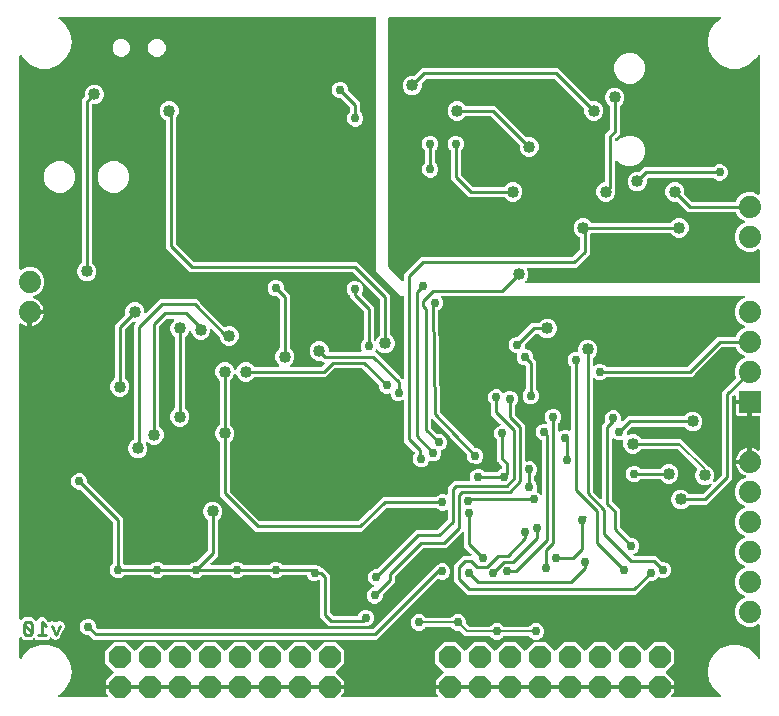
<source format=gbr>
G04 EAGLE Gerber RS-274X export*
G75*
%MOMM*%
%FSLAX34Y34*%
%LPD*%
%INBottom Copper*%
%IPPOS*%
%AMOC8*
5,1,8,0,0,1.08239X$1,22.5*%
G01*
%ADD10C,0.228600*%
%ADD11C,1.879600*%
%ADD12P,2.034460X8X22.500000*%
%ADD13R,1.879600X1.879600*%
%ADD14C,0.762000*%
%ADD15C,0.254000*%
%ADD16C,1.016000*%
%ADD17C,0.203200*%

G36*
X78229Y4069D02*
X78229Y4069D01*
X78259Y4066D01*
X78370Y4089D01*
X78482Y4105D01*
X78509Y4117D01*
X78537Y4122D01*
X78638Y4175D01*
X78741Y4221D01*
X78764Y4240D01*
X78790Y4253D01*
X78872Y4331D01*
X78958Y4404D01*
X78975Y4429D01*
X78996Y4449D01*
X79053Y4547D01*
X79116Y4641D01*
X79125Y4669D01*
X79140Y4694D01*
X79167Y4804D01*
X79202Y4912D01*
X79202Y4942D01*
X79210Y4970D01*
X79206Y5083D01*
X79209Y5196D01*
X79202Y5225D01*
X79201Y5254D01*
X79166Y5362D01*
X79137Y5471D01*
X79122Y5497D01*
X79113Y5525D01*
X79068Y5588D01*
X78992Y5716D01*
X78946Y5759D01*
X78918Y5798D01*
X76961Y7755D01*
X76961Y10669D01*
X87884Y10669D01*
X87942Y10677D01*
X88000Y10675D01*
X88082Y10697D01*
X88165Y10709D01*
X88219Y10733D01*
X88275Y10747D01*
X88348Y10790D01*
X88425Y10825D01*
X88469Y10863D01*
X88520Y10893D01*
X88577Y10954D01*
X88642Y11009D01*
X88674Y11057D01*
X88714Y11100D01*
X88753Y11175D01*
X88799Y11245D01*
X88817Y11301D01*
X88844Y11353D01*
X88855Y11421D01*
X88885Y11516D01*
X88888Y11616D01*
X88899Y11684D01*
X88899Y13716D01*
X88891Y13774D01*
X88892Y13832D01*
X88871Y13914D01*
X88859Y13997D01*
X88835Y14051D01*
X88821Y14107D01*
X88778Y14180D01*
X88743Y14257D01*
X88705Y14302D01*
X88675Y14352D01*
X88614Y14410D01*
X88559Y14474D01*
X88511Y14506D01*
X88468Y14546D01*
X88393Y14585D01*
X88323Y14631D01*
X88267Y14649D01*
X88215Y14676D01*
X88147Y14687D01*
X88052Y14717D01*
X87952Y14720D01*
X87884Y14731D01*
X76961Y14731D01*
X76961Y17645D01*
X83639Y24323D01*
X83674Y24370D01*
X83717Y24410D01*
X83759Y24483D01*
X83810Y24550D01*
X83831Y24605D01*
X83860Y24655D01*
X83881Y24737D01*
X83911Y24816D01*
X83916Y24874D01*
X83930Y24931D01*
X83928Y25015D01*
X83935Y25099D01*
X83923Y25156D01*
X83921Y25215D01*
X83895Y25295D01*
X83879Y25378D01*
X83852Y25430D01*
X83834Y25485D01*
X83794Y25542D01*
X83748Y25630D01*
X83679Y25703D01*
X83639Y25759D01*
X76453Y32944D01*
X76453Y43256D01*
X83744Y50547D01*
X94056Y50547D01*
X100882Y43720D01*
X100929Y43685D01*
X100969Y43643D01*
X101042Y43600D01*
X101109Y43549D01*
X101164Y43529D01*
X101214Y43499D01*
X101296Y43478D01*
X101375Y43448D01*
X101433Y43443D01*
X101490Y43429D01*
X101574Y43432D01*
X101658Y43425D01*
X101716Y43436D01*
X101774Y43438D01*
X101854Y43464D01*
X101937Y43480D01*
X101989Y43507D01*
X102045Y43525D01*
X102101Y43565D01*
X102189Y43611D01*
X102262Y43680D01*
X102318Y43720D01*
X109144Y50547D01*
X119456Y50547D01*
X126282Y43720D01*
X126329Y43685D01*
X126369Y43643D01*
X126442Y43600D01*
X126509Y43549D01*
X126564Y43529D01*
X126614Y43499D01*
X126696Y43478D01*
X126775Y43448D01*
X126833Y43443D01*
X126890Y43429D01*
X126974Y43432D01*
X127058Y43425D01*
X127116Y43436D01*
X127174Y43438D01*
X127254Y43464D01*
X127337Y43480D01*
X127389Y43507D01*
X127445Y43525D01*
X127501Y43565D01*
X127589Y43611D01*
X127662Y43680D01*
X127718Y43720D01*
X134544Y50547D01*
X144856Y50547D01*
X151682Y43720D01*
X151729Y43685D01*
X151769Y43643D01*
X151842Y43600D01*
X151909Y43549D01*
X151964Y43529D01*
X152014Y43499D01*
X152096Y43478D01*
X152175Y43448D01*
X152233Y43443D01*
X152290Y43429D01*
X152374Y43432D01*
X152458Y43425D01*
X152516Y43436D01*
X152574Y43438D01*
X152654Y43464D01*
X152737Y43480D01*
X152789Y43507D01*
X152845Y43525D01*
X152901Y43565D01*
X152989Y43611D01*
X153062Y43680D01*
X153118Y43720D01*
X159944Y50547D01*
X170256Y50547D01*
X177082Y43720D01*
X177129Y43685D01*
X177169Y43643D01*
X177242Y43600D01*
X177309Y43549D01*
X177364Y43529D01*
X177414Y43499D01*
X177496Y43478D01*
X177575Y43448D01*
X177633Y43443D01*
X177690Y43429D01*
X177774Y43432D01*
X177858Y43425D01*
X177916Y43436D01*
X177974Y43438D01*
X178054Y43464D01*
X178137Y43480D01*
X178189Y43507D01*
X178245Y43525D01*
X178301Y43565D01*
X178389Y43611D01*
X178462Y43680D01*
X178518Y43720D01*
X185344Y50547D01*
X195656Y50547D01*
X202482Y43720D01*
X202529Y43685D01*
X202569Y43643D01*
X202642Y43600D01*
X202709Y43549D01*
X202764Y43529D01*
X202814Y43499D01*
X202896Y43478D01*
X202975Y43448D01*
X203033Y43443D01*
X203090Y43429D01*
X203174Y43432D01*
X203258Y43425D01*
X203316Y43436D01*
X203374Y43438D01*
X203454Y43464D01*
X203537Y43480D01*
X203589Y43507D01*
X203645Y43525D01*
X203701Y43565D01*
X203789Y43611D01*
X203862Y43680D01*
X203918Y43720D01*
X210744Y50547D01*
X221056Y50547D01*
X227882Y43720D01*
X227929Y43685D01*
X227969Y43643D01*
X228042Y43600D01*
X228109Y43549D01*
X228164Y43529D01*
X228214Y43499D01*
X228296Y43478D01*
X228375Y43448D01*
X228433Y43443D01*
X228490Y43429D01*
X228574Y43432D01*
X228658Y43425D01*
X228716Y43436D01*
X228774Y43438D01*
X228854Y43464D01*
X228937Y43480D01*
X228989Y43507D01*
X229045Y43525D01*
X229101Y43565D01*
X229189Y43611D01*
X229262Y43680D01*
X229318Y43720D01*
X236144Y50547D01*
X246456Y50547D01*
X253282Y43720D01*
X253329Y43685D01*
X253369Y43643D01*
X253442Y43600D01*
X253509Y43549D01*
X253564Y43529D01*
X253614Y43499D01*
X253696Y43478D01*
X253775Y43448D01*
X253833Y43443D01*
X253890Y43429D01*
X253974Y43432D01*
X254058Y43425D01*
X254116Y43436D01*
X254174Y43438D01*
X254254Y43464D01*
X254337Y43480D01*
X254389Y43507D01*
X254445Y43525D01*
X254501Y43565D01*
X254589Y43611D01*
X254662Y43680D01*
X254718Y43720D01*
X261544Y50547D01*
X271856Y50547D01*
X279147Y43256D01*
X279147Y32944D01*
X271961Y25759D01*
X271926Y25712D01*
X271883Y25672D01*
X271841Y25599D01*
X271790Y25532D01*
X271769Y25477D01*
X271740Y25426D01*
X271719Y25345D01*
X271689Y25266D01*
X271684Y25207D01*
X271670Y25151D01*
X271672Y25067D01*
X271665Y24983D01*
X271677Y24925D01*
X271679Y24867D01*
X271705Y24787D01*
X271721Y24704D01*
X271748Y24652D01*
X271766Y24596D01*
X271806Y24540D01*
X271852Y24451D01*
X271921Y24379D01*
X271961Y24323D01*
X278639Y17645D01*
X278639Y14731D01*
X267716Y14731D01*
X267658Y14723D01*
X267600Y14725D01*
X267518Y14703D01*
X267435Y14691D01*
X267381Y14667D01*
X267325Y14653D01*
X267252Y14610D01*
X267175Y14575D01*
X267131Y14537D01*
X267080Y14507D01*
X267023Y14446D01*
X266958Y14391D01*
X266926Y14343D01*
X266886Y14300D01*
X266847Y14225D01*
X266801Y14155D01*
X266783Y14099D01*
X266756Y14047D01*
X266745Y13979D01*
X266715Y13884D01*
X266712Y13784D01*
X266701Y13716D01*
X266701Y11684D01*
X266709Y11626D01*
X266708Y11568D01*
X266729Y11486D01*
X266741Y11403D01*
X266765Y11349D01*
X266779Y11293D01*
X266822Y11220D01*
X266857Y11143D01*
X266895Y11098D01*
X266925Y11048D01*
X266986Y10990D01*
X267041Y10926D01*
X267089Y10894D01*
X267132Y10854D01*
X267207Y10815D01*
X267277Y10769D01*
X267333Y10751D01*
X267385Y10724D01*
X267453Y10713D01*
X267548Y10683D01*
X267648Y10680D01*
X267716Y10669D01*
X278639Y10669D01*
X278639Y7755D01*
X276682Y5798D01*
X276664Y5774D01*
X276642Y5755D01*
X276579Y5661D01*
X276511Y5571D01*
X276500Y5543D01*
X276484Y5519D01*
X276450Y5411D01*
X276410Y5305D01*
X276407Y5276D01*
X276398Y5248D01*
X276395Y5134D01*
X276386Y5022D01*
X276392Y4993D01*
X276391Y4964D01*
X276420Y4854D01*
X276442Y4743D01*
X276455Y4717D01*
X276463Y4689D01*
X276521Y4591D01*
X276573Y4491D01*
X276593Y4469D01*
X276608Y4444D01*
X276691Y4367D01*
X276769Y4285D01*
X276794Y4270D01*
X276815Y4250D01*
X276916Y4198D01*
X277014Y4141D01*
X277042Y4134D01*
X277069Y4120D01*
X277146Y4107D01*
X277290Y4071D01*
X277352Y4073D01*
X277400Y4065D01*
X357600Y4065D01*
X357629Y4069D01*
X357659Y4066D01*
X357770Y4089D01*
X357882Y4105D01*
X357909Y4117D01*
X357937Y4122D01*
X358038Y4175D01*
X358141Y4221D01*
X358164Y4240D01*
X358190Y4253D01*
X358272Y4331D01*
X358358Y4404D01*
X358375Y4429D01*
X358396Y4449D01*
X358453Y4547D01*
X358516Y4641D01*
X358525Y4669D01*
X358540Y4694D01*
X358567Y4804D01*
X358602Y4912D01*
X358602Y4942D01*
X358610Y4970D01*
X358606Y5083D01*
X358609Y5196D01*
X358602Y5225D01*
X358601Y5254D01*
X358566Y5362D01*
X358537Y5471D01*
X358522Y5497D01*
X358513Y5525D01*
X358468Y5588D01*
X358392Y5716D01*
X358346Y5759D01*
X358318Y5798D01*
X356361Y7755D01*
X356361Y10669D01*
X367284Y10669D01*
X367342Y10677D01*
X367400Y10675D01*
X367482Y10697D01*
X367565Y10709D01*
X367619Y10733D01*
X367675Y10747D01*
X367748Y10790D01*
X367825Y10825D01*
X367869Y10863D01*
X367920Y10893D01*
X367977Y10954D01*
X368042Y11009D01*
X368074Y11057D01*
X368114Y11100D01*
X368153Y11175D01*
X368199Y11245D01*
X368217Y11301D01*
X368244Y11353D01*
X368255Y11421D01*
X368285Y11516D01*
X368288Y11616D01*
X368299Y11684D01*
X368299Y13716D01*
X368291Y13774D01*
X368292Y13832D01*
X368271Y13914D01*
X368259Y13997D01*
X368235Y14051D01*
X368221Y14107D01*
X368178Y14180D01*
X368143Y14257D01*
X368105Y14302D01*
X368075Y14352D01*
X368014Y14410D01*
X367959Y14474D01*
X367911Y14506D01*
X367868Y14546D01*
X367793Y14585D01*
X367723Y14631D01*
X367667Y14649D01*
X367615Y14676D01*
X367547Y14687D01*
X367452Y14717D01*
X367352Y14720D01*
X367284Y14731D01*
X356361Y14731D01*
X356361Y17645D01*
X363039Y24323D01*
X363074Y24370D01*
X363117Y24410D01*
X363159Y24483D01*
X363210Y24550D01*
X363231Y24605D01*
X363260Y24655D01*
X363281Y24737D01*
X363311Y24816D01*
X363316Y24874D01*
X363330Y24931D01*
X363328Y25015D01*
X363335Y25099D01*
X363323Y25156D01*
X363321Y25215D01*
X363295Y25295D01*
X363279Y25378D01*
X363252Y25430D01*
X363234Y25485D01*
X363194Y25542D01*
X363148Y25630D01*
X363079Y25703D01*
X363039Y25759D01*
X355853Y32944D01*
X355853Y43256D01*
X363144Y50547D01*
X373456Y50547D01*
X380282Y43720D01*
X380329Y43685D01*
X380369Y43643D01*
X380442Y43600D01*
X380509Y43549D01*
X380564Y43529D01*
X380614Y43499D01*
X380696Y43478D01*
X380775Y43448D01*
X380833Y43443D01*
X380890Y43429D01*
X380974Y43432D01*
X381058Y43425D01*
X381116Y43436D01*
X381174Y43438D01*
X381254Y43464D01*
X381337Y43480D01*
X381389Y43507D01*
X381445Y43525D01*
X381501Y43565D01*
X381589Y43611D01*
X381662Y43680D01*
X381718Y43720D01*
X388544Y50547D01*
X398856Y50547D01*
X405682Y43720D01*
X405729Y43685D01*
X405769Y43643D01*
X405842Y43600D01*
X405909Y43549D01*
X405964Y43529D01*
X406014Y43499D01*
X406096Y43478D01*
X406175Y43448D01*
X406233Y43443D01*
X406290Y43429D01*
X406374Y43432D01*
X406458Y43425D01*
X406516Y43436D01*
X406574Y43438D01*
X406654Y43464D01*
X406737Y43480D01*
X406789Y43507D01*
X406845Y43525D01*
X406901Y43565D01*
X406989Y43611D01*
X407062Y43680D01*
X407118Y43720D01*
X413944Y50547D01*
X424256Y50547D01*
X431082Y43720D01*
X431129Y43685D01*
X431169Y43643D01*
X431242Y43600D01*
X431309Y43549D01*
X431364Y43529D01*
X431414Y43499D01*
X431496Y43478D01*
X431575Y43448D01*
X431633Y43443D01*
X431690Y43429D01*
X431774Y43432D01*
X431858Y43425D01*
X431916Y43436D01*
X431974Y43438D01*
X432054Y43464D01*
X432137Y43480D01*
X432189Y43507D01*
X432245Y43525D01*
X432301Y43565D01*
X432389Y43611D01*
X432462Y43680D01*
X432518Y43720D01*
X439344Y50547D01*
X449656Y50547D01*
X456482Y43720D01*
X456529Y43685D01*
X456569Y43643D01*
X456642Y43600D01*
X456709Y43549D01*
X456764Y43529D01*
X456814Y43499D01*
X456896Y43478D01*
X456975Y43448D01*
X457033Y43443D01*
X457090Y43429D01*
X457174Y43432D01*
X457258Y43425D01*
X457316Y43436D01*
X457374Y43438D01*
X457454Y43464D01*
X457537Y43480D01*
X457589Y43507D01*
X457645Y43525D01*
X457701Y43565D01*
X457789Y43611D01*
X457862Y43680D01*
X457918Y43720D01*
X464744Y50547D01*
X475056Y50547D01*
X481882Y43720D01*
X481929Y43685D01*
X481969Y43643D01*
X482042Y43600D01*
X482109Y43549D01*
X482164Y43529D01*
X482214Y43499D01*
X482296Y43478D01*
X482375Y43448D01*
X482433Y43443D01*
X482490Y43429D01*
X482574Y43432D01*
X482658Y43425D01*
X482716Y43436D01*
X482774Y43438D01*
X482854Y43464D01*
X482937Y43480D01*
X482989Y43507D01*
X483045Y43525D01*
X483101Y43565D01*
X483189Y43611D01*
X483262Y43680D01*
X483318Y43720D01*
X490144Y50547D01*
X500456Y50547D01*
X507282Y43720D01*
X507329Y43685D01*
X507369Y43643D01*
X507442Y43600D01*
X507509Y43549D01*
X507564Y43529D01*
X507614Y43499D01*
X507696Y43478D01*
X507775Y43448D01*
X507833Y43443D01*
X507890Y43429D01*
X507974Y43432D01*
X508058Y43425D01*
X508116Y43436D01*
X508174Y43438D01*
X508254Y43464D01*
X508337Y43480D01*
X508389Y43507D01*
X508445Y43525D01*
X508501Y43565D01*
X508589Y43611D01*
X508662Y43680D01*
X508718Y43720D01*
X515544Y50547D01*
X525856Y50547D01*
X532682Y43720D01*
X532729Y43685D01*
X532769Y43643D01*
X532842Y43600D01*
X532909Y43549D01*
X532964Y43529D01*
X533014Y43499D01*
X533096Y43478D01*
X533175Y43448D01*
X533233Y43443D01*
X533290Y43429D01*
X533374Y43432D01*
X533458Y43425D01*
X533516Y43436D01*
X533574Y43438D01*
X533654Y43464D01*
X533737Y43480D01*
X533789Y43507D01*
X533845Y43525D01*
X533901Y43565D01*
X533989Y43611D01*
X534062Y43680D01*
X534118Y43720D01*
X540944Y50547D01*
X551256Y50547D01*
X558547Y43256D01*
X558547Y32944D01*
X551361Y25759D01*
X551326Y25712D01*
X551283Y25672D01*
X551241Y25599D01*
X551190Y25531D01*
X551169Y25477D01*
X551140Y25426D01*
X551119Y25345D01*
X551089Y25266D01*
X551084Y25207D01*
X551070Y25151D01*
X551072Y25067D01*
X551065Y24982D01*
X551077Y24925D01*
X551079Y24867D01*
X551105Y24786D01*
X551121Y24704D01*
X551148Y24652D01*
X551166Y24596D01*
X551206Y24540D01*
X551252Y24451D01*
X551321Y24379D01*
X551361Y24323D01*
X558039Y17645D01*
X558039Y14731D01*
X547116Y14731D01*
X547058Y14723D01*
X547000Y14725D01*
X546918Y14703D01*
X546835Y14691D01*
X546781Y14667D01*
X546725Y14653D01*
X546652Y14610D01*
X546575Y14575D01*
X546531Y14537D01*
X546480Y14507D01*
X546423Y14446D01*
X546358Y14391D01*
X546326Y14343D01*
X546286Y14300D01*
X546247Y14225D01*
X546201Y14155D01*
X546183Y14099D01*
X546156Y14047D01*
X546145Y13979D01*
X546115Y13884D01*
X546112Y13784D01*
X546101Y13716D01*
X546101Y11684D01*
X546109Y11626D01*
X546108Y11568D01*
X546129Y11486D01*
X546141Y11403D01*
X546165Y11349D01*
X546179Y11293D01*
X546222Y11220D01*
X546257Y11143D01*
X546295Y11098D01*
X546325Y11048D01*
X546386Y10990D01*
X546441Y10926D01*
X546489Y10894D01*
X546532Y10854D01*
X546607Y10815D01*
X546677Y10769D01*
X546733Y10751D01*
X546785Y10724D01*
X546853Y10713D01*
X546948Y10683D01*
X547048Y10680D01*
X547116Y10669D01*
X558039Y10669D01*
X558039Y7755D01*
X556082Y5798D01*
X556064Y5774D01*
X556042Y5755D01*
X555979Y5661D01*
X555911Y5571D01*
X555900Y5543D01*
X555884Y5519D01*
X555850Y5411D01*
X555810Y5305D01*
X555807Y5276D01*
X555798Y5248D01*
X555795Y5134D01*
X555786Y5022D01*
X555792Y4993D01*
X555791Y4964D01*
X555820Y4854D01*
X555842Y4743D01*
X555855Y4717D01*
X555863Y4689D01*
X555921Y4591D01*
X555973Y4491D01*
X555993Y4469D01*
X556008Y4444D01*
X556091Y4367D01*
X556169Y4285D01*
X556194Y4270D01*
X556215Y4250D01*
X556316Y4198D01*
X556414Y4141D01*
X556442Y4134D01*
X556469Y4120D01*
X556546Y4107D01*
X556690Y4071D01*
X556752Y4073D01*
X556800Y4065D01*
X597067Y4065D01*
X597140Y4075D01*
X597214Y4075D01*
X597280Y4095D01*
X597349Y4105D01*
X597416Y4135D01*
X597486Y4155D01*
X597545Y4192D01*
X597608Y4221D01*
X597664Y4268D01*
X597726Y4308D01*
X597772Y4360D01*
X597825Y4404D01*
X597866Y4466D01*
X597915Y4521D01*
X597944Y4583D01*
X597983Y4641D01*
X598005Y4711D01*
X598036Y4778D01*
X598048Y4846D01*
X598068Y4912D01*
X598070Y4986D01*
X598082Y5058D01*
X598074Y5127D01*
X598076Y5196D01*
X598057Y5267D01*
X598048Y5341D01*
X598021Y5404D01*
X598004Y5471D01*
X597966Y5535D01*
X597938Y5602D01*
X597899Y5647D01*
X597859Y5716D01*
X597769Y5800D01*
X597720Y5858D01*
X592015Y10644D01*
X588029Y17549D01*
X586645Y25400D01*
X588029Y33251D01*
X592015Y40155D01*
X598122Y45280D01*
X605614Y48007D01*
X613586Y48007D01*
X621078Y45280D01*
X627185Y40156D01*
X629041Y36941D01*
X629053Y36926D01*
X629061Y36908D01*
X629140Y36814D01*
X629216Y36717D01*
X629232Y36706D01*
X629245Y36691D01*
X629347Y36622D01*
X629446Y36551D01*
X629465Y36544D01*
X629481Y36533D01*
X629599Y36496D01*
X629714Y36454D01*
X629734Y36453D01*
X629752Y36447D01*
X629875Y36444D01*
X629998Y36436D01*
X630017Y36441D01*
X630036Y36440D01*
X630155Y36471D01*
X630275Y36498D01*
X630293Y36507D01*
X630311Y36512D01*
X630417Y36574D01*
X630525Y36633D01*
X630539Y36647D01*
X630556Y36657D01*
X630640Y36747D01*
X630727Y36833D01*
X630737Y36850D01*
X630750Y36864D01*
X630806Y36974D01*
X630866Y37081D01*
X630871Y37100D01*
X630880Y37118D01*
X630892Y37190D01*
X630931Y37358D01*
X630929Y37409D01*
X630935Y37449D01*
X630935Y64785D01*
X630919Y64899D01*
X630909Y65013D01*
X630899Y65039D01*
X630895Y65067D01*
X630848Y65172D01*
X630807Y65279D01*
X630791Y65301D01*
X630779Y65326D01*
X630705Y65414D01*
X630636Y65505D01*
X630613Y65522D01*
X630596Y65543D01*
X630500Y65607D01*
X630408Y65675D01*
X630382Y65685D01*
X630359Y65701D01*
X630249Y65735D01*
X630142Y65776D01*
X630114Y65778D01*
X630088Y65786D01*
X629973Y65789D01*
X629859Y65799D01*
X629834Y65793D01*
X629804Y65794D01*
X629547Y65727D01*
X629531Y65723D01*
X624776Y63753D01*
X619824Y63753D01*
X615249Y65648D01*
X611748Y69149D01*
X609853Y73724D01*
X609853Y78676D01*
X611748Y83251D01*
X615249Y86752D01*
X618171Y87962D01*
X618196Y87977D01*
X618224Y87986D01*
X618319Y88049D01*
X618416Y88107D01*
X618436Y88128D01*
X618461Y88144D01*
X618534Y88231D01*
X618611Y88313D01*
X618625Y88339D01*
X618644Y88362D01*
X618690Y88465D01*
X618741Y88566D01*
X618747Y88595D01*
X618759Y88622D01*
X618775Y88734D01*
X618796Y88845D01*
X618794Y88874D01*
X618798Y88903D01*
X618782Y89015D01*
X618772Y89128D01*
X618761Y89155D01*
X618757Y89185D01*
X618711Y89288D01*
X618670Y89393D01*
X618652Y89417D01*
X618640Y89444D01*
X618567Y89530D01*
X618498Y89620D01*
X618475Y89638D01*
X618456Y89660D01*
X618389Y89702D01*
X618271Y89790D01*
X618212Y89812D01*
X618171Y89838D01*
X615249Y91048D01*
X611748Y94549D01*
X609853Y99124D01*
X609853Y104076D01*
X611748Y108651D01*
X615249Y112152D01*
X618171Y113362D01*
X618196Y113377D01*
X618224Y113386D01*
X618319Y113449D01*
X618416Y113507D01*
X618436Y113528D01*
X618461Y113544D01*
X618534Y113631D01*
X618611Y113713D01*
X618625Y113739D01*
X618644Y113762D01*
X618690Y113865D01*
X618741Y113966D01*
X618747Y113995D01*
X618759Y114022D01*
X618775Y114134D01*
X618796Y114245D01*
X618794Y114274D01*
X618798Y114303D01*
X618782Y114415D01*
X618772Y114528D01*
X618761Y114555D01*
X618757Y114585D01*
X618711Y114688D01*
X618670Y114793D01*
X618652Y114817D01*
X618640Y114844D01*
X618567Y114930D01*
X618498Y115020D01*
X618475Y115038D01*
X618456Y115060D01*
X618389Y115102D01*
X618271Y115190D01*
X618212Y115212D01*
X618171Y115238D01*
X615249Y116448D01*
X611748Y119949D01*
X609853Y124524D01*
X609853Y129476D01*
X611748Y134051D01*
X615249Y137552D01*
X618171Y138762D01*
X618196Y138777D01*
X618224Y138786D01*
X618319Y138849D01*
X618416Y138907D01*
X618436Y138928D01*
X618461Y138944D01*
X618534Y139031D01*
X618611Y139113D01*
X618625Y139139D01*
X618644Y139162D01*
X618690Y139265D01*
X618741Y139366D01*
X618747Y139395D01*
X618759Y139422D01*
X618775Y139534D01*
X618796Y139645D01*
X618794Y139674D01*
X618798Y139703D01*
X618782Y139815D01*
X618772Y139928D01*
X618761Y139955D01*
X618757Y139985D01*
X618711Y140088D01*
X618670Y140193D01*
X618652Y140217D01*
X618640Y140244D01*
X618567Y140330D01*
X618498Y140420D01*
X618475Y140438D01*
X618456Y140460D01*
X618389Y140502D01*
X618271Y140590D01*
X618212Y140612D01*
X618171Y140638D01*
X615249Y141848D01*
X611748Y145349D01*
X609853Y149924D01*
X609853Y154876D01*
X611748Y159451D01*
X615249Y162952D01*
X618171Y164162D01*
X618196Y164177D01*
X618224Y164186D01*
X618319Y164249D01*
X618416Y164307D01*
X618436Y164328D01*
X618461Y164344D01*
X618534Y164431D01*
X618611Y164513D01*
X618625Y164539D01*
X618644Y164562D01*
X618690Y164665D01*
X618741Y164766D01*
X618747Y164795D01*
X618759Y164822D01*
X618775Y164934D01*
X618796Y165045D01*
X618794Y165074D01*
X618798Y165103D01*
X618782Y165215D01*
X618772Y165328D01*
X618761Y165355D01*
X618757Y165385D01*
X618711Y165488D01*
X618670Y165593D01*
X618652Y165617D01*
X618640Y165644D01*
X618567Y165730D01*
X618498Y165820D01*
X618475Y165838D01*
X618456Y165860D01*
X618389Y165902D01*
X618271Y165990D01*
X618212Y166012D01*
X618171Y166038D01*
X615249Y167248D01*
X611748Y170749D01*
X609853Y175324D01*
X609853Y180276D01*
X611748Y184851D01*
X615249Y188352D01*
X618911Y189869D01*
X618971Y189904D01*
X619035Y189930D01*
X619093Y189976D01*
X619156Y190013D01*
X619204Y190063D01*
X619258Y190106D01*
X619301Y190166D01*
X619351Y190220D01*
X619383Y190281D01*
X619423Y190338D01*
X619448Y190407D01*
X619482Y190473D01*
X619495Y190540D01*
X619518Y190606D01*
X619522Y190679D01*
X619537Y190752D01*
X619531Y190820D01*
X619535Y190889D01*
X619519Y190961D01*
X619512Y191035D01*
X619487Y191099D01*
X619472Y191167D01*
X619437Y191231D01*
X619410Y191300D01*
X619368Y191355D01*
X619335Y191416D01*
X619283Y191468D01*
X619239Y191527D01*
X619183Y191568D01*
X619134Y191617D01*
X619079Y191646D01*
X619011Y191697D01*
X618903Y191738D01*
X618837Y191772D01*
X617717Y192136D01*
X616043Y192989D01*
X614522Y194094D01*
X613194Y195422D01*
X612089Y196943D01*
X611236Y198617D01*
X610655Y200404D01*
X610534Y201169D01*
X621284Y201169D01*
X621342Y201177D01*
X621400Y201175D01*
X621482Y201197D01*
X621565Y201209D01*
X621619Y201233D01*
X621675Y201247D01*
X621748Y201290D01*
X621825Y201325D01*
X621869Y201363D01*
X621920Y201393D01*
X621977Y201454D01*
X622042Y201509D01*
X622074Y201557D01*
X622114Y201600D01*
X622153Y201675D01*
X622199Y201745D01*
X622217Y201801D01*
X622244Y201853D01*
X622255Y201921D01*
X622285Y202016D01*
X622288Y202116D01*
X622299Y202184D01*
X622299Y203201D01*
X623316Y203201D01*
X623374Y203209D01*
X623432Y203208D01*
X623514Y203229D01*
X623597Y203241D01*
X623651Y203265D01*
X623707Y203279D01*
X623780Y203322D01*
X623857Y203357D01*
X623902Y203395D01*
X623952Y203425D01*
X624010Y203486D01*
X624074Y203541D01*
X624106Y203589D01*
X624146Y203632D01*
X624185Y203707D01*
X624231Y203777D01*
X624249Y203833D01*
X624276Y203885D01*
X624287Y203953D01*
X624317Y204048D01*
X624320Y204148D01*
X624331Y204216D01*
X624331Y214966D01*
X625096Y214845D01*
X626883Y214264D01*
X628557Y213411D01*
X629323Y212854D01*
X629405Y212811D01*
X629481Y212760D01*
X629530Y212745D01*
X629574Y212721D01*
X629664Y212702D01*
X629752Y212674D01*
X629803Y212673D01*
X629853Y212663D01*
X629944Y212669D01*
X630036Y212667D01*
X630085Y212680D01*
X630136Y212684D01*
X630223Y212716D01*
X630311Y212739D01*
X630355Y212765D01*
X630403Y212783D01*
X630477Y212837D01*
X630556Y212884D01*
X630591Y212921D01*
X630631Y212951D01*
X630687Y213024D01*
X630750Y213092D01*
X630773Y213137D01*
X630804Y213177D01*
X630838Y213263D01*
X630880Y213345D01*
X630887Y213389D01*
X630908Y213442D01*
X630923Y213600D01*
X630935Y213676D01*
X630935Y241046D01*
X630927Y241104D01*
X630929Y241162D01*
X630907Y241244D01*
X630895Y241328D01*
X630872Y241381D01*
X630857Y241437D01*
X630814Y241510D01*
X630779Y241587D01*
X630741Y241632D01*
X630712Y241682D01*
X630650Y241740D01*
X630596Y241804D01*
X630547Y241836D01*
X630504Y241876D01*
X630429Y241915D01*
X630359Y241962D01*
X630303Y241979D01*
X630251Y242006D01*
X630183Y242017D01*
X630088Y242047D01*
X629988Y242050D01*
X629920Y242061D01*
X624331Y242061D01*
X624331Y252984D01*
X624323Y253042D01*
X624325Y253100D01*
X624303Y253182D01*
X624291Y253265D01*
X624267Y253319D01*
X624253Y253375D01*
X624210Y253448D01*
X624175Y253525D01*
X624137Y253569D01*
X624107Y253620D01*
X624046Y253677D01*
X623991Y253742D01*
X623943Y253774D01*
X623900Y253814D01*
X623825Y253853D01*
X623755Y253899D01*
X623699Y253917D01*
X623647Y253944D01*
X623579Y253955D01*
X623484Y253985D01*
X623384Y253988D01*
X623316Y253999D01*
X622299Y253999D01*
X622299Y255016D01*
X622291Y255074D01*
X622292Y255132D01*
X622271Y255214D01*
X622259Y255297D01*
X622235Y255351D01*
X622221Y255407D01*
X622178Y255480D01*
X622143Y255557D01*
X622105Y255602D01*
X622075Y255652D01*
X622014Y255710D01*
X621959Y255774D01*
X621911Y255806D01*
X621868Y255846D01*
X621793Y255885D01*
X621723Y255931D01*
X621667Y255949D01*
X621615Y255976D01*
X621547Y255987D01*
X621452Y256017D01*
X621352Y256020D01*
X621284Y256031D01*
X610361Y256031D01*
X610361Y258903D01*
X610357Y258932D01*
X610360Y258961D01*
X610354Y258988D01*
X610355Y259009D01*
X610336Y259078D01*
X610321Y259184D01*
X610309Y259211D01*
X610304Y259240D01*
X610285Y259276D01*
X610283Y259284D01*
X610267Y259311D01*
X610251Y259340D01*
X610205Y259444D01*
X610186Y259466D01*
X610173Y259492D01*
X610095Y259574D01*
X610022Y259661D01*
X609997Y259677D01*
X609977Y259698D01*
X609879Y259755D01*
X609785Y259818D01*
X609757Y259827D01*
X609732Y259842D01*
X609622Y259870D01*
X609514Y259904D01*
X609484Y259905D01*
X609456Y259912D01*
X609343Y259908D01*
X609230Y259911D01*
X609201Y259904D01*
X609172Y259903D01*
X609071Y259870D01*
X609054Y259868D01*
X609041Y259862D01*
X608955Y259839D01*
X608929Y259824D01*
X608901Y259815D01*
X608841Y259772D01*
X608795Y259752D01*
X608767Y259728D01*
X608710Y259694D01*
X608667Y259649D01*
X608628Y259621D01*
X607866Y258858D01*
X607813Y258789D01*
X607754Y258725D01*
X607728Y258676D01*
X607695Y258631D01*
X607664Y258549D01*
X607624Y258472D01*
X607616Y258424D01*
X607594Y258366D01*
X607582Y258218D01*
X607569Y258141D01*
X607569Y188711D01*
X585989Y167131D01*
X571478Y167131D01*
X571391Y167119D01*
X571304Y167116D01*
X571251Y167099D01*
X571196Y167091D01*
X571116Y167056D01*
X571033Y167029D01*
X570994Y167001D01*
X570937Y166975D01*
X570823Y166879D01*
X570760Y166834D01*
X568485Y164559D01*
X565497Y163321D01*
X562263Y163321D01*
X559275Y164559D01*
X556989Y166845D01*
X555751Y169833D01*
X555751Y173067D01*
X556989Y176055D01*
X559275Y178341D01*
X562263Y179579D01*
X565497Y179579D01*
X568485Y178341D01*
X570760Y176066D01*
X570829Y176014D01*
X570893Y175954D01*
X570943Y175928D01*
X570987Y175895D01*
X571069Y175864D01*
X571147Y175824D01*
X571194Y175816D01*
X571253Y175794D01*
X571400Y175782D01*
X571478Y175769D01*
X581991Y175769D01*
X582077Y175781D01*
X582165Y175784D01*
X582217Y175801D01*
X582272Y175809D01*
X582352Y175844D01*
X582435Y175871D01*
X582474Y175899D01*
X582531Y175925D01*
X582645Y176021D01*
X582708Y176066D01*
X589833Y183191D01*
X589885Y183259D01*
X589944Y183322D01*
X589970Y183372D01*
X590004Y183418D01*
X590035Y183498D01*
X590074Y183575D01*
X590085Y183630D01*
X590105Y183684D01*
X590112Y183769D01*
X590129Y183853D01*
X590124Y183910D01*
X590129Y183967D01*
X590112Y184051D01*
X590104Y184137D01*
X590084Y184190D01*
X590073Y184246D01*
X590033Y184322D01*
X590002Y184402D01*
X589968Y184447D01*
X589942Y184498D01*
X589883Y184560D01*
X589831Y184629D01*
X589785Y184663D01*
X589746Y184704D01*
X589672Y184747D01*
X589603Y184799D01*
X589550Y184819D01*
X589501Y184848D01*
X589418Y184869D01*
X589337Y184899D01*
X589280Y184904D01*
X589225Y184918D01*
X589140Y184915D01*
X589054Y184922D01*
X589005Y184911D01*
X588941Y184909D01*
X588803Y184864D01*
X588727Y184847D01*
X585817Y183641D01*
X582583Y183641D01*
X579595Y184879D01*
X577309Y187165D01*
X576071Y190153D01*
X576071Y193387D01*
X577309Y196375D01*
X577400Y196466D01*
X577435Y196512D01*
X577478Y196553D01*
X577520Y196626D01*
X577571Y196693D01*
X577592Y196748D01*
X577621Y196798D01*
X577642Y196880D01*
X577672Y196959D01*
X577677Y197017D01*
X577691Y197074D01*
X577689Y197158D01*
X577696Y197242D01*
X577684Y197299D01*
X577682Y197358D01*
X577656Y197438D01*
X577640Y197521D01*
X577613Y197573D01*
X577595Y197628D01*
X577555Y197684D01*
X577509Y197773D01*
X577440Y197845D01*
X577400Y197902D01*
X561478Y213824D01*
X561408Y213876D01*
X561344Y213936D01*
X561295Y213962D01*
X561250Y213995D01*
X561169Y214026D01*
X561091Y214066D01*
X561043Y214074D01*
X560985Y214096D01*
X560837Y214108D01*
X560760Y214121D01*
X530838Y214121D01*
X530751Y214109D01*
X530664Y214106D01*
X530611Y214089D01*
X530556Y214081D01*
X530476Y214046D01*
X530393Y214019D01*
X530354Y213991D01*
X530297Y213965D01*
X530183Y213869D01*
X530120Y213824D01*
X527845Y211549D01*
X524857Y210311D01*
X521623Y210311D01*
X518635Y211549D01*
X516349Y213835D01*
X515111Y216823D01*
X515111Y220057D01*
X515417Y220794D01*
X515424Y220823D01*
X515437Y220849D01*
X515459Y220960D01*
X515488Y221069D01*
X515487Y221099D01*
X515492Y221128D01*
X515483Y221240D01*
X515479Y221354D01*
X515470Y221382D01*
X515468Y221411D01*
X515427Y221516D01*
X515393Y221624D01*
X515376Y221649D01*
X515366Y221676D01*
X515298Y221766D01*
X515234Y221861D01*
X515212Y221879D01*
X515194Y221903D01*
X515103Y221971D01*
X515017Y222043D01*
X514990Y222055D01*
X514967Y222073D01*
X514861Y222113D01*
X514757Y222159D01*
X514728Y222163D01*
X514701Y222173D01*
X514588Y222182D01*
X514476Y222198D01*
X514447Y222194D01*
X514417Y222196D01*
X514341Y222178D01*
X514194Y222157D01*
X514137Y222132D01*
X514090Y222121D01*
X513174Y221741D01*
X510446Y221741D01*
X507925Y222785D01*
X507702Y223008D01*
X507678Y223026D01*
X507659Y223048D01*
X507565Y223111D01*
X507475Y223179D01*
X507447Y223190D01*
X507423Y223206D01*
X507315Y223240D01*
X507209Y223281D01*
X507180Y223283D01*
X507152Y223292D01*
X507039Y223295D01*
X506926Y223304D01*
X506897Y223298D01*
X506868Y223299D01*
X506758Y223271D01*
X506647Y223248D01*
X506621Y223235D01*
X506593Y223227D01*
X506495Y223169D01*
X506395Y223117D01*
X506373Y223097D01*
X506348Y223082D01*
X506271Y222999D01*
X506189Y222921D01*
X506174Y222896D01*
X506154Y222875D01*
X506102Y222774D01*
X506045Y222676D01*
X506038Y222648D01*
X506024Y222622D01*
X506011Y222544D01*
X505975Y222401D01*
X505977Y222338D01*
X505969Y222291D01*
X505969Y169849D01*
X505981Y169763D01*
X505984Y169675D01*
X506001Y169623D01*
X506009Y169568D01*
X506044Y169488D01*
X506071Y169405D01*
X506099Y169366D01*
X506125Y169309D01*
X506221Y169195D01*
X506266Y169132D01*
X512319Y163079D01*
X512319Y148259D01*
X512331Y148173D01*
X512334Y148085D01*
X512351Y148033D01*
X512359Y147978D01*
X512394Y147898D01*
X512421Y147815D01*
X512449Y147776D01*
X512475Y147719D01*
X512552Y147627D01*
X512572Y147594D01*
X512592Y147575D01*
X512616Y147542D01*
X520922Y139236D01*
X520991Y139184D01*
X521055Y139124D01*
X521105Y139098D01*
X521149Y139065D01*
X521230Y139034D01*
X521308Y138994D01*
X521356Y138986D01*
X521414Y138964D01*
X521562Y138952D01*
X521639Y138939D01*
X523334Y138939D01*
X525855Y137895D01*
X527785Y135965D01*
X528829Y133444D01*
X528829Y130716D01*
X527785Y128195D01*
X525855Y126265D01*
X524374Y125652D01*
X524300Y125608D01*
X524222Y125573D01*
X524178Y125536D01*
X524129Y125507D01*
X524070Y125445D01*
X524005Y125389D01*
X523973Y125342D01*
X523934Y125301D01*
X523895Y125224D01*
X523847Y125153D01*
X523830Y125099D01*
X523804Y125048D01*
X523787Y124964D01*
X523761Y124882D01*
X523760Y124825D01*
X523749Y124769D01*
X523756Y124684D01*
X523754Y124598D01*
X523768Y124543D01*
X523773Y124486D01*
X523804Y124406D01*
X523826Y124323D01*
X523855Y124274D01*
X523875Y124221D01*
X523927Y124152D01*
X523971Y124078D01*
X524012Y124039D01*
X524047Y123994D01*
X524116Y123942D01*
X524178Y123884D01*
X524229Y123858D01*
X524275Y123824D01*
X524355Y123793D01*
X524431Y123754D01*
X524480Y123746D01*
X524541Y123723D01*
X524685Y123712D01*
X524763Y123699D01*
X542809Y123699D01*
X547592Y118916D01*
X547661Y118864D01*
X547725Y118804D01*
X547775Y118778D01*
X547819Y118745D01*
X547900Y118714D01*
X547978Y118674D01*
X548026Y118666D01*
X548084Y118644D01*
X548232Y118632D01*
X548309Y118619D01*
X550004Y118619D01*
X552525Y117575D01*
X554455Y115645D01*
X555499Y113124D01*
X555499Y110396D01*
X554455Y107875D01*
X552525Y105945D01*
X550004Y104901D01*
X547276Y104901D01*
X545488Y105642D01*
X545486Y105642D01*
X545485Y105643D01*
X545351Y105677D01*
X545213Y105713D01*
X545211Y105713D01*
X545209Y105713D01*
X545069Y105709D01*
X544928Y105705D01*
X544927Y105704D01*
X544925Y105704D01*
X544793Y105661D01*
X544658Y105618D01*
X544656Y105617D01*
X544655Y105617D01*
X544643Y105608D01*
X544422Y105460D01*
X544402Y105436D01*
X544381Y105422D01*
X542365Y103405D01*
X539844Y102361D01*
X538149Y102361D01*
X538063Y102349D01*
X537975Y102346D01*
X537923Y102329D01*
X537868Y102321D01*
X537788Y102286D01*
X537705Y102259D01*
X537666Y102231D01*
X537609Y102205D01*
X537495Y102109D01*
X537432Y102064D01*
X526299Y90931D01*
X383021Y90931D01*
X371601Y102351D01*
X371601Y116089D01*
X379211Y123699D01*
X385903Y123699D01*
X385932Y123703D01*
X385961Y123700D01*
X386072Y123723D01*
X386184Y123739D01*
X386211Y123751D01*
X386240Y123756D01*
X386340Y123808D01*
X386444Y123855D01*
X386466Y123874D01*
X386492Y123887D01*
X386574Y123965D01*
X386661Y124038D01*
X386677Y124063D01*
X386698Y124083D01*
X386755Y124181D01*
X386818Y124275D01*
X386827Y124303D01*
X386842Y124328D01*
X386870Y124438D01*
X386904Y124546D01*
X386905Y124576D01*
X386912Y124604D01*
X386908Y124717D01*
X386911Y124830D01*
X386904Y124859D01*
X386903Y124888D01*
X386868Y124996D01*
X386839Y125105D01*
X386824Y125131D01*
X386815Y125159D01*
X386770Y125222D01*
X386694Y125350D01*
X386649Y125393D01*
X386621Y125432D01*
X380491Y131561D01*
X380491Y143333D01*
X380487Y143362D01*
X380490Y143391D01*
X380467Y143502D01*
X380451Y143614D01*
X380439Y143641D01*
X380434Y143670D01*
X380382Y143770D01*
X380335Y143874D01*
X380316Y143896D01*
X380303Y143922D01*
X380225Y144004D01*
X380152Y144091D01*
X380127Y144107D01*
X380107Y144128D01*
X380009Y144185D01*
X379915Y144248D01*
X379887Y144257D01*
X379862Y144272D01*
X379752Y144300D01*
X379644Y144334D01*
X379614Y144335D01*
X379586Y144342D01*
X379473Y144338D01*
X379360Y144341D01*
X379331Y144334D01*
X379302Y144333D01*
X379194Y144298D01*
X379085Y144269D01*
X379059Y144254D01*
X379031Y144245D01*
X378968Y144200D01*
X378840Y144124D01*
X378797Y144079D01*
X378758Y144051D01*
X367836Y133128D01*
X365009Y130301D01*
X346379Y130301D01*
X346293Y130289D01*
X346205Y130286D01*
X346153Y130269D01*
X346098Y130261D01*
X346018Y130226D01*
X345935Y130199D01*
X345896Y130171D01*
X345839Y130145D01*
X345725Y130049D01*
X345662Y130004D01*
X322116Y106458D01*
X322064Y106389D01*
X322004Y106325D01*
X321978Y106275D01*
X321945Y106231D01*
X321914Y106150D01*
X321874Y106072D01*
X321866Y106024D01*
X321844Y105966D01*
X321832Y105818D01*
X321819Y105741D01*
X321819Y101081D01*
X311956Y91218D01*
X311904Y91149D01*
X311844Y91085D01*
X311818Y91035D01*
X311785Y90991D01*
X311754Y90910D01*
X311714Y90832D01*
X311706Y90784D01*
X311684Y90726D01*
X311672Y90578D01*
X311659Y90501D01*
X311659Y88806D01*
X310615Y86285D01*
X308685Y84355D01*
X306164Y83311D01*
X303436Y83311D01*
X300915Y84355D01*
X298985Y86285D01*
X297941Y88806D01*
X297941Y91534D01*
X298985Y94055D01*
X300915Y95985D01*
X303518Y97063D01*
X303559Y97069D01*
X303637Y97104D01*
X303719Y97130D01*
X303766Y97162D01*
X303818Y97185D01*
X303884Y97240D01*
X303955Y97288D01*
X303992Y97332D01*
X304035Y97368D01*
X304083Y97440D01*
X304138Y97506D01*
X304161Y97558D01*
X304193Y97605D01*
X304219Y97687D01*
X304254Y97766D01*
X304262Y97822D01*
X304279Y97876D01*
X304281Y97962D01*
X304293Y98047D01*
X304285Y98103D01*
X304286Y98160D01*
X304264Y98243D01*
X304252Y98329D01*
X304229Y98380D01*
X304214Y98435D01*
X304170Y98509D01*
X304135Y98588D01*
X304098Y98631D01*
X304069Y98680D01*
X304006Y98739D01*
X303951Y98804D01*
X303909Y98830D01*
X303862Y98874D01*
X303733Y98940D01*
X303666Y98982D01*
X302185Y99595D01*
X300255Y101525D01*
X299211Y104046D01*
X299211Y106774D01*
X300255Y109295D01*
X302185Y111225D01*
X304706Y112269D01*
X306401Y112269D01*
X306487Y112281D01*
X306575Y112284D01*
X306627Y112301D01*
X306682Y112309D01*
X306762Y112344D01*
X306845Y112371D01*
X306884Y112399D01*
X306941Y112425D01*
X307055Y112521D01*
X307118Y112566D01*
X339841Y145289D01*
X357201Y145289D01*
X357287Y145301D01*
X357375Y145304D01*
X357427Y145321D01*
X357482Y145329D01*
X357562Y145364D01*
X357645Y145391D01*
X357684Y145419D01*
X357742Y145445D01*
X357855Y145541D01*
X357918Y145586D01*
X366224Y153892D01*
X366276Y153961D01*
X366336Y154025D01*
X366362Y154075D01*
X366395Y154119D01*
X366426Y154200D01*
X366466Y154278D01*
X366474Y154326D01*
X366496Y154384D01*
X366508Y154532D01*
X366521Y154609D01*
X366521Y161860D01*
X366505Y161974D01*
X366495Y162088D01*
X366485Y162114D01*
X366481Y162142D01*
X366434Y162247D01*
X366393Y162354D01*
X366377Y162376D01*
X366365Y162401D01*
X366291Y162489D01*
X366222Y162580D01*
X366199Y162597D01*
X366182Y162618D01*
X366086Y162682D01*
X365994Y162751D01*
X365968Y162760D01*
X365945Y162776D01*
X365835Y162810D01*
X365728Y162851D01*
X365700Y162853D01*
X365674Y162862D01*
X365559Y162864D01*
X365445Y162874D01*
X365420Y162868D01*
X365390Y162869D01*
X365133Y162802D01*
X365117Y162798D01*
X363314Y162051D01*
X360586Y162051D01*
X358065Y163095D01*
X356866Y164294D01*
X356797Y164346D01*
X356733Y164406D01*
X356683Y164432D01*
X356639Y164465D01*
X356557Y164496D01*
X356480Y164536D01*
X356432Y164544D01*
X356374Y164566D01*
X356226Y164578D01*
X356148Y164591D01*
X315805Y164591D01*
X315734Y164581D01*
X315662Y164581D01*
X315594Y164561D01*
X315524Y164551D01*
X315458Y164522D01*
X315389Y164502D01*
X315339Y164468D01*
X315264Y164435D01*
X315173Y164358D01*
X315109Y164315D01*
X295119Y145501D01*
X295108Y145488D01*
X295097Y145479D01*
X293834Y144217D01*
X292050Y144271D01*
X292033Y144269D01*
X292019Y144271D01*
X203951Y144271D01*
X176308Y171914D01*
X173481Y174741D01*
X173481Y219732D01*
X173469Y219819D01*
X173466Y219906D01*
X173449Y219959D01*
X173441Y220014D01*
X173406Y220094D01*
X173379Y220177D01*
X173351Y220216D01*
X173325Y220273D01*
X173229Y220387D01*
X173184Y220450D01*
X170909Y222725D01*
X169671Y225713D01*
X169671Y228947D01*
X170909Y231935D01*
X173184Y234210D01*
X173236Y234279D01*
X173296Y234343D01*
X173322Y234393D01*
X173355Y234437D01*
X173386Y234519D01*
X173426Y234597D01*
X173434Y234644D01*
X173456Y234703D01*
X173468Y234850D01*
X173481Y234928D01*
X173481Y271802D01*
X173469Y271889D01*
X173466Y271977D01*
X173449Y272029D01*
X173441Y272084D01*
X173406Y272164D01*
X173379Y272247D01*
X173351Y272286D01*
X173325Y272343D01*
X173229Y272457D01*
X173184Y272520D01*
X170909Y274795D01*
X169671Y277783D01*
X169671Y281017D01*
X170909Y284005D01*
X173195Y286291D01*
X176183Y287529D01*
X179417Y287529D01*
X182405Y286291D01*
X184691Y284005D01*
X185752Y281443D01*
X185767Y281418D01*
X185776Y281390D01*
X185839Y281296D01*
X185897Y281199D01*
X185918Y281179D01*
X185934Y281154D01*
X186021Y281081D01*
X186103Y281003D01*
X186129Y280990D01*
X186152Y280971D01*
X186255Y280925D01*
X186356Y280873D01*
X186385Y280868D01*
X186412Y280856D01*
X186524Y280840D01*
X186635Y280818D01*
X186664Y280821D01*
X186693Y280817D01*
X186805Y280833D01*
X186918Y280843D01*
X186945Y280853D01*
X186975Y280857D01*
X187078Y280904D01*
X187183Y280945D01*
X187207Y280962D01*
X187234Y280975D01*
X187320Y281048D01*
X187410Y281116D01*
X187428Y281140D01*
X187450Y281159D01*
X187492Y281225D01*
X187580Y281344D01*
X187602Y281403D01*
X187628Y281443D01*
X188689Y284005D01*
X190975Y286291D01*
X193963Y287529D01*
X197197Y287529D01*
X200185Y286291D01*
X202460Y284016D01*
X202530Y283964D01*
X202593Y283904D01*
X202643Y283878D01*
X202687Y283845D01*
X202769Y283814D01*
X202846Y283774D01*
X202894Y283766D01*
X202953Y283744D01*
X203100Y283732D01*
X203178Y283719D01*
X223034Y283719D01*
X223064Y283723D01*
X223093Y283720D01*
X223204Y283743D01*
X223316Y283759D01*
X223343Y283771D01*
X223372Y283776D01*
X223472Y283829D01*
X223575Y283875D01*
X223598Y283894D01*
X223624Y283907D01*
X223706Y283985D01*
X223792Y284058D01*
X223809Y284083D01*
X223830Y284103D01*
X223887Y284201D01*
X223950Y284295D01*
X223959Y284323D01*
X223974Y284348D01*
X224001Y284458D01*
X224036Y284566D01*
X224037Y284596D01*
X224044Y284624D01*
X224040Y284737D01*
X224043Y284850D01*
X224036Y284879D01*
X224035Y284908D01*
X224000Y285016D01*
X223971Y285125D01*
X223956Y285151D01*
X223947Y285179D01*
X223902Y285242D01*
X223826Y285370D01*
X223780Y285413D01*
X223752Y285452D01*
X221709Y287495D01*
X220471Y290483D01*
X220471Y293717D01*
X221709Y296705D01*
X223984Y298980D01*
X224036Y299049D01*
X224096Y299113D01*
X224122Y299163D01*
X224155Y299207D01*
X224186Y299289D01*
X224226Y299367D01*
X224234Y299414D01*
X224256Y299473D01*
X224268Y299620D01*
X224281Y299698D01*
X224281Y340691D01*
X224269Y340777D01*
X224266Y340865D01*
X224249Y340917D01*
X224241Y340972D01*
X224206Y341052D01*
X224179Y341135D01*
X224151Y341174D01*
X224125Y341231D01*
X224029Y341345D01*
X223984Y341408D01*
X222028Y343364D01*
X221959Y343416D01*
X221895Y343476D01*
X221845Y343502D01*
X221801Y343535D01*
X221720Y343566D01*
X221642Y343606D01*
X221594Y343614D01*
X221536Y343636D01*
X221388Y343648D01*
X221311Y343661D01*
X219616Y343661D01*
X217095Y344705D01*
X215165Y346635D01*
X214121Y349156D01*
X214121Y351884D01*
X215165Y354405D01*
X217095Y356335D01*
X219616Y357379D01*
X222344Y357379D01*
X224865Y356335D01*
X226795Y354405D01*
X227839Y351884D01*
X227839Y350189D01*
X227851Y350103D01*
X227854Y350015D01*
X227871Y349963D01*
X227879Y349908D01*
X227914Y349828D01*
X227941Y349745D01*
X227969Y349706D01*
X227995Y349649D01*
X228091Y349535D01*
X228136Y349472D01*
X232919Y344689D01*
X232919Y299698D01*
X232931Y299611D01*
X232934Y299524D01*
X232951Y299471D01*
X232959Y299416D01*
X232994Y299336D01*
X233021Y299253D01*
X233049Y299214D01*
X233075Y299157D01*
X233171Y299043D01*
X233216Y298980D01*
X235491Y296705D01*
X236729Y293717D01*
X236729Y290483D01*
X235491Y287495D01*
X233448Y285452D01*
X233430Y285428D01*
X233408Y285409D01*
X233345Y285315D01*
X233277Y285225D01*
X233266Y285197D01*
X233250Y285173D01*
X233216Y285065D01*
X233176Y284959D01*
X233173Y284930D01*
X233164Y284902D01*
X233161Y284788D01*
X233152Y284676D01*
X233158Y284647D01*
X233157Y284618D01*
X233186Y284508D01*
X233208Y284397D01*
X233221Y284371D01*
X233229Y284343D01*
X233287Y284245D01*
X233339Y284145D01*
X233359Y284123D01*
X233374Y284098D01*
X233457Y284021D01*
X233535Y283939D01*
X233560Y283924D01*
X233581Y283904D01*
X233682Y283852D01*
X233780Y283795D01*
X233808Y283788D01*
X233834Y283774D01*
X233912Y283761D01*
X234055Y283725D01*
X234118Y283727D01*
X234166Y283719D01*
X259411Y283719D01*
X259497Y283731D01*
X259585Y283734D01*
X259637Y283751D01*
X259692Y283759D01*
X259772Y283794D01*
X259855Y283821D01*
X259894Y283849D01*
X259951Y283875D01*
X260065Y283971D01*
X260128Y284016D01*
X262161Y286048D01*
X262178Y286072D01*
X262201Y286091D01*
X262263Y286185D01*
X262331Y286275D01*
X262342Y286303D01*
X262358Y286327D01*
X262392Y286435D01*
X262433Y286541D01*
X262435Y286570D01*
X262444Y286598D01*
X262447Y286712D01*
X262456Y286824D01*
X262450Y286853D01*
X262451Y286882D01*
X262423Y286992D01*
X262400Y287103D01*
X262387Y287129D01*
X262379Y287157D01*
X262322Y287255D01*
X262269Y287355D01*
X262249Y287377D01*
X262234Y287402D01*
X262152Y287479D01*
X262074Y287561D01*
X262048Y287576D01*
X262027Y287596D01*
X261926Y287648D01*
X261828Y287705D01*
X261800Y287712D01*
X261774Y287726D01*
X261696Y287739D01*
X261553Y287775D01*
X261490Y287773D01*
X261443Y287781D01*
X261101Y287781D01*
X260128Y288754D01*
X260059Y288806D01*
X259995Y288866D01*
X259945Y288892D01*
X259901Y288925D01*
X259820Y288956D01*
X259742Y288996D01*
X259694Y289004D01*
X259636Y289026D01*
X259488Y289038D01*
X259411Y289051D01*
X256193Y289051D01*
X253205Y290289D01*
X250919Y292575D01*
X249681Y295563D01*
X249681Y298797D01*
X250919Y301785D01*
X253205Y304071D01*
X256193Y305309D01*
X259427Y305309D01*
X262415Y304071D01*
X264701Y301785D01*
X265939Y298797D01*
X265939Y297434D01*
X265946Y297382D01*
X265945Y297356D01*
X265946Y297352D01*
X265945Y297318D01*
X265967Y297236D01*
X265979Y297152D01*
X266002Y297099D01*
X266017Y297043D01*
X266060Y296970D01*
X266095Y296893D01*
X266133Y296848D01*
X266162Y296798D01*
X266224Y296740D01*
X266278Y296676D01*
X266327Y296644D01*
X266370Y296604D01*
X266445Y296565D01*
X266515Y296518D01*
X266571Y296501D01*
X266623Y296474D01*
X266691Y296463D01*
X266786Y296433D01*
X266886Y296430D01*
X266954Y296419D01*
X292670Y296419D01*
X292784Y296435D01*
X292898Y296445D01*
X292924Y296455D01*
X292952Y296459D01*
X293057Y296506D01*
X293164Y296547D01*
X293186Y296563D01*
X293211Y296575D01*
X293299Y296649D01*
X293390Y296718D01*
X293407Y296741D01*
X293428Y296758D01*
X293492Y296854D01*
X293561Y296946D01*
X293570Y296972D01*
X293586Y296995D01*
X293620Y297105D01*
X293661Y297212D01*
X293663Y297240D01*
X293672Y297266D01*
X293674Y297381D01*
X293684Y297495D01*
X293678Y297520D01*
X293679Y297550D01*
X293612Y297807D01*
X293608Y297823D01*
X292861Y299626D01*
X292861Y302354D01*
X293905Y304875D01*
X295104Y306074D01*
X295156Y306143D01*
X295216Y306207D01*
X295242Y306257D01*
X295275Y306301D01*
X295306Y306383D01*
X295346Y306460D01*
X295354Y306508D01*
X295376Y306566D01*
X295388Y306714D01*
X295401Y306791D01*
X295401Y330531D01*
X295389Y330617D01*
X295386Y330705D01*
X295369Y330757D01*
X295361Y330812D01*
X295326Y330892D01*
X295299Y330975D01*
X295271Y331014D01*
X295245Y331071D01*
X295149Y331185D01*
X295104Y331248D01*
X283581Y342771D01*
X283581Y343838D01*
X283569Y343925D01*
X283566Y344013D01*
X283549Y344065D01*
X283541Y344120D01*
X283506Y344200D01*
X283479Y344283D01*
X283451Y344322D01*
X283425Y344379D01*
X283329Y344493D01*
X283284Y344556D01*
X282085Y345755D01*
X281041Y348276D01*
X281041Y351004D01*
X282085Y353525D01*
X284015Y355455D01*
X286536Y356499D01*
X289264Y356499D01*
X291785Y355455D01*
X293715Y353525D01*
X294759Y351004D01*
X294759Y348276D01*
X293710Y345744D01*
X293710Y345742D01*
X293709Y345741D01*
X293675Y345607D01*
X293639Y345469D01*
X293639Y345467D01*
X293639Y345465D01*
X293643Y345325D01*
X293647Y345184D01*
X293648Y345183D01*
X293648Y345181D01*
X293692Y345046D01*
X293734Y344914D01*
X293735Y344912D01*
X293735Y344911D01*
X293744Y344899D01*
X293892Y344678D01*
X293916Y344658D01*
X293930Y344637D01*
X301212Y337356D01*
X304039Y334529D01*
X304039Y306791D01*
X304051Y306705D01*
X304054Y306617D01*
X304071Y306565D01*
X304079Y306510D01*
X304114Y306430D01*
X304141Y306347D01*
X304169Y306308D01*
X304195Y306251D01*
X304291Y306137D01*
X304336Y306074D01*
X304399Y306010D01*
X304491Y305941D01*
X304579Y305867D01*
X304605Y305856D01*
X304627Y305839D01*
X304734Y305798D01*
X304839Y305752D01*
X304866Y305748D01*
X304892Y305738D01*
X305007Y305729D01*
X305121Y305713D01*
X305148Y305717D01*
X305176Y305715D01*
X305288Y305737D01*
X305402Y305754D01*
X305427Y305765D01*
X305454Y305770D01*
X305556Y305823D01*
X305661Y305871D01*
X305682Y305889D01*
X305707Y305901D01*
X305790Y305980D01*
X305877Y306055D01*
X305891Y306076D01*
X305913Y306097D01*
X306047Y306327D01*
X306055Y306340D01*
X306799Y308135D01*
X309074Y310410D01*
X309126Y310479D01*
X309186Y310543D01*
X309212Y310593D01*
X309245Y310637D01*
X309276Y310719D01*
X309316Y310797D01*
X309324Y310844D01*
X309346Y310903D01*
X309358Y311050D01*
X309371Y311128D01*
X309371Y340691D01*
X309359Y340777D01*
X309356Y340865D01*
X309339Y340917D01*
X309331Y340972D01*
X309296Y341052D01*
X309269Y341135D01*
X309241Y341174D01*
X309215Y341231D01*
X309119Y341345D01*
X309074Y341408D01*
X286798Y363684D01*
X286729Y363736D01*
X286665Y363796D01*
X286615Y363822D01*
X286571Y363855D01*
X286490Y363886D01*
X286412Y363926D01*
X286364Y363934D01*
X286306Y363956D01*
X286158Y363968D01*
X286081Y363981D01*
X148071Y363981D01*
X127761Y384291D01*
X127761Y492166D01*
X127761Y492168D01*
X127761Y492169D01*
X127741Y492309D01*
X127721Y492447D01*
X127721Y492449D01*
X127721Y492450D01*
X127664Y492576D01*
X127605Y492707D01*
X127604Y492708D01*
X127603Y492710D01*
X127512Y492817D01*
X127422Y492924D01*
X127420Y492925D01*
X127419Y492926D01*
X127406Y492934D01*
X127185Y493081D01*
X127156Y493091D01*
X127135Y493104D01*
X126205Y493489D01*
X123919Y495775D01*
X122681Y498763D01*
X122681Y501997D01*
X123919Y504985D01*
X126205Y507271D01*
X129193Y508509D01*
X132427Y508509D01*
X135415Y507271D01*
X137701Y504985D01*
X138939Y501997D01*
X138939Y498763D01*
X137701Y495775D01*
X136696Y494770D01*
X136644Y494701D01*
X136584Y494637D01*
X136558Y494587D01*
X136525Y494543D01*
X136494Y494461D01*
X136454Y494383D01*
X136446Y494336D01*
X136424Y494277D01*
X136412Y494130D01*
X136399Y494052D01*
X136399Y388289D01*
X136411Y388203D01*
X136414Y388115D01*
X136431Y388063D01*
X136439Y388008D01*
X136474Y387928D01*
X136501Y387845D01*
X136529Y387806D01*
X136555Y387749D01*
X136651Y387635D01*
X136696Y387572D01*
X151352Y372916D01*
X151421Y372864D01*
X151485Y372804D01*
X151535Y372778D01*
X151579Y372745D01*
X151660Y372714D01*
X151738Y372674D01*
X151786Y372666D01*
X151844Y372644D01*
X151992Y372632D01*
X152069Y372619D01*
X290079Y372619D01*
X318009Y344689D01*
X318009Y311128D01*
X318021Y311041D01*
X318024Y310954D01*
X318041Y310901D01*
X318049Y310846D01*
X318084Y310766D01*
X318111Y310683D01*
X318139Y310644D01*
X318165Y310587D01*
X318261Y310473D01*
X318306Y310410D01*
X320581Y308135D01*
X321819Y305147D01*
X321819Y301913D01*
X320581Y298925D01*
X318295Y296639D01*
X315307Y295401D01*
X312073Y295401D01*
X309085Y296639D01*
X307512Y298212D01*
X307435Y298270D01*
X307401Y298302D01*
X307387Y298310D01*
X307333Y298355D01*
X307307Y298366D01*
X307285Y298383D01*
X307178Y298424D01*
X307073Y298470D01*
X307046Y298474D01*
X307020Y298484D01*
X306905Y298493D01*
X306791Y298509D01*
X306764Y298505D01*
X306736Y298507D01*
X306624Y298485D01*
X306510Y298468D01*
X306485Y298457D01*
X306458Y298452D01*
X306355Y298399D01*
X306251Y298351D01*
X306230Y298333D01*
X306205Y298321D01*
X306122Y298241D01*
X306035Y298167D01*
X306021Y298146D01*
X305999Y298125D01*
X305902Y297958D01*
X305870Y297911D01*
X305866Y297897D01*
X305865Y297896D01*
X305857Y297882D01*
X305530Y297094D01*
X305530Y297092D01*
X305529Y297091D01*
X305494Y296953D01*
X305459Y296819D01*
X305459Y296817D01*
X305459Y296816D01*
X305463Y296675D01*
X305467Y296534D01*
X305468Y296533D01*
X305468Y296531D01*
X305511Y296399D01*
X305554Y296264D01*
X305555Y296262D01*
X305555Y296261D01*
X305564Y296248D01*
X305712Y296028D01*
X305736Y296008D01*
X305750Y295988D01*
X308146Y293592D01*
X326612Y275126D01*
X327958Y273779D01*
X327982Y273762D01*
X328001Y273739D01*
X328095Y273677D01*
X328185Y273609D01*
X328213Y273598D01*
X328237Y273582D01*
X328345Y273548D01*
X328451Y273507D01*
X328480Y273505D01*
X328508Y273496D01*
X328622Y273493D01*
X328734Y273484D01*
X328763Y273490D01*
X328792Y273489D01*
X328902Y273517D01*
X329013Y273540D01*
X329039Y273553D01*
X329067Y273561D01*
X329165Y273618D01*
X329265Y273671D01*
X329287Y273691D01*
X329312Y273706D01*
X329389Y273788D01*
X329471Y273866D01*
X329486Y273892D01*
X329506Y273913D01*
X329558Y274014D01*
X329615Y274112D01*
X329622Y274140D01*
X329636Y274166D01*
X329649Y274244D01*
X329685Y274387D01*
X329683Y274450D01*
X329691Y274497D01*
X329691Y342900D01*
X329683Y342958D01*
X329685Y343016D01*
X329663Y343098D01*
X329651Y343182D01*
X329628Y343235D01*
X329613Y343291D01*
X329570Y343364D01*
X329535Y343441D01*
X329497Y343486D01*
X329468Y343536D01*
X329406Y343594D01*
X329352Y343658D01*
X329303Y343690D01*
X329260Y343730D01*
X329185Y343769D01*
X329115Y343816D01*
X329059Y343833D01*
X329007Y343860D01*
X328939Y343871D01*
X328844Y343901D01*
X328744Y343904D01*
X328676Y343915D01*
X326793Y343915D01*
X305815Y363659D01*
X305815Y579068D01*
X305807Y579126D01*
X305809Y579185D01*
X305787Y579266D01*
X305775Y579350D01*
X305751Y579403D01*
X305737Y579460D01*
X305694Y579532D01*
X305659Y579609D01*
X305621Y579654D01*
X305591Y579704D01*
X305530Y579762D01*
X305475Y579826D01*
X305427Y579858D01*
X305384Y579898D01*
X305309Y579937D01*
X305239Y579984D01*
X305183Y580001D01*
X305131Y580028D01*
X305063Y580039D01*
X304968Y580069D01*
X304868Y580072D01*
X304800Y580083D01*
X38045Y580041D01*
X37972Y580031D01*
X37898Y580031D01*
X37832Y580011D01*
X37763Y580001D01*
X37696Y579971D01*
X37626Y579951D01*
X37567Y579913D01*
X37504Y579885D01*
X37448Y579838D01*
X37386Y579798D01*
X37340Y579746D01*
X37287Y579701D01*
X37246Y579640D01*
X37197Y579585D01*
X37168Y579523D01*
X37129Y579465D01*
X37107Y579395D01*
X37076Y579328D01*
X37065Y579260D01*
X37044Y579194D01*
X37042Y579120D01*
X37030Y579048D01*
X37038Y578979D01*
X37036Y578910D01*
X37055Y578839D01*
X37064Y578765D01*
X37091Y578701D01*
X37108Y578634D01*
X37146Y578571D01*
X37174Y578504D01*
X37213Y578459D01*
X37253Y578390D01*
X37343Y578306D01*
X37392Y578248D01*
X42985Y573556D01*
X46971Y566651D01*
X48355Y558800D01*
X46971Y550949D01*
X42985Y544045D01*
X36878Y538920D01*
X29386Y536193D01*
X21414Y536193D01*
X13922Y538920D01*
X7815Y544044D01*
X5959Y547259D01*
X5947Y547274D01*
X5939Y547292D01*
X5860Y547386D01*
X5784Y547483D01*
X5768Y547494D01*
X5755Y547509D01*
X5653Y547578D01*
X5554Y547649D01*
X5535Y547656D01*
X5519Y547667D01*
X5401Y547704D01*
X5286Y547746D01*
X5266Y547747D01*
X5248Y547753D01*
X5125Y547756D01*
X5002Y547764D01*
X4983Y547759D01*
X4964Y547760D01*
X4845Y547729D01*
X4725Y547702D01*
X4707Y547693D01*
X4689Y547688D01*
X4583Y547626D01*
X4475Y547567D01*
X4461Y547553D01*
X4444Y547543D01*
X4360Y547453D01*
X4273Y547367D01*
X4263Y547350D01*
X4250Y547336D01*
X4194Y547226D01*
X4134Y547119D01*
X4129Y547100D01*
X4120Y547082D01*
X4108Y547010D01*
X4069Y546842D01*
X4071Y546791D01*
X4065Y546751D01*
X4065Y367015D01*
X4081Y366901D01*
X4091Y366787D01*
X4101Y366761D01*
X4105Y366733D01*
X4152Y366628D01*
X4193Y366521D01*
X4209Y366499D01*
X4221Y366474D01*
X4295Y366386D01*
X4364Y366295D01*
X4387Y366278D01*
X4404Y366257D01*
X4500Y366193D01*
X4592Y366125D01*
X4618Y366115D01*
X4641Y366099D01*
X4751Y366065D01*
X4858Y366024D01*
X4886Y366022D01*
X4912Y366014D01*
X5027Y366011D01*
X5141Y366001D01*
X5166Y366007D01*
X5196Y366006D01*
X5453Y366073D01*
X5469Y366077D01*
X10224Y368047D01*
X15176Y368047D01*
X19751Y366152D01*
X23252Y362651D01*
X25147Y358076D01*
X25147Y353124D01*
X23252Y348549D01*
X19751Y345048D01*
X16089Y343531D01*
X16029Y343496D01*
X15965Y343470D01*
X15907Y343424D01*
X15844Y343387D01*
X15796Y343337D01*
X15742Y343294D01*
X15699Y343234D01*
X15649Y343180D01*
X15617Y343119D01*
X15577Y343062D01*
X15552Y342993D01*
X15518Y342927D01*
X15505Y342860D01*
X15482Y342794D01*
X15478Y342721D01*
X15463Y342648D01*
X15469Y342580D01*
X15465Y342511D01*
X15481Y342439D01*
X15488Y342365D01*
X15513Y342301D01*
X15528Y342233D01*
X15563Y342169D01*
X15590Y342100D01*
X15632Y342045D01*
X15665Y341984D01*
X15717Y341932D01*
X15761Y341873D01*
X15817Y341832D01*
X15866Y341783D01*
X15921Y341754D01*
X15989Y341703D01*
X16097Y341662D01*
X16163Y341628D01*
X17283Y341264D01*
X18957Y340411D01*
X20478Y339306D01*
X21806Y337978D01*
X22911Y336457D01*
X23764Y334783D01*
X24345Y332996D01*
X24466Y332231D01*
X13716Y332231D01*
X13658Y332223D01*
X13600Y332225D01*
X13518Y332203D01*
X13435Y332191D01*
X13381Y332167D01*
X13325Y332153D01*
X13252Y332110D01*
X13175Y332075D01*
X13131Y332037D01*
X13080Y332007D01*
X13023Y331946D01*
X12958Y331891D01*
X12926Y331843D01*
X12886Y331800D01*
X12847Y331725D01*
X12801Y331655D01*
X12783Y331599D01*
X12756Y331547D01*
X12745Y331479D01*
X12715Y331384D01*
X12712Y331284D01*
X12701Y331216D01*
X12701Y330199D01*
X11684Y330199D01*
X11626Y330191D01*
X11568Y330192D01*
X11486Y330171D01*
X11403Y330159D01*
X11349Y330135D01*
X11293Y330121D01*
X11220Y330078D01*
X11143Y330043D01*
X11098Y330005D01*
X11048Y329975D01*
X10990Y329914D01*
X10926Y329859D01*
X10894Y329811D01*
X10854Y329768D01*
X10815Y329693D01*
X10769Y329623D01*
X10751Y329567D01*
X10724Y329515D01*
X10713Y329447D01*
X10683Y329352D01*
X10680Y329252D01*
X10669Y329184D01*
X10669Y318434D01*
X9904Y318555D01*
X8117Y319136D01*
X6443Y319989D01*
X5677Y320546D01*
X5595Y320589D01*
X5519Y320640D01*
X5470Y320655D01*
X5426Y320679D01*
X5336Y320698D01*
X5248Y320726D01*
X5197Y320727D01*
X5147Y320737D01*
X5056Y320731D01*
X4964Y320733D01*
X4915Y320720D01*
X4864Y320716D01*
X4777Y320684D01*
X4689Y320661D01*
X4645Y320635D01*
X4597Y320617D01*
X4523Y320563D01*
X4444Y320516D01*
X4409Y320479D01*
X4369Y320449D01*
X4313Y320376D01*
X4250Y320308D01*
X4227Y320263D01*
X4196Y320223D01*
X4162Y320137D01*
X4120Y320055D01*
X4113Y320011D01*
X4092Y319958D01*
X4077Y319800D01*
X4065Y319724D01*
X4065Y70262D01*
X4069Y70233D01*
X4066Y70204D01*
X4089Y70093D01*
X4105Y69981D01*
X4117Y69954D01*
X4122Y69925D01*
X4175Y69824D01*
X4221Y69721D01*
X4240Y69699D01*
X4253Y69673D01*
X4331Y69591D01*
X4404Y69504D01*
X4429Y69488D01*
X4449Y69467D01*
X4547Y69409D01*
X4641Y69347D01*
X4669Y69338D01*
X4694Y69323D01*
X4804Y69295D01*
X4912Y69261D01*
X4942Y69260D01*
X4970Y69253D01*
X5083Y69256D01*
X5196Y69253D01*
X5225Y69261D01*
X5254Y69262D01*
X5362Y69297D01*
X5471Y69325D01*
X5497Y69340D01*
X5525Y69349D01*
X5589Y69395D01*
X5716Y69471D01*
X5759Y69516D01*
X5798Y69544D01*
X6452Y70198D01*
X7891Y71638D01*
X10945Y71638D01*
X13080Y71638D01*
X14838Y71638D01*
X17362Y69113D01*
X17409Y69078D01*
X17449Y69036D01*
X17522Y68993D01*
X17590Y68943D01*
X17644Y68922D01*
X17695Y68892D01*
X17776Y68871D01*
X17855Y68841D01*
X17914Y68836D01*
X17970Y68822D01*
X18055Y68825D01*
X18139Y68818D01*
X18196Y68829D01*
X18254Y68831D01*
X18335Y68857D01*
X18417Y68874D01*
X18469Y68901D01*
X18525Y68919D01*
X18581Y68959D01*
X18670Y69005D01*
X18742Y69073D01*
X18798Y69113D01*
X21322Y71638D01*
X24795Y71638D01*
X27548Y68885D01*
X28425Y68008D01*
X28455Y67985D01*
X28480Y67956D01*
X28568Y67900D01*
X28652Y67837D01*
X28688Y67823D01*
X28719Y67803D01*
X28820Y67773D01*
X28918Y67735D01*
X28956Y67732D01*
X28992Y67722D01*
X29097Y67721D01*
X29201Y67712D01*
X29238Y67719D01*
X29276Y67719D01*
X29351Y67742D01*
X29480Y67768D01*
X29545Y67801D01*
X29597Y67817D01*
X30957Y68497D01*
X34432Y67339D01*
X34447Y67336D01*
X34461Y67330D01*
X34586Y67311D01*
X34711Y67288D01*
X34727Y67289D01*
X34742Y67287D01*
X34810Y67298D01*
X34994Y67316D01*
X35037Y67333D01*
X35074Y67339D01*
X38549Y68497D01*
X41655Y66944D01*
X42753Y63650D01*
X38667Y55479D01*
X38641Y55400D01*
X38612Y55346D01*
X38180Y54050D01*
X38167Y54041D01*
X38152Y54036D01*
X38050Y53961D01*
X37946Y53889D01*
X37936Y53877D01*
X37923Y53867D01*
X37883Y53812D01*
X37766Y53669D01*
X37748Y53626D01*
X37726Y53596D01*
X37725Y53595D01*
X36429Y53163D01*
X36355Y53126D01*
X36296Y53108D01*
X35074Y52497D01*
X35074Y52498D01*
X35059Y52500D01*
X35044Y52507D01*
X34919Y52526D01*
X34794Y52549D01*
X34779Y52547D01*
X34763Y52550D01*
X34695Y52539D01*
X34511Y52520D01*
X34468Y52503D01*
X34432Y52498D01*
X34431Y52497D01*
X33209Y53108D01*
X33130Y53135D01*
X33076Y53163D01*
X31780Y53595D01*
X31780Y53596D01*
X31771Y53609D01*
X31766Y53623D01*
X31690Y53726D01*
X31618Y53830D01*
X31606Y53840D01*
X31597Y53852D01*
X31541Y53893D01*
X31398Y54010D01*
X31356Y54028D01*
X31326Y54050D01*
X31285Y54070D01*
X31259Y54124D01*
X31253Y54130D01*
X31249Y54138D01*
X31157Y54235D01*
X31066Y54333D01*
X31059Y54338D01*
X31053Y54344D01*
X30939Y54411D01*
X30823Y54481D01*
X30815Y54483D01*
X30808Y54488D01*
X30679Y54520D01*
X30549Y54556D01*
X30541Y54556D01*
X30532Y54558D01*
X30398Y54553D01*
X30265Y54551D01*
X30257Y54549D01*
X30248Y54549D01*
X30120Y54507D01*
X29993Y54468D01*
X29986Y54464D01*
X29978Y54461D01*
X29935Y54431D01*
X29755Y54313D01*
X29730Y54284D01*
X29704Y54266D01*
X28269Y52831D01*
X17848Y52831D01*
X17061Y53618D01*
X17014Y53653D01*
X16974Y53696D01*
X16901Y53739D01*
X16834Y53789D01*
X16779Y53810D01*
X16729Y53840D01*
X16647Y53860D01*
X16568Y53890D01*
X16510Y53895D01*
X16453Y53910D01*
X16369Y53907D01*
X16285Y53914D01*
X16228Y53903D01*
X16169Y53901D01*
X16089Y53875D01*
X16006Y53858D01*
X15954Y53831D01*
X15899Y53813D01*
X15843Y53773D01*
X15754Y53727D01*
X15681Y53658D01*
X15625Y53618D01*
X14838Y52831D01*
X9606Y52831D01*
X7891Y52831D01*
X6452Y54271D01*
X5798Y54925D01*
X5774Y54942D01*
X5755Y54965D01*
X5661Y55028D01*
X5571Y55096D01*
X5543Y55106D01*
X5519Y55122D01*
X5411Y55157D01*
X5305Y55197D01*
X5276Y55199D01*
X5248Y55208D01*
X5134Y55211D01*
X5022Y55220D01*
X4993Y55215D01*
X4964Y55215D01*
X4854Y55187D01*
X4743Y55165D01*
X4717Y55151D01*
X4689Y55144D01*
X4591Y55086D01*
X4491Y55034D01*
X4469Y55013D01*
X4444Y54998D01*
X4367Y54916D01*
X4285Y54838D01*
X4270Y54812D01*
X4250Y54791D01*
X4198Y54690D01*
X4141Y54592D01*
X4134Y54564D01*
X4120Y54538D01*
X4107Y54461D01*
X4071Y54317D01*
X4073Y54254D01*
X4065Y54207D01*
X4065Y37449D01*
X4067Y37429D01*
X4065Y37410D01*
X4087Y37289D01*
X4105Y37167D01*
X4113Y37149D01*
X4116Y37130D01*
X4171Y37020D01*
X4221Y36908D01*
X4233Y36893D01*
X4242Y36875D01*
X4325Y36784D01*
X4404Y36691D01*
X4421Y36680D01*
X4434Y36665D01*
X4539Y36601D01*
X4641Y36533D01*
X4660Y36527D01*
X4676Y36517D01*
X4795Y36484D01*
X4912Y36447D01*
X4932Y36447D01*
X4951Y36442D01*
X5073Y36443D01*
X5196Y36440D01*
X5215Y36445D01*
X5235Y36445D01*
X5353Y36481D01*
X5471Y36512D01*
X5488Y36522D01*
X5507Y36528D01*
X5610Y36594D01*
X5716Y36657D01*
X5729Y36671D01*
X5746Y36682D01*
X5792Y36739D01*
X5910Y36864D01*
X5934Y36910D01*
X5959Y36941D01*
X7815Y40156D01*
X13922Y45280D01*
X21414Y48007D01*
X29386Y48007D01*
X36878Y45280D01*
X42985Y40156D01*
X46971Y33251D01*
X48355Y25400D01*
X46971Y17549D01*
X42985Y10645D01*
X37280Y5858D01*
X37231Y5803D01*
X37175Y5755D01*
X37136Y5698D01*
X37090Y5646D01*
X37058Y5580D01*
X37017Y5519D01*
X36996Y5453D01*
X36966Y5390D01*
X36954Y5318D01*
X36932Y5248D01*
X36930Y5179D01*
X36918Y5110D01*
X36926Y5037D01*
X36924Y4964D01*
X36942Y4897D01*
X36949Y4828D01*
X36977Y4760D01*
X36996Y4689D01*
X37031Y4629D01*
X37058Y4565D01*
X37104Y4507D01*
X37141Y4444D01*
X37192Y4397D01*
X37235Y4343D01*
X37295Y4300D01*
X37349Y4250D01*
X37410Y4218D01*
X37467Y4178D01*
X37536Y4154D01*
X37602Y4120D01*
X37660Y4110D01*
X37735Y4084D01*
X37857Y4077D01*
X37933Y4065D01*
X78200Y4065D01*
X78229Y4069D01*
G37*
G36*
X629978Y354593D02*
X629978Y354593D01*
X630036Y354591D01*
X630118Y354613D01*
X630202Y354625D01*
X630255Y354649D01*
X630311Y354663D01*
X630384Y354706D01*
X630461Y354741D01*
X630506Y354779D01*
X630556Y354809D01*
X630614Y354870D01*
X630678Y354925D01*
X630710Y354973D01*
X630750Y355016D01*
X630789Y355091D01*
X630836Y355161D01*
X630853Y355217D01*
X630880Y355269D01*
X630891Y355337D01*
X630921Y355432D01*
X630924Y355532D01*
X630935Y355600D01*
X630935Y382285D01*
X630919Y382399D01*
X630909Y382513D01*
X630899Y382539D01*
X630895Y382567D01*
X630848Y382672D01*
X630807Y382779D01*
X630791Y382801D01*
X630779Y382826D01*
X630705Y382914D01*
X630636Y383005D01*
X630613Y383022D01*
X630596Y383043D01*
X630500Y383107D01*
X630408Y383176D01*
X630382Y383185D01*
X630359Y383201D01*
X630249Y383235D01*
X630142Y383276D01*
X630114Y383278D01*
X630088Y383286D01*
X629973Y383289D01*
X629859Y383299D01*
X629834Y383293D01*
X629804Y383294D01*
X629547Y383227D01*
X629531Y383223D01*
X624776Y381253D01*
X619824Y381253D01*
X615249Y383148D01*
X611748Y386649D01*
X609853Y391224D01*
X609853Y396176D01*
X611748Y400751D01*
X615249Y404252D01*
X618171Y405462D01*
X618196Y405477D01*
X618224Y405486D01*
X618319Y405549D01*
X618416Y405607D01*
X618436Y405628D01*
X618461Y405644D01*
X618533Y405731D01*
X618611Y405813D01*
X618625Y405839D01*
X618643Y405862D01*
X618689Y405965D01*
X618741Y406066D01*
X618747Y406095D01*
X618759Y406122D01*
X618775Y406234D01*
X618796Y406345D01*
X618794Y406374D01*
X618798Y406403D01*
X618782Y406515D01*
X618772Y406628D01*
X618761Y406655D01*
X618757Y406684D01*
X618711Y406788D01*
X618670Y406893D01*
X618652Y406917D01*
X618640Y406944D01*
X618567Y407030D01*
X618498Y407120D01*
X618475Y407138D01*
X618456Y407160D01*
X618389Y407202D01*
X618271Y407290D01*
X618212Y407312D01*
X618171Y407338D01*
X615249Y408548D01*
X611748Y412049D01*
X610876Y414155D01*
X610875Y414156D01*
X610875Y414157D01*
X610805Y414276D01*
X610732Y414399D01*
X610731Y414400D01*
X610730Y414402D01*
X610626Y414499D01*
X610525Y414595D01*
X610524Y414595D01*
X610522Y414596D01*
X610397Y414661D01*
X610272Y414725D01*
X610271Y414725D01*
X610269Y414726D01*
X610254Y414728D01*
X609993Y414780D01*
X609963Y414777D01*
X609938Y414781D01*
X569711Y414781D01*
X561118Y423374D01*
X561049Y423426D01*
X560985Y423486D01*
X560935Y423512D01*
X560891Y423545D01*
X560810Y423576D01*
X560732Y423616D01*
X560684Y423624D01*
X560626Y423646D01*
X560478Y423658D01*
X560401Y423671D01*
X557183Y423671D01*
X554195Y424909D01*
X551909Y427195D01*
X550671Y430183D01*
X550671Y433417D01*
X551909Y436405D01*
X554195Y438691D01*
X557183Y439929D01*
X560417Y439929D01*
X563405Y438691D01*
X565691Y436405D01*
X566929Y433417D01*
X566929Y430199D01*
X566941Y430113D01*
X566944Y430025D01*
X566961Y429973D01*
X566969Y429918D01*
X567004Y429838D01*
X567031Y429755D01*
X567059Y429716D01*
X567085Y429659D01*
X567181Y429545D01*
X567226Y429482D01*
X572992Y423716D01*
X573061Y423664D01*
X573125Y423604D01*
X573175Y423578D01*
X573219Y423545D01*
X573300Y423514D01*
X573378Y423474D01*
X573426Y423466D01*
X573484Y423444D01*
X573632Y423432D01*
X573709Y423419D01*
X609938Y423419D01*
X609940Y423419D01*
X609941Y423419D01*
X610081Y423439D01*
X610220Y423459D01*
X610221Y423459D01*
X610223Y423459D01*
X610349Y423516D01*
X610479Y423575D01*
X610480Y423576D01*
X610482Y423577D01*
X610589Y423668D01*
X610696Y423758D01*
X610697Y423760D01*
X610698Y423761D01*
X610706Y423774D01*
X610854Y423995D01*
X610863Y424024D01*
X610876Y424045D01*
X611748Y426151D01*
X615249Y429652D01*
X619824Y431547D01*
X624776Y431547D01*
X629531Y429577D01*
X629643Y429548D01*
X629752Y429514D01*
X629780Y429513D01*
X629807Y429506D01*
X629921Y429509D01*
X630036Y429506D01*
X630063Y429513D01*
X630091Y429514D01*
X630200Y429549D01*
X630311Y429578D01*
X630335Y429592D01*
X630362Y429601D01*
X630457Y429665D01*
X630556Y429723D01*
X630575Y429744D01*
X630598Y429759D01*
X630672Y429847D01*
X630750Y429931D01*
X630763Y429955D01*
X630781Y429977D01*
X630827Y430081D01*
X630880Y430184D01*
X630884Y430208D01*
X630896Y430236D01*
X630933Y430500D01*
X630935Y430515D01*
X630935Y546751D01*
X630933Y546771D01*
X630935Y546790D01*
X630913Y546911D01*
X630895Y547033D01*
X630887Y547051D01*
X630884Y547070D01*
X630829Y547180D01*
X630779Y547292D01*
X630767Y547307D01*
X630758Y547325D01*
X630675Y547416D01*
X630596Y547509D01*
X630579Y547520D01*
X630566Y547535D01*
X630461Y547599D01*
X630359Y547667D01*
X630340Y547673D01*
X630324Y547683D01*
X630205Y547716D01*
X630088Y547753D01*
X630068Y547753D01*
X630049Y547758D01*
X629927Y547757D01*
X629804Y547760D01*
X629785Y547755D01*
X629765Y547755D01*
X629647Y547719D01*
X629529Y547688D01*
X629512Y547678D01*
X629493Y547672D01*
X629390Y547606D01*
X629284Y547543D01*
X629271Y547529D01*
X629254Y547518D01*
X629208Y547461D01*
X629090Y547336D01*
X629066Y547290D01*
X629041Y547259D01*
X627185Y544044D01*
X621078Y538920D01*
X613586Y536193D01*
X605614Y536193D01*
X598122Y538920D01*
X592015Y544044D01*
X588029Y550949D01*
X586645Y558800D01*
X588029Y566651D01*
X592015Y573555D01*
X597713Y578336D01*
X597762Y578391D01*
X597818Y578439D01*
X597857Y578496D01*
X597903Y578548D01*
X597935Y578614D01*
X597976Y578675D01*
X597997Y578741D01*
X598027Y578804D01*
X598039Y578876D01*
X598061Y578946D01*
X598063Y579016D01*
X598075Y579084D01*
X598067Y579157D01*
X598069Y579231D01*
X598051Y579297D01*
X598044Y579366D01*
X598015Y579434D01*
X597997Y579506D01*
X597961Y579565D01*
X597935Y579629D01*
X597889Y579687D01*
X597852Y579750D01*
X597801Y579797D01*
X597758Y579851D01*
X597698Y579894D01*
X597644Y579944D01*
X597583Y579976D01*
X597526Y580016D01*
X597457Y580040D01*
X597391Y580074D01*
X597333Y580084D01*
X597258Y580110D01*
X597135Y580117D01*
X597060Y580129D01*
X317500Y580085D01*
X317442Y580077D01*
X317384Y580079D01*
X317302Y580057D01*
X317218Y580045D01*
X317165Y580021D01*
X317109Y580007D01*
X317036Y579964D01*
X316959Y579929D01*
X316914Y579891D01*
X316864Y579862D01*
X316806Y579800D01*
X316742Y579745D01*
X316710Y579697D01*
X316670Y579654D01*
X316631Y579579D01*
X316584Y579509D01*
X316567Y579453D01*
X316540Y579401D01*
X316529Y579333D01*
X316499Y579238D01*
X316496Y579138D01*
X316485Y579070D01*
X316485Y368300D01*
X316497Y368213D01*
X316500Y368126D01*
X316517Y368073D01*
X316525Y368019D01*
X316560Y367939D01*
X316587Y367855D01*
X316615Y367816D01*
X316641Y367759D01*
X316737Y367646D01*
X316782Y367582D01*
X327958Y356406D01*
X327982Y356388D01*
X328001Y356366D01*
X328095Y356303D01*
X328185Y356235D01*
X328213Y356225D01*
X328237Y356208D01*
X328345Y356174D01*
X328451Y356134D01*
X328480Y356132D01*
X328508Y356123D01*
X328622Y356120D01*
X328734Y356110D01*
X328763Y356116D01*
X328792Y356115D01*
X328902Y356144D01*
X329013Y356166D01*
X329039Y356180D01*
X329067Y356187D01*
X329165Y356245D01*
X329265Y356297D01*
X329287Y356317D01*
X329312Y356332D01*
X329389Y356415D01*
X329471Y356493D01*
X329486Y356518D01*
X329506Y356540D01*
X329558Y356641D01*
X329615Y356738D01*
X329622Y356767D01*
X329636Y356793D01*
X329649Y356870D01*
X329685Y357014D01*
X329683Y357076D01*
X329691Y357124D01*
X329691Y362469D01*
X343651Y376429D01*
X471501Y376429D01*
X471587Y376441D01*
X471675Y376444D01*
X471727Y376461D01*
X471782Y376469D01*
X471862Y376504D01*
X471945Y376531D01*
X471984Y376559D01*
X472041Y376585D01*
X472155Y376681D01*
X472218Y376726D01*
X477984Y382492D01*
X478036Y382561D01*
X478096Y382625D01*
X478122Y382675D01*
X478155Y382719D01*
X478186Y382800D01*
X478226Y382878D01*
X478234Y382926D01*
X478256Y382984D01*
X478268Y383132D01*
X478281Y383209D01*
X478281Y393106D01*
X478281Y393108D01*
X478281Y393109D01*
X478261Y393249D01*
X478241Y393387D01*
X478241Y393389D01*
X478241Y393390D01*
X478185Y393513D01*
X478125Y393647D01*
X478124Y393648D01*
X478123Y393650D01*
X478032Y393757D01*
X477942Y393864D01*
X477940Y393865D01*
X477939Y393866D01*
X477926Y393874D01*
X477705Y394021D01*
X477676Y394031D01*
X477655Y394044D01*
X476725Y394429D01*
X474439Y396715D01*
X473201Y399703D01*
X473201Y402937D01*
X474439Y405925D01*
X476725Y408211D01*
X479713Y409449D01*
X482947Y409449D01*
X485935Y408211D01*
X488210Y405936D01*
X488279Y405884D01*
X488343Y405824D01*
X488393Y405798D01*
X488437Y405765D01*
X488519Y405734D01*
X488597Y405694D01*
X488644Y405686D01*
X488703Y405664D01*
X488850Y405652D01*
X488928Y405639D01*
X555012Y405639D01*
X555099Y405651D01*
X555186Y405654D01*
X555239Y405671D01*
X555294Y405679D01*
X555374Y405714D01*
X555457Y405741D01*
X555496Y405769D01*
X555553Y405795D01*
X555667Y405891D01*
X555730Y405936D01*
X558005Y408211D01*
X560993Y409449D01*
X564227Y409449D01*
X567215Y408211D01*
X569501Y405925D01*
X570739Y402937D01*
X570739Y399703D01*
X569501Y396715D01*
X567215Y394429D01*
X564227Y393191D01*
X560993Y393191D01*
X558005Y394429D01*
X555730Y396704D01*
X555661Y396756D01*
X555597Y396816D01*
X555547Y396842D01*
X555503Y396875D01*
X555421Y396906D01*
X555343Y396946D01*
X555296Y396954D01*
X555237Y396976D01*
X555090Y396988D01*
X555012Y397001D01*
X488928Y397001D01*
X488841Y396989D01*
X488754Y396986D01*
X488701Y396969D01*
X488646Y396961D01*
X488566Y396926D01*
X488483Y396899D01*
X488444Y396871D01*
X488387Y396845D01*
X488273Y396749D01*
X488210Y396704D01*
X487216Y395710D01*
X487164Y395641D01*
X487104Y395577D01*
X487078Y395527D01*
X487045Y395483D01*
X487014Y395401D01*
X486974Y395323D01*
X486966Y395276D01*
X486944Y395217D01*
X486932Y395070D01*
X486919Y394992D01*
X486919Y379211D01*
X475499Y367791D01*
X434618Y367791D01*
X434505Y367775D01*
X434390Y367765D01*
X434364Y367755D01*
X434337Y367751D01*
X434232Y367704D01*
X434125Y367663D01*
X434103Y367647D01*
X434077Y367635D01*
X433990Y367561D01*
X433898Y367492D01*
X433882Y367469D01*
X433860Y367452D01*
X433797Y367356D01*
X433728Y367264D01*
X433718Y367238D01*
X433703Y367215D01*
X433668Y367105D01*
X433628Y366998D01*
X433625Y366970D01*
X433617Y366944D01*
X433614Y366829D01*
X433605Y366715D01*
X433611Y366690D01*
X433610Y366660D01*
X433677Y366403D01*
X433680Y366387D01*
X434849Y363567D01*
X434849Y360333D01*
X433611Y357345D01*
X432584Y356318D01*
X432566Y356294D01*
X432544Y356276D01*
X432481Y356181D01*
X432413Y356091D01*
X432402Y356063D01*
X432386Y356039D01*
X432352Y355931D01*
X432312Y355825D01*
X432309Y355796D01*
X432300Y355768D01*
X432297Y355655D01*
X432288Y355542D01*
X432294Y355513D01*
X432293Y355484D01*
X432322Y355374D01*
X432344Y355263D01*
X432357Y355237D01*
X432365Y355209D01*
X432422Y355112D01*
X432475Y355011D01*
X432495Y354989D01*
X432510Y354964D01*
X432593Y354887D01*
X432671Y354805D01*
X432696Y354790D01*
X432717Y354770D01*
X432818Y354718D01*
X432916Y354661D01*
X432944Y354654D01*
X432970Y354640D01*
X433048Y354627D01*
X433191Y354591D01*
X433254Y354593D01*
X433302Y354585D01*
X629920Y354585D01*
X629978Y354593D01*
G37*
G36*
X290056Y152919D02*
X290056Y152919D01*
X290128Y152919D01*
X290196Y152939D01*
X290266Y152949D01*
X290332Y152978D01*
X290401Y152998D01*
X290451Y153032D01*
X290526Y153065D01*
X290617Y153142D01*
X290680Y153185D01*
X310671Y171999D01*
X310681Y172012D01*
X310693Y172021D01*
X311956Y173283D01*
X313740Y173229D01*
X313757Y173231D01*
X313771Y173229D01*
X356148Y173229D01*
X356235Y173241D01*
X356323Y173244D01*
X356375Y173261D01*
X356430Y173269D01*
X356510Y173304D01*
X356593Y173331D01*
X356632Y173359D01*
X356689Y173385D01*
X356803Y173481D01*
X356866Y173526D01*
X358065Y174725D01*
X360586Y175769D01*
X363314Y175769D01*
X365117Y175022D01*
X365229Y174993D01*
X365338Y174958D01*
X365366Y174958D01*
X365393Y174951D01*
X365507Y174954D01*
X365622Y174951D01*
X365649Y174958D01*
X365677Y174959D01*
X365786Y174994D01*
X365897Y175023D01*
X365921Y175037D01*
X365948Y175046D01*
X366043Y175110D01*
X366142Y175168D01*
X366161Y175189D01*
X366184Y175204D01*
X366258Y175292D01*
X366336Y175376D01*
X366349Y175400D01*
X366367Y175422D01*
X366413Y175526D01*
X366466Y175629D01*
X366470Y175653D01*
X366482Y175681D01*
X366519Y175945D01*
X366521Y175960D01*
X366521Y182129D01*
X371591Y187199D01*
X384854Y187199D01*
X384968Y187215D01*
X385082Y187225D01*
X385108Y187235D01*
X385136Y187239D01*
X385240Y187286D01*
X385348Y187327D01*
X385370Y187343D01*
X385395Y187355D01*
X385483Y187429D01*
X385574Y187498D01*
X385591Y187521D01*
X385612Y187538D01*
X385676Y187634D01*
X385744Y187726D01*
X385754Y187752D01*
X385770Y187775D01*
X385804Y187885D01*
X385845Y187992D01*
X385847Y188020D01*
X385855Y188046D01*
X385858Y188161D01*
X385868Y188275D01*
X385862Y188300D01*
X385863Y188330D01*
X385796Y188587D01*
X385792Y188603D01*
X385571Y189136D01*
X385571Y191864D01*
X386615Y194385D01*
X388545Y196315D01*
X391066Y197359D01*
X393794Y197359D01*
X396315Y196315D01*
X397514Y195116D01*
X397583Y195064D01*
X397647Y195004D01*
X397697Y194978D01*
X397741Y194945D01*
X397823Y194914D01*
X397900Y194874D01*
X397948Y194866D01*
X398006Y194844D01*
X398154Y194832D01*
X398232Y194819D01*
X408218Y194819D01*
X408305Y194831D01*
X408393Y194834D01*
X408445Y194851D01*
X408500Y194859D01*
X408580Y194894D01*
X408663Y194921D01*
X408702Y194949D01*
X408759Y194975D01*
X408873Y195071D01*
X408936Y195116D01*
X410135Y196315D01*
X411615Y196927D01*
X411616Y196928D01*
X411617Y196929D01*
X411738Y197000D01*
X411859Y197072D01*
X411860Y197073D01*
X411862Y197074D01*
X411956Y197175D01*
X412055Y197279D01*
X412055Y197280D01*
X412056Y197281D01*
X412121Y197407D01*
X412185Y197531D01*
X412185Y197533D01*
X412186Y197534D01*
X412188Y197549D01*
X412240Y197810D01*
X412237Y197841D01*
X412241Y197865D01*
X412241Y199721D01*
X412229Y199807D01*
X412226Y199895D01*
X412209Y199947D01*
X412201Y200002D01*
X412166Y200082D01*
X412139Y200165D01*
X412111Y200204D01*
X412085Y200261D01*
X411989Y200375D01*
X411944Y200438D01*
X408431Y203951D01*
X408431Y221528D01*
X408419Y221615D01*
X408416Y221703D01*
X408399Y221755D01*
X408391Y221810D01*
X408356Y221890D01*
X408329Y221973D01*
X408301Y222012D01*
X408275Y222069D01*
X408179Y222183D01*
X408134Y222246D01*
X406935Y223445D01*
X405891Y225966D01*
X405891Y228694D01*
X406935Y231215D01*
X408865Y233145D01*
X410758Y233929D01*
X410857Y233987D01*
X410959Y234040D01*
X410979Y234059D01*
X411003Y234073D01*
X411082Y234157D01*
X411165Y234236D01*
X411179Y234260D01*
X411198Y234280D01*
X411251Y234382D01*
X411309Y234481D01*
X411316Y234508D01*
X411329Y234533D01*
X411351Y234646D01*
X411379Y234757D01*
X411378Y234784D01*
X411384Y234812D01*
X411374Y234926D01*
X411370Y235041D01*
X411361Y235067D01*
X411359Y235095D01*
X411318Y235202D01*
X411283Y235311D01*
X411268Y235332D01*
X411257Y235360D01*
X411096Y235573D01*
X411088Y235585D01*
X411086Y235587D01*
X411085Y235587D01*
X403351Y243321D01*
X403351Y252008D01*
X403339Y252095D01*
X403336Y252183D01*
X403319Y252235D01*
X403311Y252290D01*
X403276Y252370D01*
X403249Y252453D01*
X403221Y252492D01*
X403195Y252549D01*
X403099Y252663D01*
X403054Y252726D01*
X401855Y253925D01*
X400811Y256446D01*
X400811Y259174D01*
X401855Y261695D01*
X403785Y263625D01*
X406306Y264669D01*
X409034Y264669D01*
X411555Y263625D01*
X413302Y261878D01*
X413349Y261843D01*
X413389Y261800D01*
X413462Y261757D01*
X413529Y261707D01*
X413584Y261686D01*
X413634Y261656D01*
X413716Y261635D01*
X413795Y261605D01*
X413853Y261601D01*
X413910Y261586D01*
X413994Y261589D01*
X414078Y261582D01*
X414136Y261593D01*
X414194Y261595D01*
X414274Y261621D01*
X414357Y261638D01*
X414409Y261665D01*
X414465Y261683D01*
X414521Y261723D01*
X414609Y261769D01*
X414682Y261837D01*
X414738Y261878D01*
X415215Y262355D01*
X417736Y263399D01*
X420464Y263399D01*
X422985Y262355D01*
X424915Y260425D01*
X425959Y257904D01*
X425959Y255176D01*
X424915Y252655D01*
X423716Y251456D01*
X423709Y251447D01*
X423708Y251446D01*
X423706Y251443D01*
X423664Y251387D01*
X423604Y251323D01*
X423578Y251273D01*
X423545Y251229D01*
X423514Y251147D01*
X423474Y251070D01*
X423466Y251022D01*
X423444Y250964D01*
X423432Y250816D01*
X423419Y250738D01*
X423419Y243509D01*
X423431Y243423D01*
X423434Y243335D01*
X423451Y243283D01*
X423459Y243228D01*
X423494Y243148D01*
X423521Y243065D01*
X423549Y243026D01*
X423575Y242969D01*
X423671Y242855D01*
X423716Y242792D01*
X432309Y234199D01*
X432309Y204426D01*
X432325Y204312D01*
X432335Y204198D01*
X432345Y204172D01*
X432349Y204144D01*
X432396Y204040D01*
X432437Y203932D01*
X432453Y203910D01*
X432465Y203885D01*
X432539Y203797D01*
X432608Y203706D01*
X432631Y203689D01*
X432648Y203668D01*
X432744Y203604D01*
X432836Y203536D01*
X432862Y203526D01*
X432885Y203510D01*
X432995Y203476D01*
X433102Y203435D01*
X433130Y203433D01*
X433156Y203425D01*
X433271Y203422D01*
X433385Y203412D01*
X433410Y203418D01*
X433440Y203417D01*
X433697Y203484D01*
X433713Y203488D01*
X434246Y203709D01*
X436974Y203709D01*
X439495Y202665D01*
X441425Y200735D01*
X442469Y198214D01*
X442469Y195486D01*
X441425Y192965D01*
X440226Y191766D01*
X440174Y191697D01*
X440114Y191633D01*
X440088Y191583D01*
X440055Y191539D01*
X440024Y191457D01*
X439984Y191380D01*
X439976Y191332D01*
X439954Y191274D01*
X439942Y191126D01*
X439929Y191048D01*
X439929Y187412D01*
X439941Y187325D01*
X439944Y187237D01*
X439961Y187185D01*
X439969Y187130D01*
X440004Y187050D01*
X440031Y186967D01*
X440059Y186928D01*
X440085Y186871D01*
X440181Y186757D01*
X440226Y186694D01*
X441425Y185495D01*
X442469Y182974D01*
X442469Y180246D01*
X441926Y178935D01*
X441911Y178878D01*
X441887Y178825D01*
X441876Y178741D01*
X441855Y178660D01*
X441856Y178601D01*
X441848Y178543D01*
X441861Y178460D01*
X441863Y178375D01*
X441881Y178320D01*
X441889Y178262D01*
X441924Y178185D01*
X441950Y178105D01*
X441982Y178056D01*
X442006Y178003D01*
X442061Y177939D01*
X442108Y177868D01*
X442153Y177831D01*
X442191Y177786D01*
X442249Y177750D01*
X442325Y177685D01*
X442417Y177645D01*
X442475Y177608D01*
X443305Y177265D01*
X444798Y175772D01*
X444822Y175754D01*
X444841Y175732D01*
X444935Y175669D01*
X445025Y175601D01*
X445053Y175590D01*
X445077Y175574D01*
X445185Y175540D01*
X445291Y175499D01*
X445320Y175497D01*
X445348Y175488D01*
X445462Y175485D01*
X445574Y175476D01*
X445603Y175482D01*
X445632Y175481D01*
X445742Y175510D01*
X445853Y175532D01*
X445879Y175545D01*
X445907Y175553D01*
X446005Y175610D01*
X446105Y175663D01*
X446127Y175683D01*
X446152Y175698D01*
X446229Y175780D01*
X446311Y175859D01*
X446326Y175884D01*
X446346Y175905D01*
X446398Y176006D01*
X446455Y176104D01*
X446462Y176132D01*
X446476Y176158D01*
X446489Y176236D01*
X446525Y176379D01*
X446523Y176442D01*
X446531Y176489D01*
X446531Y221235D01*
X446531Y221236D01*
X446531Y221238D01*
X446511Y221378D01*
X446491Y221516D01*
X446491Y221518D01*
X446491Y221519D01*
X446436Y221640D01*
X446375Y221775D01*
X446374Y221777D01*
X446373Y221778D01*
X446286Y221881D01*
X446192Y221992D01*
X446190Y221993D01*
X446189Y221995D01*
X446176Y222003D01*
X445955Y222150D01*
X445926Y222159D01*
X445905Y222173D01*
X444425Y222785D01*
X442495Y224715D01*
X441451Y227236D01*
X441451Y229964D01*
X442495Y232485D01*
X444425Y234415D01*
X446946Y235459D01*
X449621Y235459D01*
X449650Y235463D01*
X449679Y235460D01*
X449790Y235483D01*
X449902Y235499D01*
X449929Y235511D01*
X449958Y235516D01*
X450058Y235569D01*
X450161Y235615D01*
X450184Y235634D01*
X450210Y235647D01*
X450292Y235725D01*
X450378Y235798D01*
X450395Y235823D01*
X450416Y235843D01*
X450473Y235941D01*
X450536Y236035D01*
X450545Y236063D01*
X450560Y236088D01*
X450588Y236198D01*
X450622Y236306D01*
X450623Y236335D01*
X450630Y236364D01*
X450626Y236477D01*
X450629Y236590D01*
X450622Y236619D01*
X450621Y236648D01*
X450586Y236756D01*
X450557Y236865D01*
X450542Y236891D01*
X450533Y236919D01*
X450488Y236982D01*
X450412Y237110D01*
X450366Y237153D01*
X450338Y237192D01*
X450115Y237415D01*
X449071Y239936D01*
X449071Y242664D01*
X450115Y245185D01*
X452045Y247115D01*
X454566Y248159D01*
X457294Y248159D01*
X459815Y247115D01*
X461745Y245185D01*
X462789Y242664D01*
X462789Y239936D01*
X461745Y237415D01*
X460546Y236216D01*
X460494Y236147D01*
X460434Y236083D01*
X460408Y236033D01*
X460375Y235989D01*
X460344Y235907D01*
X460304Y235830D01*
X460296Y235782D01*
X460274Y235724D01*
X460262Y235576D01*
X460249Y235498D01*
X460249Y229829D01*
X460253Y229800D01*
X460250Y229771D01*
X460273Y229660D01*
X460289Y229548D01*
X460301Y229521D01*
X460306Y229492D01*
X460359Y229392D01*
X460405Y229289D01*
X460424Y229266D01*
X460437Y229240D01*
X460515Y229158D01*
X460588Y229072D01*
X460613Y229055D01*
X460633Y229034D01*
X460731Y228977D01*
X460825Y228914D01*
X460853Y228905D01*
X460878Y228890D01*
X460988Y228862D01*
X461096Y228828D01*
X461125Y228827D01*
X461154Y228820D01*
X461267Y228824D01*
X461380Y228821D01*
X461409Y228828D01*
X461438Y228829D01*
X461546Y228864D01*
X461655Y228893D01*
X461681Y228908D01*
X461709Y228917D01*
X461772Y228962D01*
X461900Y229038D01*
X461943Y229084D01*
X461982Y229112D01*
X462205Y229335D01*
X464726Y230379D01*
X467454Y230379D01*
X469257Y229632D01*
X469369Y229603D01*
X469478Y229568D01*
X469506Y229568D01*
X469533Y229561D01*
X469647Y229564D01*
X469762Y229561D01*
X469789Y229568D01*
X469817Y229569D01*
X469926Y229604D01*
X470037Y229633D01*
X470061Y229647D01*
X470088Y229656D01*
X470183Y229720D01*
X470282Y229778D01*
X470301Y229799D01*
X470324Y229814D01*
X470398Y229902D01*
X470476Y229986D01*
X470489Y230010D01*
X470507Y230032D01*
X470553Y230136D01*
X470606Y230239D01*
X470610Y230263D01*
X470622Y230291D01*
X470659Y230555D01*
X470661Y230570D01*
X470661Y283758D01*
X470649Y283845D01*
X470646Y283933D01*
X470629Y283985D01*
X470621Y284040D01*
X470586Y284120D01*
X470559Y284203D01*
X470531Y284242D01*
X470505Y284299D01*
X470409Y284413D01*
X470364Y284476D01*
X469165Y285675D01*
X468121Y288196D01*
X468121Y290924D01*
X469165Y293445D01*
X471095Y295375D01*
X473616Y296419D01*
X475996Y296419D01*
X476054Y296427D01*
X476112Y296425D01*
X476194Y296447D01*
X476278Y296459D01*
X476331Y296482D01*
X476387Y296497D01*
X476460Y296540D01*
X476537Y296575D01*
X476582Y296613D01*
X476632Y296642D01*
X476690Y296704D01*
X476754Y296758D01*
X476786Y296807D01*
X476826Y296850D01*
X476865Y296925D01*
X476912Y296995D01*
X476929Y297051D01*
X476956Y297103D01*
X476967Y297171D01*
X476997Y297266D01*
X477000Y297366D01*
X477011Y297434D01*
X477011Y300067D01*
X478249Y303055D01*
X480535Y305341D01*
X483523Y306579D01*
X486757Y306579D01*
X489745Y305341D01*
X492031Y303055D01*
X493269Y300067D01*
X493269Y296833D01*
X492031Y293845D01*
X489756Y291570D01*
X489704Y291501D01*
X489644Y291437D01*
X489618Y291387D01*
X489585Y291343D01*
X489554Y291261D01*
X489514Y291183D01*
X489506Y291136D01*
X489484Y291077D01*
X489472Y290930D01*
X489459Y290852D01*
X489459Y285709D01*
X489463Y285680D01*
X489460Y285651D01*
X489483Y285540D01*
X489499Y285428D01*
X489511Y285401D01*
X489516Y285372D01*
X489569Y285272D01*
X489615Y285169D01*
X489634Y285146D01*
X489647Y285120D01*
X489725Y285038D01*
X489798Y284952D01*
X489823Y284935D01*
X489843Y284914D01*
X489941Y284857D01*
X490035Y284794D01*
X490063Y284785D01*
X490088Y284770D01*
X490198Y284742D01*
X490306Y284708D01*
X490335Y284707D01*
X490364Y284700D01*
X490477Y284704D01*
X490590Y284701D01*
X490619Y284708D01*
X490648Y284709D01*
X490756Y284744D01*
X490865Y284773D01*
X490891Y284788D01*
X490919Y284797D01*
X490982Y284842D01*
X491110Y284918D01*
X491153Y284964D01*
X491192Y284992D01*
X491415Y285215D01*
X493936Y286259D01*
X496664Y286259D01*
X499185Y285215D01*
X500384Y284016D01*
X500453Y283964D01*
X500517Y283904D01*
X500567Y283878D01*
X500611Y283845D01*
X500693Y283814D01*
X500770Y283774D01*
X500818Y283766D01*
X500876Y283744D01*
X501024Y283732D01*
X501102Y283719D01*
X569291Y283719D01*
X569377Y283731D01*
X569465Y283734D01*
X569517Y283751D01*
X569572Y283759D01*
X569652Y283794D01*
X569735Y283821D01*
X569774Y283849D01*
X569832Y283875D01*
X569945Y283971D01*
X570008Y284016D01*
X592284Y306292D01*
X595111Y309119D01*
X609938Y309119D01*
X609940Y309119D01*
X609941Y309119D01*
X610081Y309139D01*
X610220Y309159D01*
X610221Y309159D01*
X610223Y309159D01*
X610348Y309216D01*
X610479Y309275D01*
X610480Y309276D01*
X610482Y309277D01*
X610589Y309368D01*
X610696Y309458D01*
X610697Y309460D01*
X610698Y309461D01*
X610706Y309474D01*
X610854Y309695D01*
X610863Y309724D01*
X610876Y309745D01*
X611748Y311851D01*
X615249Y315352D01*
X618171Y316562D01*
X618196Y316577D01*
X618224Y316586D01*
X618319Y316649D01*
X618416Y316707D01*
X618436Y316728D01*
X618461Y316744D01*
X618534Y316831D01*
X618611Y316913D01*
X618625Y316939D01*
X618644Y316962D01*
X618690Y317065D01*
X618741Y317166D01*
X618747Y317195D01*
X618759Y317222D01*
X618775Y317334D01*
X618796Y317445D01*
X618794Y317474D01*
X618798Y317503D01*
X618782Y317615D01*
X618772Y317728D01*
X618761Y317755D01*
X618757Y317784D01*
X618711Y317888D01*
X618670Y317993D01*
X618652Y318017D01*
X618640Y318044D01*
X618567Y318130D01*
X618498Y318220D01*
X618475Y318238D01*
X618456Y318260D01*
X618389Y318302D01*
X618271Y318390D01*
X618212Y318412D01*
X618171Y318438D01*
X615249Y319648D01*
X611748Y323149D01*
X609853Y327724D01*
X609853Y332676D01*
X611748Y337251D01*
X615249Y340752D01*
X618171Y341962D01*
X618245Y342006D01*
X618324Y342041D01*
X618367Y342078D01*
X618416Y342107D01*
X618475Y342169D01*
X618541Y342225D01*
X618572Y342272D01*
X618611Y342313D01*
X618651Y342390D01*
X618698Y342461D01*
X618715Y342515D01*
X618741Y342566D01*
X618758Y342650D01*
X618784Y342732D01*
X618785Y342789D01*
X618796Y342845D01*
X618789Y342930D01*
X618791Y343016D01*
X618777Y343071D01*
X618772Y343128D01*
X618741Y343208D01*
X618719Y343291D01*
X618690Y343340D01*
X618670Y343393D01*
X618618Y343462D01*
X618574Y343536D01*
X618533Y343575D01*
X618498Y343620D01*
X618430Y343671D01*
X618367Y343730D01*
X618316Y343756D01*
X618271Y343790D01*
X618190Y343821D01*
X618114Y343860D01*
X618065Y343868D01*
X618005Y343891D01*
X617860Y343902D01*
X617783Y343915D01*
X415213Y343915D01*
X415127Y343903D01*
X415039Y343900D01*
X414987Y343883D01*
X414932Y343875D01*
X414852Y343840D01*
X414769Y343813D01*
X414730Y343785D01*
X414672Y343759D01*
X414559Y343663D01*
X414556Y343661D01*
X361909Y343661D01*
X361880Y343657D01*
X361851Y343660D01*
X361740Y343637D01*
X361628Y343621D01*
X361601Y343609D01*
X361572Y343604D01*
X361472Y343551D01*
X361369Y343505D01*
X361346Y343486D01*
X361320Y343473D01*
X361238Y343395D01*
X361152Y343322D01*
X361135Y343297D01*
X361114Y343277D01*
X361057Y343179D01*
X360994Y343085D01*
X360985Y343057D01*
X360970Y343032D01*
X360942Y342922D01*
X360908Y342814D01*
X360907Y342785D01*
X360900Y342756D01*
X360904Y342643D01*
X360901Y342530D01*
X360908Y342501D01*
X360909Y342472D01*
X360944Y342364D01*
X360973Y342255D01*
X360988Y342229D01*
X360997Y342201D01*
X361042Y342138D01*
X361118Y342010D01*
X361164Y341967D01*
X361192Y341928D01*
X361415Y341705D01*
X362459Y339184D01*
X362459Y336456D01*
X361415Y333935D01*
X359485Y332006D01*
X359352Y331950D01*
X359344Y331946D01*
X359336Y331944D01*
X359222Y331874D01*
X359107Y331806D01*
X359101Y331799D01*
X359094Y331795D01*
X359003Y331696D01*
X358912Y331599D01*
X358908Y331591D01*
X358902Y331585D01*
X358842Y331464D01*
X358782Y331346D01*
X358780Y331338D01*
X358776Y331330D01*
X358768Y331278D01*
X358745Y331159D01*
X358740Y331143D01*
X358739Y331132D01*
X358727Y331067D01*
X358730Y331029D01*
X358725Y330998D01*
X359889Y246009D01*
X359900Y245939D01*
X359901Y245867D01*
X359922Y245799D01*
X359933Y245729D01*
X359963Y245664D01*
X359984Y245595D01*
X360018Y245545D01*
X360053Y245471D01*
X360131Y245381D01*
X360174Y245319D01*
X388976Y215449D01*
X389052Y215390D01*
X389123Y215324D01*
X389164Y215303D01*
X389200Y215274D01*
X389290Y215238D01*
X389376Y215194D01*
X389416Y215188D01*
X389464Y215168D01*
X389634Y215151D01*
X389707Y215139D01*
X391254Y215139D01*
X393775Y214095D01*
X395705Y212165D01*
X396749Y209644D01*
X396749Y206916D01*
X395705Y204395D01*
X393775Y202465D01*
X391254Y201421D01*
X388526Y201421D01*
X386005Y202465D01*
X384075Y204395D01*
X383031Y206916D01*
X383031Y208761D01*
X383020Y208839D01*
X383019Y208917D01*
X383000Y208979D01*
X382991Y209043D01*
X382959Y209114D01*
X382937Y209189D01*
X382905Y209235D01*
X382875Y209302D01*
X382791Y209402D01*
X382747Y209466D01*
X354045Y239231D01*
X354014Y239255D01*
X353989Y239284D01*
X353903Y239342D01*
X353821Y239406D01*
X353785Y239420D01*
X353753Y239442D01*
X353654Y239473D01*
X353557Y239512D01*
X353519Y239516D01*
X353482Y239528D01*
X353378Y239530D01*
X353274Y239541D01*
X353236Y239534D01*
X353198Y239535D01*
X353097Y239509D01*
X352994Y239490D01*
X352960Y239473D01*
X352923Y239463D01*
X352833Y239410D01*
X352740Y239364D01*
X352711Y239338D01*
X352678Y239318D01*
X352607Y239242D01*
X352530Y239172D01*
X352510Y239139D01*
X352484Y239111D01*
X352436Y239018D01*
X352382Y238929D01*
X352372Y238892D01*
X352354Y238857D01*
X352341Y238781D01*
X352307Y238655D01*
X352308Y238581D01*
X352299Y238526D01*
X352299Y232265D01*
X352315Y232150D01*
X352326Y232033D01*
X352335Y232009D01*
X352339Y231984D01*
X352386Y231877D01*
X352429Y231768D01*
X352443Y231750D01*
X352455Y231724D01*
X352638Y231507D01*
X352639Y231507D01*
X352639Y231506D01*
X357906Y226825D01*
X357954Y226793D01*
X357996Y226754D01*
X358072Y226715D01*
X358143Y226668D01*
X358198Y226651D01*
X358249Y226624D01*
X358318Y226613D01*
X358414Y226582D01*
X358513Y226580D01*
X358580Y226569D01*
X360774Y226569D01*
X363295Y225525D01*
X365225Y223595D01*
X366269Y221074D01*
X366269Y218346D01*
X365225Y215825D01*
X363295Y213895D01*
X361815Y213283D01*
X361814Y213282D01*
X361813Y213281D01*
X361692Y213210D01*
X361571Y213138D01*
X361570Y213137D01*
X361568Y213136D01*
X361471Y213032D01*
X361375Y212931D01*
X361375Y212930D01*
X361374Y212929D01*
X361309Y212803D01*
X361245Y212679D01*
X361245Y212677D01*
X361244Y212676D01*
X361242Y212661D01*
X361190Y212400D01*
X361193Y212369D01*
X361189Y212345D01*
X361189Y209456D01*
X360145Y206935D01*
X358215Y205005D01*
X355694Y203961D01*
X352966Y203961D01*
X352104Y204318D01*
X352047Y204333D01*
X351994Y204357D01*
X351910Y204368D01*
X351829Y204389D01*
X351770Y204388D01*
X351712Y204396D01*
X351629Y204383D01*
X351544Y204381D01*
X351489Y204363D01*
X351431Y204355D01*
X351354Y204320D01*
X351274Y204294D01*
X351225Y204262D01*
X351172Y204238D01*
X351108Y204183D01*
X351037Y204136D01*
X351000Y204091D01*
X350955Y204053D01*
X350919Y203995D01*
X350854Y203919D01*
X350814Y203827D01*
X350777Y203769D01*
X349985Y201855D01*
X348055Y199925D01*
X345534Y198881D01*
X342806Y198881D01*
X340285Y199925D01*
X338355Y201855D01*
X337311Y204376D01*
X337311Y207104D01*
X338369Y209658D01*
X338396Y209687D01*
X338422Y209737D01*
X338455Y209781D01*
X338486Y209863D01*
X338526Y209940D01*
X338534Y209988D01*
X338556Y210046D01*
X338568Y210194D01*
X338581Y210272D01*
X338581Y211151D01*
X338569Y211237D01*
X338566Y211325D01*
X338549Y211377D01*
X338541Y211432D01*
X338506Y211512D01*
X338479Y211595D01*
X338451Y211634D01*
X338425Y211691D01*
X338353Y211777D01*
X338332Y211812D01*
X338308Y211834D01*
X338284Y211868D01*
X329691Y220461D01*
X329691Y254570D01*
X329675Y254684D01*
X329665Y254798D01*
X329655Y254824D01*
X329651Y254852D01*
X329604Y254957D01*
X329563Y255064D01*
X329547Y255086D01*
X329535Y255111D01*
X329461Y255199D01*
X329392Y255290D01*
X329369Y255307D01*
X329352Y255328D01*
X329256Y255392D01*
X329164Y255461D01*
X329138Y255470D01*
X329115Y255486D01*
X329005Y255520D01*
X328898Y255561D01*
X328870Y255563D01*
X328844Y255572D01*
X328729Y255574D01*
X328615Y255584D01*
X328590Y255578D01*
X328560Y255579D01*
X328303Y255512D01*
X328287Y255508D01*
X326484Y254761D01*
X323756Y254761D01*
X321235Y255805D01*
X319305Y257735D01*
X318261Y260256D01*
X318261Y260394D01*
X318245Y260508D01*
X318235Y260622D01*
X318225Y260648D01*
X318221Y260676D01*
X318174Y260780D01*
X318133Y260888D01*
X318117Y260910D01*
X318105Y260935D01*
X318031Y261023D01*
X317962Y261114D01*
X317939Y261131D01*
X317922Y261152D01*
X317826Y261216D01*
X317734Y261284D01*
X317708Y261294D01*
X317685Y261310D01*
X317575Y261344D01*
X317468Y261385D01*
X317440Y261387D01*
X317414Y261395D01*
X317299Y261398D01*
X317185Y261408D01*
X317160Y261402D01*
X317130Y261403D01*
X316873Y261336D01*
X316857Y261332D01*
X316324Y261111D01*
X313596Y261111D01*
X311075Y262155D01*
X309145Y264085D01*
X308101Y266606D01*
X308101Y268301D01*
X308089Y268387D01*
X308086Y268475D01*
X308069Y268527D01*
X308061Y268582D01*
X308026Y268662D01*
X307999Y268745D01*
X307971Y268784D01*
X307945Y268841D01*
X307849Y268955D01*
X307804Y269018D01*
X294418Y282404D01*
X294349Y282456D01*
X294285Y282516D01*
X294235Y282542D01*
X294191Y282575D01*
X294110Y282606D01*
X294032Y282646D01*
X293984Y282654D01*
X293926Y282676D01*
X293778Y282688D01*
X293701Y282701D01*
X271449Y282701D01*
X271363Y282689D01*
X271275Y282686D01*
X271223Y282669D01*
X271168Y282661D01*
X271088Y282626D01*
X271005Y282599D01*
X270966Y282571D01*
X270909Y282545D01*
X270795Y282449D01*
X270732Y282404D01*
X263409Y275081D01*
X203178Y275081D01*
X203091Y275069D01*
X203003Y275066D01*
X202951Y275049D01*
X202896Y275041D01*
X202816Y275006D01*
X202733Y274979D01*
X202694Y274951D01*
X202637Y274925D01*
X202523Y274829D01*
X202460Y274784D01*
X200185Y272509D01*
X197197Y271271D01*
X193963Y271271D01*
X190975Y272509D01*
X188689Y274795D01*
X187628Y277357D01*
X187613Y277382D01*
X187604Y277410D01*
X187541Y277504D01*
X187483Y277601D01*
X187462Y277621D01*
X187446Y277646D01*
X187359Y277719D01*
X187277Y277797D01*
X187251Y277810D01*
X187228Y277829D01*
X187125Y277875D01*
X187024Y277927D01*
X186995Y277932D01*
X186968Y277944D01*
X186856Y277960D01*
X186745Y277982D01*
X186716Y277979D01*
X186687Y277983D01*
X186575Y277967D01*
X186462Y277957D01*
X186435Y277947D01*
X186406Y277943D01*
X186302Y277896D01*
X186197Y277855D01*
X186173Y277838D01*
X186146Y277825D01*
X186060Y277752D01*
X185970Y277684D01*
X185952Y277660D01*
X185930Y277641D01*
X185888Y277575D01*
X185800Y277456D01*
X185778Y277398D01*
X185752Y277357D01*
X184691Y274795D01*
X182416Y272520D01*
X182364Y272450D01*
X182304Y272387D01*
X182278Y272337D01*
X182245Y272293D01*
X182214Y272211D01*
X182174Y272134D01*
X182166Y272086D01*
X182144Y272027D01*
X182132Y271880D01*
X182119Y271802D01*
X182119Y234928D01*
X182131Y234841D01*
X182134Y234754D01*
X182151Y234701D01*
X182159Y234646D01*
X182194Y234566D01*
X182221Y234483D01*
X182249Y234444D01*
X182275Y234387D01*
X182371Y234273D01*
X182416Y234210D01*
X184691Y231935D01*
X185929Y228947D01*
X185929Y225713D01*
X184691Y222725D01*
X182416Y220450D01*
X182364Y220381D01*
X182304Y220317D01*
X182278Y220267D01*
X182245Y220223D01*
X182214Y220141D01*
X182174Y220063D01*
X182166Y220016D01*
X182144Y219957D01*
X182132Y219810D01*
X182119Y219732D01*
X182119Y178739D01*
X182131Y178653D01*
X182134Y178565D01*
X182151Y178513D01*
X182159Y178458D01*
X182194Y178378D01*
X182221Y178295D01*
X182249Y178256D01*
X182275Y178198D01*
X182371Y178085D01*
X182393Y178054D01*
X182394Y178052D01*
X182395Y178051D01*
X182416Y178022D01*
X207232Y153206D01*
X207301Y153154D01*
X207365Y153094D01*
X207415Y153068D01*
X207459Y153035D01*
X207540Y153004D01*
X207618Y152964D01*
X207666Y152956D01*
X207724Y152934D01*
X207872Y152922D01*
X207949Y152909D01*
X289985Y152909D01*
X290056Y152919D01*
G37*
G36*
X496403Y171890D02*
X496403Y171890D01*
X496432Y171889D01*
X496542Y171917D01*
X496653Y171940D01*
X496679Y171953D01*
X496707Y171961D01*
X496805Y172018D01*
X496905Y172071D01*
X496927Y172091D01*
X496952Y172106D01*
X497029Y172188D01*
X497111Y172266D01*
X497126Y172292D01*
X497146Y172313D01*
X497198Y172414D01*
X497255Y172512D01*
X497262Y172540D01*
X497276Y172566D01*
X497289Y172644D01*
X497325Y172787D01*
X497323Y172850D01*
X497331Y172897D01*
X497331Y234199D01*
X499956Y236824D01*
X499957Y236825D01*
X499958Y236826D01*
X500043Y236939D01*
X500127Y237051D01*
X500127Y237052D01*
X500128Y237054D01*
X500176Y237181D01*
X500228Y237316D01*
X500228Y237318D01*
X500229Y237320D01*
X500240Y237456D01*
X500252Y237600D01*
X500251Y237601D01*
X500251Y237603D01*
X500248Y237618D01*
X500234Y237688D01*
X500234Y237689D01*
X500196Y237878D01*
X500182Y237906D01*
X500176Y237930D01*
X499871Y238666D01*
X499871Y241394D01*
X500915Y243915D01*
X502845Y245845D01*
X505366Y246889D01*
X508094Y246889D01*
X510615Y245845D01*
X512545Y243915D01*
X513589Y241394D01*
X513589Y238937D01*
X513593Y238908D01*
X513590Y238879D01*
X513613Y238768D01*
X513629Y238656D01*
X513641Y238629D01*
X513646Y238600D01*
X513698Y238500D01*
X513745Y238396D01*
X513764Y238374D01*
X513777Y238348D01*
X513855Y238266D01*
X513928Y238179D01*
X513953Y238163D01*
X513973Y238142D01*
X514071Y238085D01*
X514165Y238022D01*
X514193Y238013D01*
X514218Y237998D01*
X514328Y237970D01*
X514436Y237936D01*
X514466Y237935D01*
X514494Y237928D01*
X514607Y237932D01*
X514720Y237929D01*
X514749Y237936D01*
X514778Y237937D01*
X514886Y237972D01*
X514995Y238001D01*
X515021Y238016D01*
X515049Y238025D01*
X515112Y238070D01*
X515240Y238146D01*
X515283Y238191D01*
X515322Y238219D01*
X518911Y241809D01*
X566442Y241809D01*
X566529Y241821D01*
X566616Y241824D01*
X566669Y241841D01*
X566724Y241849D01*
X566804Y241884D01*
X566887Y241911D01*
X566926Y241939D01*
X566983Y241965D01*
X567097Y242061D01*
X567160Y242106D01*
X569435Y244381D01*
X572423Y245619D01*
X575657Y245619D01*
X578645Y244381D01*
X580931Y242095D01*
X582169Y239107D01*
X582169Y235873D01*
X580931Y232885D01*
X578645Y230599D01*
X575657Y229361D01*
X572423Y229361D01*
X569435Y230599D01*
X567160Y232874D01*
X567091Y232926D01*
X567027Y232986D01*
X566977Y233012D01*
X566933Y233045D01*
X566851Y233076D01*
X566773Y233116D01*
X566726Y233124D01*
X566667Y233146D01*
X566520Y233158D01*
X566442Y233171D01*
X522909Y233171D01*
X522823Y233159D01*
X522735Y233156D01*
X522683Y233139D01*
X522628Y233131D01*
X522548Y233096D01*
X522465Y233069D01*
X522426Y233041D01*
X522369Y233015D01*
X522255Y232919D01*
X522192Y232874D01*
X518966Y229648D01*
X518914Y229579D01*
X518854Y229515D01*
X518828Y229465D01*
X518795Y229421D01*
X518764Y229340D01*
X518724Y229262D01*
X518716Y229214D01*
X518694Y229156D01*
X518682Y229008D01*
X518669Y228931D01*
X518669Y227236D01*
X518661Y227218D01*
X518654Y227189D01*
X518641Y227163D01*
X518619Y227052D01*
X518590Y226943D01*
X518591Y226913D01*
X518586Y226884D01*
X518595Y226772D01*
X518599Y226658D01*
X518607Y226630D01*
X518610Y226601D01*
X518651Y226495D01*
X518685Y226388D01*
X518702Y226363D01*
X518712Y226336D01*
X518780Y226246D01*
X518843Y226152D01*
X518866Y226133D01*
X518884Y226109D01*
X518974Y226041D01*
X519061Y225969D01*
X519088Y225957D01*
X519111Y225939D01*
X519217Y225899D01*
X519321Y225853D01*
X519350Y225849D01*
X519377Y225839D01*
X519490Y225830D01*
X519602Y225814D01*
X519631Y225818D01*
X519661Y225816D01*
X519737Y225834D01*
X519884Y225855D01*
X519941Y225881D01*
X519988Y225891D01*
X521623Y226569D01*
X524857Y226569D01*
X527845Y225331D01*
X530120Y223056D01*
X530189Y223004D01*
X530253Y222944D01*
X530303Y222918D01*
X530347Y222885D01*
X530429Y222854D01*
X530507Y222814D01*
X530554Y222806D01*
X530613Y222784D01*
X530760Y222772D01*
X530838Y222759D01*
X564399Y222759D01*
X566936Y220222D01*
X566935Y220197D01*
X566942Y220171D01*
X566944Y220116D01*
X566961Y220063D01*
X566969Y220009D01*
X567004Y219929D01*
X567031Y219846D01*
X567059Y219806D01*
X567085Y219749D01*
X567181Y219636D01*
X567226Y219572D01*
X587523Y199276D01*
X587547Y199257D01*
X587567Y199234D01*
X587612Y199206D01*
X587642Y199178D01*
X587677Y199160D01*
X587750Y199105D01*
X587810Y199082D01*
X587852Y199056D01*
X588805Y198661D01*
X591091Y196375D01*
X592329Y193387D01*
X592329Y190153D01*
X591123Y187243D01*
X591102Y187160D01*
X591071Y187080D01*
X591067Y187023D01*
X591053Y186968D01*
X591055Y186882D01*
X591048Y186797D01*
X591059Y186741D01*
X591061Y186684D01*
X591087Y186602D01*
X591104Y186518D01*
X591130Y186467D01*
X591147Y186413D01*
X591195Y186342D01*
X591235Y186266D01*
X591274Y186224D01*
X591306Y186177D01*
X591371Y186122D01*
X591431Y186059D01*
X591480Y186031D01*
X591523Y185994D01*
X591602Y185959D01*
X591676Y185916D01*
X591731Y185902D01*
X591783Y185879D01*
X591868Y185867D01*
X591951Y185846D01*
X592008Y185847D01*
X592065Y185840D01*
X592150Y185852D01*
X592235Y185855D01*
X592290Y185872D01*
X592346Y185880D01*
X592424Y185916D01*
X592506Y185942D01*
X592546Y185971D01*
X592605Y185997D01*
X592715Y186091D01*
X592779Y186137D01*
X598634Y191992D01*
X598686Y192061D01*
X598746Y192125D01*
X598772Y192175D01*
X598805Y192219D01*
X598836Y192300D01*
X598876Y192378D01*
X598884Y192426D01*
X598906Y192484D01*
X598918Y192632D01*
X598931Y192709D01*
X598931Y262139D01*
X610505Y273713D01*
X610506Y273714D01*
X610507Y273715D01*
X610595Y273832D01*
X610676Y273940D01*
X610677Y273941D01*
X610678Y273943D01*
X610727Y274073D01*
X610777Y274206D01*
X610777Y274207D01*
X610778Y274209D01*
X610790Y274353D01*
X610801Y274489D01*
X610801Y274490D01*
X610801Y274492D01*
X610797Y274508D01*
X610745Y274768D01*
X610731Y274795D01*
X610725Y274819D01*
X609853Y276924D01*
X609853Y281876D01*
X611748Y286451D01*
X615249Y289952D01*
X618171Y291162D01*
X618196Y291177D01*
X618224Y291186D01*
X618319Y291249D01*
X618416Y291307D01*
X618436Y291328D01*
X618461Y291344D01*
X618534Y291431D01*
X618611Y291513D01*
X618625Y291539D01*
X618644Y291562D01*
X618690Y291665D01*
X618741Y291766D01*
X618747Y291795D01*
X618759Y291822D01*
X618775Y291934D01*
X618796Y292045D01*
X618794Y292074D01*
X618798Y292103D01*
X618782Y292215D01*
X618772Y292328D01*
X618761Y292355D01*
X618757Y292384D01*
X618711Y292488D01*
X618670Y292593D01*
X618652Y292617D01*
X618640Y292644D01*
X618567Y292730D01*
X618498Y292820D01*
X618475Y292838D01*
X618456Y292860D01*
X618389Y292902D01*
X618271Y292990D01*
X618212Y293012D01*
X618171Y293038D01*
X615249Y294248D01*
X611748Y297749D01*
X610876Y299855D01*
X610875Y299856D01*
X610875Y299857D01*
X610805Y299976D01*
X610732Y300099D01*
X610731Y300100D01*
X610730Y300102D01*
X610628Y300198D01*
X610525Y300295D01*
X610524Y300295D01*
X610522Y300296D01*
X610397Y300361D01*
X610272Y300425D01*
X610271Y300425D01*
X610269Y300426D01*
X610254Y300428D01*
X609993Y300480D01*
X609963Y300477D01*
X609938Y300481D01*
X599109Y300481D01*
X599023Y300469D01*
X598935Y300466D01*
X598883Y300449D01*
X598828Y300441D01*
X598748Y300406D01*
X598665Y300379D01*
X598626Y300351D01*
X598568Y300325D01*
X598455Y300229D01*
X598392Y300184D01*
X576116Y277908D01*
X573289Y275081D01*
X501102Y275081D01*
X501015Y275069D01*
X500927Y275066D01*
X500875Y275049D01*
X500820Y275041D01*
X500740Y275006D01*
X500657Y274979D01*
X500618Y274951D01*
X500561Y274925D01*
X500447Y274829D01*
X500384Y274784D01*
X499185Y273585D01*
X496664Y272541D01*
X493936Y272541D01*
X491415Y273585D01*
X491192Y273808D01*
X491168Y273826D01*
X491149Y273848D01*
X491055Y273911D01*
X490965Y273979D01*
X490937Y273990D01*
X490913Y274006D01*
X490805Y274040D01*
X490699Y274081D01*
X490670Y274083D01*
X490642Y274092D01*
X490529Y274095D01*
X490416Y274104D01*
X490387Y274098D01*
X490358Y274099D01*
X490248Y274071D01*
X490137Y274048D01*
X490111Y274035D01*
X490083Y274027D01*
X489985Y273969D01*
X489885Y273917D01*
X489863Y273897D01*
X489838Y273882D01*
X489761Y273799D01*
X489679Y273721D01*
X489664Y273696D01*
X489644Y273675D01*
X489592Y273574D01*
X489535Y273476D01*
X489528Y273448D01*
X489514Y273422D01*
X489501Y273344D01*
X489465Y273201D01*
X489467Y273138D01*
X489459Y273091D01*
X489459Y178739D01*
X489471Y178653D01*
X489474Y178565D01*
X489491Y178513D01*
X489499Y178458D01*
X489534Y178378D01*
X489561Y178295D01*
X489589Y178256D01*
X489615Y178198D01*
X489711Y178085D01*
X489733Y178054D01*
X489734Y178052D01*
X489735Y178051D01*
X489756Y178022D01*
X495598Y172179D01*
X495622Y172162D01*
X495641Y172139D01*
X495735Y172077D01*
X495825Y172009D01*
X495853Y171998D01*
X495877Y171982D01*
X495985Y171948D01*
X496091Y171907D01*
X496120Y171905D01*
X496148Y171896D01*
X496262Y171893D01*
X496374Y171884D01*
X496403Y171890D01*
G37*
%LPC*%
G36*
X102523Y206501D02*
X102523Y206501D01*
X99535Y207739D01*
X97249Y210025D01*
X96011Y213013D01*
X96011Y216247D01*
X97249Y219235D01*
X99535Y221521D01*
X100465Y221906D01*
X100466Y221907D01*
X100467Y221907D01*
X100588Y221979D01*
X100709Y222051D01*
X100710Y222052D01*
X100712Y222053D01*
X100809Y222157D01*
X100905Y222257D01*
X100905Y222259D01*
X100906Y222260D01*
X100969Y222382D01*
X101035Y222510D01*
X101035Y222512D01*
X101036Y222513D01*
X101038Y222528D01*
X101090Y222789D01*
X101087Y222819D01*
X101091Y222844D01*
X101091Y319289D01*
X102141Y320338D01*
X102158Y320362D01*
X102181Y320381D01*
X102243Y320475D01*
X102311Y320565D01*
X102322Y320593D01*
X102338Y320617D01*
X102372Y320725D01*
X102413Y320831D01*
X102415Y320860D01*
X102424Y320888D01*
X102427Y321002D01*
X102436Y321114D01*
X102430Y321143D01*
X102431Y321172D01*
X102403Y321282D01*
X102380Y321393D01*
X102367Y321419D01*
X102359Y321447D01*
X102302Y321545D01*
X102249Y321645D01*
X102229Y321667D01*
X102214Y321692D01*
X102132Y321769D01*
X102054Y321851D01*
X102028Y321866D01*
X102007Y321886D01*
X101906Y321938D01*
X101808Y321995D01*
X101780Y322002D01*
X101754Y322016D01*
X101676Y322029D01*
X101533Y322065D01*
X101470Y322063D01*
X101423Y322071D01*
X99999Y322071D01*
X99913Y322059D01*
X99825Y322056D01*
X99773Y322039D01*
X99718Y322031D01*
X99638Y321996D01*
X99555Y321969D01*
X99516Y321941D01*
X99459Y321915D01*
X99345Y321819D01*
X99282Y321774D01*
X93516Y316008D01*
X93464Y315939D01*
X93404Y315875D01*
X93378Y315825D01*
X93345Y315781D01*
X93314Y315700D01*
X93274Y315622D01*
X93266Y315574D01*
X93244Y315516D01*
X93232Y315368D01*
X93219Y315291D01*
X93219Y274298D01*
X93231Y274211D01*
X93234Y274124D01*
X93251Y274071D01*
X93259Y274016D01*
X93294Y273936D01*
X93321Y273853D01*
X93349Y273814D01*
X93375Y273757D01*
X93471Y273643D01*
X93516Y273580D01*
X95791Y271305D01*
X97029Y268317D01*
X97029Y265083D01*
X95791Y262095D01*
X93505Y259809D01*
X90517Y258571D01*
X87283Y258571D01*
X84295Y259809D01*
X82009Y262095D01*
X80771Y265083D01*
X80771Y268317D01*
X82009Y271305D01*
X84284Y273580D01*
X84336Y273649D01*
X84396Y273713D01*
X84422Y273763D01*
X84455Y273807D01*
X84486Y273889D01*
X84526Y273967D01*
X84534Y274014D01*
X84556Y274073D01*
X84568Y274220D01*
X84581Y274298D01*
X84581Y319289D01*
X93174Y327882D01*
X93226Y327951D01*
X93286Y328015D01*
X93312Y328065D01*
X93345Y328109D01*
X93376Y328190D01*
X93416Y328268D01*
X93424Y328316D01*
X93446Y328374D01*
X93458Y328522D01*
X93471Y328599D01*
X93471Y331817D01*
X94709Y334805D01*
X96995Y337091D01*
X99983Y338329D01*
X103217Y338329D01*
X106205Y337091D01*
X108491Y334805D01*
X109729Y331817D01*
X109729Y330377D01*
X109733Y330348D01*
X109730Y330319D01*
X109753Y330208D01*
X109769Y330096D01*
X109781Y330069D01*
X109786Y330040D01*
X109838Y329940D01*
X109885Y329836D01*
X109904Y329814D01*
X109917Y329788D01*
X109995Y329706D01*
X110068Y329619D01*
X110093Y329603D01*
X110113Y329582D01*
X110211Y329525D01*
X110305Y329462D01*
X110333Y329453D01*
X110358Y329438D01*
X110468Y329410D01*
X110576Y329376D01*
X110606Y329375D01*
X110634Y329368D01*
X110747Y329372D01*
X110860Y329369D01*
X110889Y329376D01*
X110918Y329377D01*
X111026Y329412D01*
X111135Y329441D01*
X111161Y329456D01*
X111189Y329465D01*
X111252Y329510D01*
X111380Y329586D01*
X111423Y329631D01*
X111462Y329659D01*
X122671Y340869D01*
X154189Y340869D01*
X157016Y338042D01*
X177432Y317626D01*
X177433Y317625D01*
X177434Y317624D01*
X177547Y317539D01*
X177659Y317455D01*
X177660Y317455D01*
X177661Y317454D01*
X177793Y317404D01*
X177924Y317354D01*
X177926Y317354D01*
X177927Y317353D01*
X178072Y317342D01*
X178208Y317330D01*
X178209Y317331D01*
X178211Y317331D01*
X178226Y317334D01*
X178486Y317386D01*
X178514Y317400D01*
X178538Y317406D01*
X179993Y318009D01*
X183227Y318009D01*
X186215Y316771D01*
X188501Y314485D01*
X189739Y311497D01*
X189739Y308263D01*
X188501Y305275D01*
X186215Y302989D01*
X183227Y301751D01*
X179993Y301751D01*
X177005Y302989D01*
X174719Y305275D01*
X173481Y308263D01*
X173481Y308941D01*
X173469Y309027D01*
X173466Y309115D01*
X173449Y309167D01*
X173441Y309222D01*
X173406Y309302D01*
X173379Y309385D01*
X173351Y309424D01*
X173325Y309481D01*
X173229Y309595D01*
X173184Y309658D01*
X167342Y315501D01*
X167318Y315518D01*
X167299Y315541D01*
X167205Y315603D01*
X167115Y315671D01*
X167087Y315682D01*
X167063Y315698D01*
X166955Y315732D01*
X166849Y315773D01*
X166820Y315775D01*
X166792Y315784D01*
X166678Y315787D01*
X166566Y315796D01*
X166537Y315790D01*
X166508Y315791D01*
X166398Y315763D01*
X166287Y315740D01*
X166261Y315727D01*
X166233Y315719D01*
X166135Y315662D01*
X166035Y315609D01*
X166013Y315589D01*
X165988Y315574D01*
X165911Y315492D01*
X165829Y315414D01*
X165814Y315388D01*
X165794Y315367D01*
X165742Y315266D01*
X165685Y315168D01*
X165678Y315140D01*
X165664Y315114D01*
X165651Y315036D01*
X165615Y314893D01*
X165617Y314830D01*
X165609Y314783D01*
X165609Y313343D01*
X164371Y310355D01*
X162085Y308069D01*
X159097Y306831D01*
X155863Y306831D01*
X152875Y308069D01*
X150589Y310355D01*
X149317Y313425D01*
X149311Y313466D01*
X149276Y313545D01*
X149250Y313627D01*
X149218Y313674D01*
X149195Y313726D01*
X149140Y313791D01*
X149092Y313863D01*
X149048Y313899D01*
X149012Y313943D01*
X148940Y313990D01*
X148874Y314046D01*
X148822Y314069D01*
X148775Y314100D01*
X148693Y314126D01*
X148614Y314161D01*
X148558Y314169D01*
X148504Y314186D01*
X148418Y314188D01*
X148333Y314200D01*
X148277Y314192D01*
X148220Y314193D01*
X148137Y314172D01*
X148052Y314159D01*
X148000Y314136D01*
X147945Y314122D01*
X147871Y314078D01*
X147792Y314042D01*
X147749Y314005D01*
X147700Y313976D01*
X147641Y313914D01*
X147576Y313858D01*
X147550Y313816D01*
X147506Y313769D01*
X147440Y313640D01*
X147398Y313573D01*
X146591Y311625D01*
X144316Y309350D01*
X144301Y309330D01*
X144283Y309315D01*
X144252Y309268D01*
X144204Y309217D01*
X144178Y309167D01*
X144145Y309123D01*
X144132Y309087D01*
X144126Y309079D01*
X144114Y309041D01*
X144074Y308963D01*
X144066Y308916D01*
X144044Y308857D01*
X144032Y308710D01*
X144019Y308632D01*
X144019Y248898D01*
X144031Y248811D01*
X144034Y248724D01*
X144051Y248671D01*
X144059Y248616D01*
X144094Y248536D01*
X144121Y248453D01*
X144149Y248414D01*
X144175Y248357D01*
X144271Y248243D01*
X144316Y248180D01*
X146591Y245905D01*
X147829Y242917D01*
X147829Y239683D01*
X146591Y236695D01*
X144305Y234409D01*
X141317Y233171D01*
X138083Y233171D01*
X135095Y234409D01*
X132809Y236695D01*
X131571Y239683D01*
X131571Y242917D01*
X132809Y245905D01*
X135084Y248180D01*
X135136Y248249D01*
X135196Y248313D01*
X135222Y248363D01*
X135255Y248407D01*
X135286Y248489D01*
X135326Y248567D01*
X135334Y248614D01*
X135356Y248673D01*
X135368Y248820D01*
X135381Y248898D01*
X135381Y308632D01*
X135369Y308719D01*
X135366Y308806D01*
X135349Y308859D01*
X135341Y308914D01*
X135306Y308994D01*
X135303Y309001D01*
X135295Y309031D01*
X135291Y309038D01*
X135279Y309077D01*
X135251Y309116D01*
X135225Y309173D01*
X135177Y309230D01*
X135150Y309276D01*
X135111Y309312D01*
X135084Y309350D01*
X132809Y311625D01*
X131571Y314613D01*
X131571Y317847D01*
X132809Y320835D01*
X134852Y322878D01*
X134870Y322902D01*
X134892Y322921D01*
X134955Y323015D01*
X135023Y323105D01*
X135034Y323133D01*
X135050Y323157D01*
X135084Y323265D01*
X135124Y323371D01*
X135127Y323400D01*
X135136Y323428D01*
X135139Y323542D01*
X135148Y323654D01*
X135142Y323683D01*
X135143Y323712D01*
X135114Y323822D01*
X135092Y323933D01*
X135079Y323959D01*
X135071Y323987D01*
X135013Y324085D01*
X134961Y324185D01*
X134941Y324207D01*
X134926Y324232D01*
X134843Y324309D01*
X134765Y324391D01*
X134740Y324406D01*
X134719Y324426D01*
X134618Y324478D01*
X134520Y324535D01*
X134492Y324542D01*
X134466Y324556D01*
X134388Y324569D01*
X134245Y324605D01*
X134182Y324603D01*
X134134Y324611D01*
X129209Y324611D01*
X129123Y324599D01*
X129035Y324596D01*
X128983Y324579D01*
X128928Y324571D01*
X128848Y324536D01*
X128765Y324509D01*
X128726Y324481D01*
X128669Y324455D01*
X128555Y324359D01*
X128492Y324314D01*
X122726Y318548D01*
X122674Y318479D01*
X122614Y318415D01*
X122588Y318365D01*
X122555Y318321D01*
X122524Y318240D01*
X122484Y318162D01*
X122476Y318114D01*
X122454Y318056D01*
X122446Y317954D01*
X122443Y317945D01*
X122442Y317909D01*
X122442Y317908D01*
X122429Y317831D01*
X122429Y233658D01*
X122441Y233571D01*
X122444Y233484D01*
X122461Y233431D01*
X122469Y233376D01*
X122504Y233296D01*
X122531Y233213D01*
X122559Y233174D01*
X122585Y233117D01*
X122681Y233003D01*
X122726Y232940D01*
X125001Y230665D01*
X126239Y227677D01*
X126239Y224443D01*
X125001Y221455D01*
X122715Y219169D01*
X119727Y217931D01*
X116493Y217931D01*
X113505Y219169D01*
X112937Y219737D01*
X112869Y219789D01*
X112806Y219848D01*
X112755Y219874D01*
X112710Y219908D01*
X112630Y219938D01*
X112553Y219978D01*
X112498Y219989D01*
X112444Y220009D01*
X112359Y220016D01*
X112274Y220033D01*
X112218Y220028D01*
X112161Y220033D01*
X112077Y220016D01*
X111991Y220008D01*
X111938Y219988D01*
X111882Y219977D01*
X111806Y219937D01*
X111726Y219906D01*
X111680Y219872D01*
X111630Y219846D01*
X111568Y219787D01*
X111499Y219735D01*
X111465Y219689D01*
X111424Y219650D01*
X111380Y219576D01*
X111329Y219507D01*
X111309Y219454D01*
X111280Y219405D01*
X111259Y219322D01*
X111229Y219241D01*
X111224Y219184D01*
X111210Y219129D01*
X111213Y219044D01*
X111206Y218958D01*
X111217Y218909D01*
X111219Y218845D01*
X111264Y218707D01*
X111281Y218631D01*
X112269Y216247D01*
X112269Y213013D01*
X111031Y210025D01*
X108745Y207739D01*
X105757Y206501D01*
X102523Y206501D01*
G37*
%LPD*%
%LPC*%
G36*
X266181Y64261D02*
X266181Y64261D01*
X258571Y71871D01*
X258571Y102170D01*
X258555Y102284D01*
X258545Y102398D01*
X258535Y102424D01*
X258531Y102452D01*
X258484Y102557D01*
X258443Y102664D01*
X258427Y102686D01*
X258415Y102711D01*
X258341Y102799D01*
X258272Y102890D01*
X258249Y102907D01*
X258232Y102928D01*
X258136Y102992D01*
X258044Y103061D01*
X258018Y103070D01*
X257995Y103086D01*
X257885Y103120D01*
X257778Y103161D01*
X257750Y103163D01*
X257724Y103172D01*
X257609Y103174D01*
X257495Y103184D01*
X257470Y103178D01*
X257440Y103179D01*
X257183Y103112D01*
X257167Y103108D01*
X255364Y102361D01*
X252636Y102361D01*
X250115Y103405D01*
X248185Y105335D01*
X247573Y106815D01*
X247572Y106816D01*
X247571Y106817D01*
X247500Y106938D01*
X247428Y107059D01*
X247427Y107060D01*
X247426Y107062D01*
X247322Y107159D01*
X247221Y107255D01*
X247220Y107255D01*
X247219Y107256D01*
X247093Y107321D01*
X246969Y107385D01*
X246967Y107385D01*
X246966Y107386D01*
X246951Y107388D01*
X246690Y107440D01*
X246659Y107437D01*
X246635Y107441D01*
X226782Y107441D01*
X226695Y107429D01*
X226607Y107426D01*
X226555Y107409D01*
X226500Y107401D01*
X226420Y107366D01*
X226337Y107339D01*
X226298Y107311D01*
X226241Y107285D01*
X226127Y107189D01*
X226064Y107144D01*
X224865Y105945D01*
X222344Y104901D01*
X219616Y104901D01*
X217095Y105945D01*
X215896Y107144D01*
X215827Y107196D01*
X215763Y107256D01*
X215713Y107282D01*
X215669Y107315D01*
X215587Y107346D01*
X215510Y107386D01*
X215462Y107394D01*
X215404Y107416D01*
X215256Y107428D01*
X215178Y107441D01*
X193762Y107441D01*
X193675Y107429D01*
X193587Y107426D01*
X193535Y107409D01*
X193480Y107401D01*
X193400Y107366D01*
X193317Y107339D01*
X193278Y107311D01*
X193221Y107285D01*
X193107Y107189D01*
X193044Y107144D01*
X191845Y105945D01*
X189324Y104901D01*
X186596Y104901D01*
X184075Y105945D01*
X182876Y107144D01*
X182807Y107196D01*
X182743Y107256D01*
X182693Y107282D01*
X182649Y107315D01*
X182567Y107346D01*
X182490Y107386D01*
X182442Y107394D01*
X182384Y107416D01*
X182236Y107428D01*
X182158Y107441D01*
X159472Y107441D01*
X159385Y107429D01*
X159297Y107426D01*
X159245Y107409D01*
X159190Y107401D01*
X159110Y107366D01*
X159027Y107339D01*
X158988Y107311D01*
X158931Y107285D01*
X158817Y107189D01*
X158754Y107144D01*
X157555Y105945D01*
X155034Y104901D01*
X152306Y104901D01*
X149785Y105945D01*
X148586Y107144D01*
X148517Y107196D01*
X148453Y107256D01*
X148403Y107282D01*
X148359Y107315D01*
X148277Y107346D01*
X148200Y107386D01*
X148152Y107394D01*
X148094Y107416D01*
X147946Y107428D01*
X147868Y107441D01*
X126452Y107441D01*
X126365Y107429D01*
X126277Y107426D01*
X126225Y107409D01*
X126170Y107401D01*
X126090Y107366D01*
X126007Y107339D01*
X125968Y107311D01*
X125911Y107285D01*
X125797Y107189D01*
X125734Y107144D01*
X124535Y105945D01*
X122014Y104901D01*
X119286Y104901D01*
X116765Y105945D01*
X115566Y107144D01*
X115497Y107196D01*
X115433Y107256D01*
X115383Y107282D01*
X115339Y107315D01*
X115257Y107346D01*
X115180Y107386D01*
X115132Y107394D01*
X115074Y107416D01*
X114926Y107428D01*
X114848Y107441D01*
X93432Y107441D01*
X93345Y107429D01*
X93257Y107426D01*
X93205Y107409D01*
X93150Y107401D01*
X93070Y107366D01*
X92987Y107339D01*
X92948Y107311D01*
X92891Y107285D01*
X92777Y107189D01*
X92714Y107144D01*
X91515Y105945D01*
X88994Y104901D01*
X86266Y104901D01*
X83745Y105945D01*
X81815Y107875D01*
X80771Y110396D01*
X80771Y113124D01*
X81815Y115645D01*
X83014Y116844D01*
X83066Y116913D01*
X83126Y116977D01*
X83152Y117027D01*
X83185Y117071D01*
X83216Y117153D01*
X83256Y117230D01*
X83264Y117278D01*
X83286Y117336D01*
X83298Y117484D01*
X83311Y117562D01*
X83311Y151461D01*
X83299Y151547D01*
X83296Y151635D01*
X83279Y151687D01*
X83271Y151742D01*
X83236Y151822D01*
X83209Y151905D01*
X83181Y151944D01*
X83155Y152001D01*
X83059Y152115D01*
X83014Y152178D01*
X55658Y179534D01*
X55589Y179586D01*
X55525Y179646D01*
X55475Y179672D01*
X55431Y179705D01*
X55350Y179736D01*
X55272Y179776D01*
X55224Y179784D01*
X55166Y179806D01*
X55018Y179818D01*
X54941Y179831D01*
X53246Y179831D01*
X50725Y180875D01*
X48795Y182805D01*
X47751Y185326D01*
X47751Y188054D01*
X48795Y190575D01*
X50725Y192505D01*
X53246Y193549D01*
X55974Y193549D01*
X58495Y192505D01*
X60425Y190575D01*
X61469Y188054D01*
X61469Y186359D01*
X61481Y186273D01*
X61484Y186185D01*
X61501Y186133D01*
X61509Y186078D01*
X61544Y185998D01*
X61571Y185915D01*
X61599Y185876D01*
X61625Y185819D01*
X61721Y185705D01*
X61766Y185642D01*
X91949Y155459D01*
X91949Y117562D01*
X91961Y117475D01*
X91964Y117387D01*
X91981Y117335D01*
X91989Y117280D01*
X92024Y117200D01*
X92051Y117117D01*
X92079Y117078D01*
X92105Y117021D01*
X92201Y116907D01*
X92246Y116844D01*
X92714Y116376D01*
X92783Y116324D01*
X92847Y116264D01*
X92897Y116238D01*
X92941Y116205D01*
X93023Y116174D01*
X93100Y116134D01*
X93148Y116126D01*
X93206Y116104D01*
X93354Y116092D01*
X93432Y116079D01*
X114848Y116079D01*
X114935Y116091D01*
X115023Y116094D01*
X115075Y116111D01*
X115130Y116119D01*
X115210Y116154D01*
X115293Y116181D01*
X115332Y116209D01*
X115389Y116235D01*
X115503Y116331D01*
X115566Y116376D01*
X116765Y117575D01*
X119286Y118619D01*
X122014Y118619D01*
X124535Y117575D01*
X125734Y116376D01*
X125803Y116324D01*
X125867Y116264D01*
X125917Y116238D01*
X125961Y116205D01*
X126043Y116174D01*
X126120Y116134D01*
X126168Y116126D01*
X126226Y116104D01*
X126374Y116092D01*
X126452Y116079D01*
X147868Y116079D01*
X147955Y116091D01*
X148043Y116094D01*
X148095Y116111D01*
X148150Y116119D01*
X148230Y116154D01*
X148313Y116181D01*
X148352Y116209D01*
X148409Y116235D01*
X148523Y116331D01*
X148586Y116376D01*
X149785Y117575D01*
X152306Y118619D01*
X154001Y118619D01*
X154087Y118631D01*
X154175Y118634D01*
X154227Y118651D01*
X154282Y118659D01*
X154362Y118694D01*
X154445Y118721D01*
X154484Y118749D01*
X154541Y118775D01*
X154655Y118871D01*
X154718Y118916D01*
X163024Y127222D01*
X163037Y127239D01*
X163050Y127250D01*
X163080Y127295D01*
X163136Y127355D01*
X163162Y127405D01*
X163195Y127449D01*
X163226Y127530D01*
X163266Y127608D01*
X163274Y127656D01*
X163296Y127714D01*
X163308Y127862D01*
X163321Y127939D01*
X163321Y153692D01*
X163309Y153779D01*
X163306Y153866D01*
X163289Y153919D01*
X163281Y153974D01*
X163246Y154054D01*
X163219Y154137D01*
X163191Y154176D01*
X163165Y154233D01*
X163069Y154347D01*
X163024Y154410D01*
X160749Y156685D01*
X159511Y159673D01*
X159511Y162907D01*
X160749Y165895D01*
X163035Y168181D01*
X166023Y169419D01*
X169257Y169419D01*
X172245Y168181D01*
X174531Y165895D01*
X175769Y162907D01*
X175769Y159673D01*
X174531Y156685D01*
X172256Y154410D01*
X172204Y154341D01*
X172144Y154277D01*
X172118Y154227D01*
X172085Y154183D01*
X172054Y154101D01*
X172014Y154023D01*
X172006Y153976D01*
X171984Y153917D01*
X171972Y153770D01*
X171959Y153692D01*
X171959Y123941D01*
X165829Y117812D01*
X165812Y117788D01*
X165789Y117769D01*
X165727Y117675D01*
X165659Y117585D01*
X165648Y117557D01*
X165632Y117533D01*
X165598Y117425D01*
X165557Y117319D01*
X165555Y117290D01*
X165546Y117262D01*
X165543Y117148D01*
X165534Y117036D01*
X165540Y117007D01*
X165539Y116978D01*
X165567Y116868D01*
X165590Y116757D01*
X165603Y116731D01*
X165611Y116703D01*
X165668Y116605D01*
X165721Y116505D01*
X165741Y116483D01*
X165756Y116458D01*
X165838Y116381D01*
X165916Y116299D01*
X165942Y116284D01*
X165963Y116264D01*
X166064Y116212D01*
X166162Y116155D01*
X166190Y116148D01*
X166216Y116134D01*
X166294Y116121D01*
X166437Y116085D01*
X166500Y116087D01*
X166547Y116079D01*
X182158Y116079D01*
X182245Y116091D01*
X182333Y116094D01*
X182385Y116111D01*
X182440Y116119D01*
X182520Y116154D01*
X182603Y116181D01*
X182642Y116209D01*
X182699Y116235D01*
X182813Y116331D01*
X182876Y116376D01*
X184075Y117575D01*
X186596Y118619D01*
X189324Y118619D01*
X191845Y117575D01*
X193044Y116376D01*
X193113Y116324D01*
X193177Y116264D01*
X193227Y116238D01*
X193271Y116205D01*
X193353Y116174D01*
X193430Y116134D01*
X193478Y116126D01*
X193536Y116104D01*
X193684Y116092D01*
X193762Y116079D01*
X215178Y116079D01*
X215265Y116091D01*
X215353Y116094D01*
X215405Y116111D01*
X215460Y116119D01*
X215540Y116154D01*
X215623Y116181D01*
X215662Y116209D01*
X215719Y116235D01*
X215833Y116331D01*
X215896Y116376D01*
X217095Y117575D01*
X219616Y118619D01*
X222344Y118619D01*
X224865Y117575D01*
X226064Y116376D01*
X226133Y116324D01*
X226197Y116264D01*
X226247Y116238D01*
X226291Y116205D01*
X226373Y116174D01*
X226450Y116134D01*
X226498Y116126D01*
X226556Y116104D01*
X226704Y116092D01*
X226782Y116079D01*
X255364Y116079D01*
X257885Y115035D01*
X259084Y113836D01*
X259153Y113784D01*
X259217Y113724D01*
X259267Y113698D01*
X259311Y113665D01*
X259393Y113634D01*
X259470Y113594D01*
X259518Y113586D01*
X259576Y113564D01*
X259724Y113552D01*
X259802Y113539D01*
X260869Y113539D01*
X264381Y110026D01*
X264382Y110026D01*
X267209Y107199D01*
X267209Y75869D01*
X267221Y75783D01*
X267224Y75695D01*
X267241Y75643D01*
X267249Y75588D01*
X267284Y75508D01*
X267311Y75425D01*
X267339Y75386D01*
X267365Y75329D01*
X267461Y75215D01*
X267506Y75152D01*
X269462Y73196D01*
X269531Y73144D01*
X269595Y73084D01*
X269645Y73058D01*
X269689Y73025D01*
X269770Y72994D01*
X269848Y72954D01*
X269896Y72946D01*
X269954Y72924D01*
X270102Y72912D01*
X270179Y72899D01*
X289815Y72899D01*
X289816Y72899D01*
X289818Y72899D01*
X289958Y72919D01*
X290096Y72939D01*
X290098Y72939D01*
X290099Y72939D01*
X290225Y72996D01*
X290355Y73055D01*
X290357Y73056D01*
X290358Y73057D01*
X290465Y73148D01*
X290572Y73238D01*
X290573Y73240D01*
X290575Y73241D01*
X290583Y73254D01*
X290730Y73475D01*
X290739Y73504D01*
X290753Y73525D01*
X291365Y75005D01*
X293295Y76935D01*
X295816Y77979D01*
X298544Y77979D01*
X301065Y76935D01*
X302995Y75005D01*
X304039Y72484D01*
X304039Y69756D01*
X302995Y67235D01*
X301065Y65305D01*
X298544Y64261D01*
X266181Y64261D01*
G37*
%LPD*%
%LPC*%
G36*
X66791Y52831D02*
X66791Y52831D01*
X63278Y56344D01*
X63209Y56396D01*
X63145Y56456D01*
X63095Y56482D01*
X63051Y56515D01*
X62970Y56546D01*
X62892Y56586D01*
X62844Y56594D01*
X62786Y56616D01*
X62638Y56628D01*
X62561Y56641D01*
X60866Y56641D01*
X58345Y57685D01*
X56415Y59615D01*
X55371Y62136D01*
X55371Y64864D01*
X56415Y67385D01*
X58345Y69315D01*
X60866Y70359D01*
X63594Y70359D01*
X66115Y69315D01*
X68045Y67385D01*
X69089Y64864D01*
X69089Y63169D01*
X69101Y63083D01*
X69104Y62995D01*
X69121Y62943D01*
X69129Y62888D01*
X69164Y62808D01*
X69191Y62725D01*
X69219Y62686D01*
X69245Y62629D01*
X69341Y62515D01*
X69386Y62452D01*
X70072Y61766D01*
X70141Y61714D01*
X70205Y61654D01*
X70255Y61628D01*
X70299Y61595D01*
X70380Y61564D01*
X70458Y61524D01*
X70506Y61516D01*
X70564Y61494D01*
X70712Y61482D01*
X70789Y61469D01*
X302591Y61469D01*
X302677Y61481D01*
X302765Y61484D01*
X302817Y61501D01*
X302872Y61509D01*
X302952Y61544D01*
X303035Y61571D01*
X303074Y61599D01*
X303131Y61625D01*
X303245Y61721D01*
X303308Y61766D01*
X356384Y114842D01*
X356430Y114849D01*
X356510Y114884D01*
X356593Y114911D01*
X356632Y114939D01*
X356689Y114965D01*
X356803Y115061D01*
X356866Y115106D01*
X358065Y116305D01*
X360586Y117349D01*
X363314Y117349D01*
X365835Y116305D01*
X367765Y114375D01*
X368809Y111854D01*
X368809Y109126D01*
X367765Y106605D01*
X365835Y104675D01*
X363314Y103631D01*
X360586Y103631D01*
X358952Y104308D01*
X358950Y104308D01*
X358949Y104309D01*
X358816Y104343D01*
X358677Y104379D01*
X358675Y104379D01*
X358674Y104379D01*
X358533Y104375D01*
X358392Y104371D01*
X358391Y104370D01*
X358389Y104370D01*
X358257Y104327D01*
X358122Y104284D01*
X358120Y104283D01*
X358119Y104283D01*
X358107Y104274D01*
X357886Y104126D01*
X357866Y104102D01*
X357846Y104088D01*
X309416Y55658D01*
X306589Y52831D01*
X66791Y52831D01*
G37*
%LPD*%
%LPC*%
G36*
X488603Y492251D02*
X488603Y492251D01*
X485615Y493489D01*
X483329Y495775D01*
X482091Y498763D01*
X482091Y501981D01*
X482079Y502067D01*
X482076Y502155D01*
X482059Y502207D01*
X482051Y502262D01*
X482016Y502342D01*
X481989Y502425D01*
X481961Y502464D01*
X481935Y502521D01*
X481839Y502635D01*
X481794Y502698D01*
X456978Y527514D01*
X456909Y527566D01*
X456845Y527626D01*
X456795Y527652D01*
X456751Y527685D01*
X456670Y527716D01*
X456592Y527756D01*
X456544Y527764D01*
X456486Y527786D01*
X456338Y527798D01*
X456261Y527811D01*
X348919Y527811D01*
X348833Y527799D01*
X348745Y527796D01*
X348693Y527779D01*
X348638Y527771D01*
X348558Y527736D01*
X348475Y527709D01*
X348436Y527681D01*
X348379Y527655D01*
X348265Y527559D01*
X348202Y527514D01*
X344976Y524288D01*
X344924Y524219D01*
X344864Y524155D01*
X344838Y524105D01*
X344805Y524061D01*
X344774Y523980D01*
X344734Y523902D01*
X344726Y523854D01*
X344704Y523796D01*
X344692Y523648D01*
X344679Y523571D01*
X344679Y520353D01*
X343441Y517365D01*
X341155Y515079D01*
X338167Y513841D01*
X334933Y513841D01*
X331945Y515079D01*
X329659Y517365D01*
X328421Y520353D01*
X328421Y523587D01*
X329659Y526575D01*
X331945Y528861D01*
X334933Y530099D01*
X338151Y530099D01*
X338237Y530111D01*
X338325Y530114D01*
X338377Y530131D01*
X338432Y530139D01*
X338512Y530174D01*
X338595Y530201D01*
X338634Y530229D01*
X338691Y530255D01*
X338805Y530351D01*
X338868Y530396D01*
X344921Y536449D01*
X460259Y536449D01*
X487902Y508806D01*
X487971Y508754D01*
X488035Y508694D01*
X488085Y508668D01*
X488129Y508635D01*
X488210Y508604D01*
X488288Y508564D01*
X488336Y508556D01*
X488394Y508534D01*
X488542Y508522D01*
X488619Y508509D01*
X491837Y508509D01*
X494825Y507271D01*
X497111Y504985D01*
X498349Y501997D01*
X498349Y498763D01*
X497111Y495775D01*
X494825Y493489D01*
X491837Y492251D01*
X488603Y492251D01*
G37*
%LPD*%
%LPC*%
G36*
X59343Y356361D02*
X59343Y356361D01*
X56355Y357599D01*
X54069Y359885D01*
X52831Y362873D01*
X52831Y366107D01*
X54069Y369095D01*
X56344Y371370D01*
X56396Y371439D01*
X56456Y371503D01*
X56482Y371553D01*
X56515Y371597D01*
X56546Y371679D01*
X56586Y371757D01*
X56594Y371804D01*
X56616Y371863D01*
X56628Y372010D01*
X56641Y372088D01*
X56641Y509789D01*
X58884Y512032D01*
X58936Y512101D01*
X58996Y512165D01*
X59022Y512215D01*
X59055Y512259D01*
X59086Y512340D01*
X59126Y512418D01*
X59134Y512466D01*
X59156Y512524D01*
X59168Y512672D01*
X59181Y512749D01*
X59181Y515967D01*
X60419Y518955D01*
X62705Y521241D01*
X65693Y522479D01*
X68927Y522479D01*
X71915Y521241D01*
X74201Y518955D01*
X75439Y515967D01*
X75439Y512733D01*
X74201Y509745D01*
X71915Y507459D01*
X68927Y506221D01*
X66294Y506221D01*
X66236Y506213D01*
X66178Y506215D01*
X66096Y506193D01*
X66012Y506181D01*
X65959Y506158D01*
X65903Y506143D01*
X65830Y506100D01*
X65753Y506065D01*
X65708Y506027D01*
X65658Y505998D01*
X65600Y505936D01*
X65536Y505882D01*
X65504Y505833D01*
X65464Y505790D01*
X65425Y505715D01*
X65378Y505645D01*
X65361Y505589D01*
X65334Y505537D01*
X65323Y505469D01*
X65293Y505374D01*
X65290Y505274D01*
X65279Y505206D01*
X65279Y372088D01*
X65291Y372001D01*
X65294Y371914D01*
X65311Y371861D01*
X65319Y371806D01*
X65354Y371726D01*
X65381Y371643D01*
X65409Y371604D01*
X65435Y371547D01*
X65531Y371433D01*
X65576Y371370D01*
X67851Y369095D01*
X69089Y366107D01*
X69089Y362873D01*
X67851Y359885D01*
X65565Y357599D01*
X62577Y356361D01*
X59343Y356361D01*
G37*
%LPD*%
%LPC*%
G36*
X498763Y423671D02*
X498763Y423671D01*
X495775Y424909D01*
X493489Y427195D01*
X492251Y430183D01*
X492251Y433417D01*
X493489Y436405D01*
X495775Y438691D01*
X498763Y439929D01*
X498856Y439929D01*
X498914Y439937D01*
X498972Y439935D01*
X499054Y439957D01*
X499138Y439969D01*
X499191Y439992D01*
X499247Y440007D01*
X499320Y440050D01*
X499397Y440085D01*
X499442Y440123D01*
X499492Y440152D01*
X499550Y440214D01*
X499614Y440268D01*
X499646Y440317D01*
X499686Y440360D01*
X499725Y440435D01*
X499772Y440505D01*
X499789Y440561D01*
X499816Y440613D01*
X499827Y440681D01*
X499857Y440776D01*
X499860Y440876D01*
X499871Y440944D01*
X499871Y480579D01*
X503384Y484092D01*
X503436Y484161D01*
X503496Y484225D01*
X503522Y484275D01*
X503555Y484319D01*
X503586Y484400D01*
X503626Y484478D01*
X503634Y484526D01*
X503656Y484584D01*
X503668Y484732D01*
X503681Y484809D01*
X503681Y504212D01*
X503669Y504299D01*
X503666Y504386D01*
X503649Y504439D01*
X503641Y504494D01*
X503606Y504574D01*
X503579Y504657D01*
X503551Y504696D01*
X503525Y504753D01*
X503429Y504867D01*
X503384Y504930D01*
X501109Y507205D01*
X499871Y510193D01*
X499871Y513427D01*
X501109Y516415D01*
X503395Y518701D01*
X506383Y519939D01*
X509617Y519939D01*
X512605Y518701D01*
X514891Y516415D01*
X516129Y513427D01*
X516129Y510193D01*
X514891Y507205D01*
X512616Y504930D01*
X512564Y504861D01*
X512504Y504797D01*
X512478Y504747D01*
X512445Y504703D01*
X512414Y504621D01*
X512374Y504543D01*
X512366Y504496D01*
X512344Y504437D01*
X512332Y504290D01*
X512319Y504212D01*
X512319Y480811D01*
X508806Y477298D01*
X508754Y477229D01*
X508694Y477165D01*
X508668Y477115D01*
X508635Y477071D01*
X508604Y476990D01*
X508564Y476912D01*
X508556Y476864D01*
X508534Y476806D01*
X508522Y476658D01*
X508509Y476581D01*
X508509Y475213D01*
X508513Y475184D01*
X508510Y475155D01*
X508533Y475044D01*
X508549Y474932D01*
X508561Y474905D01*
X508566Y474876D01*
X508619Y474776D01*
X508665Y474673D01*
X508684Y474650D01*
X508697Y474624D01*
X508775Y474542D01*
X508848Y474456D01*
X508873Y474439D01*
X508893Y474418D01*
X508991Y474361D01*
X509085Y474298D01*
X509113Y474289D01*
X509138Y474274D01*
X509248Y474246D01*
X509356Y474212D01*
X509386Y474211D01*
X509414Y474204D01*
X509527Y474208D01*
X509640Y474205D01*
X509669Y474212D01*
X509698Y474213D01*
X509806Y474248D01*
X509915Y474277D01*
X509941Y474292D01*
X509969Y474301D01*
X510032Y474346D01*
X510160Y474422D01*
X510203Y474468D01*
X510242Y474496D01*
X513308Y477562D01*
X518104Y479549D01*
X523296Y479549D01*
X528092Y477562D01*
X531762Y473892D01*
X533749Y469096D01*
X533749Y463904D01*
X531762Y459108D01*
X528092Y455438D01*
X523296Y453451D01*
X518104Y453451D01*
X513308Y455438D01*
X510242Y458504D01*
X510218Y458522D01*
X510199Y458544D01*
X510105Y458607D01*
X510015Y458675D01*
X509987Y458686D01*
X509963Y458702D01*
X509855Y458736D01*
X509749Y458777D01*
X509720Y458779D01*
X509692Y458788D01*
X509578Y458791D01*
X509466Y458800D01*
X509437Y458794D01*
X509408Y458795D01*
X509298Y458767D01*
X509187Y458744D01*
X509161Y458731D01*
X509133Y458723D01*
X509035Y458665D01*
X508935Y458613D01*
X508913Y458593D01*
X508888Y458578D01*
X508811Y458496D01*
X508729Y458417D01*
X508714Y458392D01*
X508694Y458371D01*
X508642Y458270D01*
X508585Y458172D01*
X508578Y458144D01*
X508564Y458118D01*
X508551Y458040D01*
X508515Y457897D01*
X508517Y457834D01*
X508509Y457787D01*
X508509Y430183D01*
X507271Y427195D01*
X504985Y424909D01*
X501997Y423671D01*
X498763Y423671D01*
G37*
%LPD*%
%LPC*%
G36*
X406941Y52831D02*
X406941Y52831D01*
X404420Y53875D01*
X402967Y55328D01*
X402898Y55380D01*
X402834Y55440D01*
X402784Y55466D01*
X402740Y55499D01*
X402658Y55530D01*
X402581Y55570D01*
X402533Y55578D01*
X402475Y55600D01*
X402327Y55612D01*
X402250Y55625D01*
X381221Y55625D01*
X376693Y60154D01*
X376623Y60206D01*
X376559Y60266D01*
X376510Y60292D01*
X376465Y60325D01*
X376384Y60356D01*
X376306Y60396D01*
X376258Y60404D01*
X376200Y60426D01*
X376052Y60438D01*
X375975Y60451D01*
X373921Y60451D01*
X371400Y61495D01*
X369947Y62948D01*
X369878Y63000D01*
X369814Y63060D01*
X369764Y63086D01*
X369720Y63119D01*
X369638Y63150D01*
X369561Y63190D01*
X369513Y63198D01*
X369455Y63220D01*
X369307Y63232D01*
X369230Y63245D01*
X348321Y63245D01*
X348234Y63233D01*
X348146Y63230D01*
X348094Y63213D01*
X348039Y63205D01*
X347959Y63170D01*
X347876Y63143D01*
X347837Y63115D01*
X347780Y63089D01*
X347666Y62993D01*
X347603Y62948D01*
X346150Y61495D01*
X343629Y60451D01*
X340901Y60451D01*
X338380Y61495D01*
X336450Y63425D01*
X335406Y65946D01*
X335406Y68674D01*
X336450Y71195D01*
X338380Y73125D01*
X340901Y74169D01*
X343629Y74169D01*
X346150Y73125D01*
X347603Y71672D01*
X347672Y71620D01*
X347736Y71560D01*
X347786Y71534D01*
X347830Y71501D01*
X347912Y71470D01*
X347989Y71430D01*
X348037Y71422D01*
X348095Y71400D01*
X348243Y71388D01*
X348321Y71375D01*
X369230Y71375D01*
X369316Y71387D01*
X369404Y71390D01*
X369456Y71407D01*
X369511Y71415D01*
X369591Y71450D01*
X369674Y71477D01*
X369713Y71505D01*
X369770Y71531D01*
X369884Y71627D01*
X369947Y71672D01*
X371400Y73125D01*
X373921Y74169D01*
X376649Y74169D01*
X379170Y73125D01*
X381100Y71195D01*
X382144Y68674D01*
X382144Y66620D01*
X382156Y66534D01*
X382159Y66446D01*
X382176Y66394D01*
X382184Y66339D01*
X382219Y66259D01*
X382246Y66176D01*
X382274Y66136D01*
X382300Y66079D01*
X382396Y65966D01*
X382441Y65902D01*
X384291Y64052D01*
X384361Y64000D01*
X384425Y63940D01*
X384474Y63914D01*
X384519Y63881D01*
X384600Y63850D01*
X384678Y63810D01*
X384726Y63802D01*
X384784Y63780D01*
X384932Y63768D01*
X385009Y63755D01*
X402250Y63755D01*
X402336Y63767D01*
X402424Y63770D01*
X402476Y63787D01*
X402531Y63795D01*
X402611Y63830D01*
X402694Y63857D01*
X402733Y63885D01*
X402790Y63911D01*
X402904Y64007D01*
X402967Y64052D01*
X404420Y65505D01*
X406941Y66549D01*
X409669Y66549D01*
X412190Y65505D01*
X413643Y64052D01*
X413712Y64000D01*
X413776Y63940D01*
X413826Y63914D01*
X413870Y63881D01*
X413952Y63850D01*
X414029Y63810D01*
X414077Y63802D01*
X414135Y63780D01*
X414283Y63768D01*
X414361Y63755D01*
X435269Y63755D01*
X435356Y63767D01*
X435444Y63770D01*
X435496Y63787D01*
X435551Y63795D01*
X435631Y63830D01*
X435714Y63857D01*
X435753Y63885D01*
X435810Y63911D01*
X435924Y64007D01*
X435987Y64052D01*
X437440Y65505D01*
X439961Y66549D01*
X442689Y66549D01*
X445210Y65505D01*
X447140Y63575D01*
X448184Y61054D01*
X448184Y58326D01*
X447140Y55805D01*
X445210Y53875D01*
X442689Y52831D01*
X439961Y52831D01*
X437440Y53875D01*
X435987Y55328D01*
X435918Y55380D01*
X435854Y55440D01*
X435804Y55466D01*
X435760Y55499D01*
X435678Y55530D01*
X435601Y55570D01*
X435553Y55578D01*
X435495Y55600D01*
X435347Y55612D01*
X435269Y55625D01*
X414361Y55625D01*
X414274Y55613D01*
X414186Y55610D01*
X414134Y55593D01*
X414079Y55585D01*
X413999Y55550D01*
X413916Y55523D01*
X413877Y55495D01*
X413820Y55469D01*
X413706Y55373D01*
X413643Y55328D01*
X412190Y53875D01*
X409669Y52831D01*
X406941Y52831D01*
G37*
%LPD*%
%LPC*%
G36*
X435516Y252221D02*
X435516Y252221D01*
X432995Y253265D01*
X431065Y255195D01*
X430021Y257716D01*
X430021Y260444D01*
X431065Y262965D01*
X432264Y264164D01*
X432316Y264233D01*
X432376Y264297D01*
X432402Y264347D01*
X432435Y264391D01*
X432466Y264473D01*
X432506Y264550D01*
X432514Y264598D01*
X432536Y264656D01*
X432548Y264804D01*
X432561Y264882D01*
X432561Y284226D01*
X432553Y284284D01*
X432555Y284342D01*
X432533Y284424D01*
X432521Y284508D01*
X432498Y284561D01*
X432483Y284617D01*
X432440Y284690D01*
X432405Y284767D01*
X432367Y284812D01*
X432338Y284862D01*
X432276Y284920D01*
X432222Y284984D01*
X432173Y285016D01*
X432130Y285056D01*
X432055Y285095D01*
X431985Y285142D01*
X431929Y285159D01*
X431877Y285186D01*
X431809Y285197D01*
X431714Y285227D01*
X431614Y285230D01*
X431546Y285241D01*
X430436Y285241D01*
X427915Y286285D01*
X425985Y288215D01*
X424941Y290736D01*
X424941Y293464D01*
X425162Y293997D01*
X425191Y294109D01*
X425225Y294218D01*
X425226Y294246D01*
X425233Y294273D01*
X425230Y294387D01*
X425233Y294502D01*
X425226Y294529D01*
X425225Y294557D01*
X425190Y294666D01*
X425161Y294777D01*
X425147Y294801D01*
X425138Y294828D01*
X425074Y294923D01*
X425016Y295022D01*
X424995Y295041D01*
X424980Y295064D01*
X424892Y295138D01*
X424808Y295216D01*
X424784Y295229D01*
X424762Y295247D01*
X424658Y295293D01*
X424555Y295346D01*
X424531Y295350D01*
X424503Y295362D01*
X424239Y295399D01*
X424224Y295401D01*
X424086Y295401D01*
X421565Y296445D01*
X419635Y298375D01*
X418591Y300896D01*
X418591Y303624D01*
X419635Y306145D01*
X421565Y308075D01*
X424086Y309119D01*
X425781Y309119D01*
X425867Y309131D01*
X425955Y309134D01*
X426007Y309151D01*
X426062Y309159D01*
X426142Y309194D01*
X426225Y309221D01*
X426264Y309249D01*
X426321Y309275D01*
X426435Y309371D01*
X426498Y309416D01*
X437631Y320549D01*
X443252Y320549D01*
X443339Y320561D01*
X443426Y320564D01*
X443479Y320581D01*
X443534Y320589D01*
X443614Y320624D01*
X443697Y320651D01*
X443736Y320679D01*
X443793Y320705D01*
X443907Y320801D01*
X443970Y320846D01*
X446245Y323121D01*
X449233Y324359D01*
X452467Y324359D01*
X455455Y323121D01*
X457741Y320835D01*
X458979Y317847D01*
X458979Y314613D01*
X457741Y311625D01*
X455455Y309339D01*
X452467Y308101D01*
X449233Y308101D01*
X446245Y309339D01*
X443970Y311614D01*
X443901Y311666D01*
X443837Y311726D01*
X443787Y311752D01*
X443743Y311785D01*
X443661Y311816D01*
X443583Y311856D01*
X443536Y311864D01*
X443477Y311886D01*
X443330Y311898D01*
X443252Y311911D01*
X441629Y311911D01*
X441543Y311899D01*
X441455Y311896D01*
X441403Y311879D01*
X441348Y311871D01*
X441268Y311836D01*
X441185Y311809D01*
X441146Y311781D01*
X441089Y311755D01*
X440975Y311659D01*
X440912Y311614D01*
X432606Y303308D01*
X432554Y303239D01*
X432494Y303175D01*
X432468Y303125D01*
X432435Y303081D01*
X432404Y303000D01*
X432364Y302922D01*
X432356Y302874D01*
X432334Y302816D01*
X432327Y302729D01*
X432323Y302716D01*
X432321Y302666D01*
X432309Y302591D01*
X432309Y300896D01*
X432088Y300363D01*
X432059Y300251D01*
X432025Y300142D01*
X432024Y300114D01*
X432017Y300087D01*
X432020Y299973D01*
X432017Y299858D01*
X432024Y299831D01*
X432025Y299803D01*
X432060Y299694D01*
X432089Y299583D01*
X432103Y299559D01*
X432112Y299532D01*
X432176Y299437D01*
X432234Y299338D01*
X432255Y299319D01*
X432270Y299296D01*
X432358Y299222D01*
X432442Y299144D01*
X432466Y299131D01*
X432488Y299113D01*
X432592Y299067D01*
X432695Y299014D01*
X432719Y299010D01*
X432747Y298998D01*
X433011Y298961D01*
X433026Y298959D01*
X433164Y298959D01*
X435685Y297915D01*
X437615Y295985D01*
X438659Y293464D01*
X438659Y291769D01*
X438671Y291683D01*
X438674Y291595D01*
X438691Y291543D01*
X438699Y291488D01*
X438734Y291408D01*
X438761Y291325D01*
X438789Y291286D01*
X438815Y291229D01*
X438911Y291115D01*
X438956Y291052D01*
X441199Y288809D01*
X441199Y264882D01*
X441211Y264795D01*
X441214Y264707D01*
X441231Y264655D01*
X441239Y264600D01*
X441274Y264520D01*
X441301Y264437D01*
X441329Y264398D01*
X441355Y264341D01*
X441451Y264227D01*
X441496Y264164D01*
X442695Y262965D01*
X443739Y260444D01*
X443739Y257716D01*
X442695Y255195D01*
X440765Y253265D01*
X438244Y252221D01*
X435516Y252221D01*
G37*
%LPD*%
%LPC*%
G36*
X420023Y423671D02*
X420023Y423671D01*
X417035Y424909D01*
X414760Y427184D01*
X414691Y427236D01*
X414627Y427296D01*
X414577Y427322D01*
X414533Y427355D01*
X414451Y427386D01*
X414373Y427426D01*
X414326Y427434D01*
X414267Y427456D01*
X414120Y427468D01*
X414042Y427481D01*
X384291Y427481D01*
X369061Y442711D01*
X369061Y466638D01*
X369049Y466725D01*
X369046Y466813D01*
X369029Y466865D01*
X369021Y466920D01*
X368986Y467000D01*
X368959Y467083D01*
X368931Y467122D01*
X368905Y467179D01*
X368809Y467293D01*
X368764Y467356D01*
X367565Y468555D01*
X366521Y471076D01*
X366521Y473804D01*
X367565Y476325D01*
X369495Y478255D01*
X372016Y479299D01*
X374744Y479299D01*
X377265Y478255D01*
X379195Y476325D01*
X380239Y473804D01*
X380239Y471076D01*
X379195Y468555D01*
X377996Y467356D01*
X377944Y467287D01*
X377884Y467223D01*
X377858Y467173D01*
X377825Y467129D01*
X377794Y467047D01*
X377754Y466970D01*
X377746Y466922D01*
X377724Y466864D01*
X377712Y466716D01*
X377699Y466638D01*
X377699Y446709D01*
X377711Y446623D01*
X377714Y446535D01*
X377731Y446483D01*
X377739Y446428D01*
X377774Y446348D01*
X377801Y446265D01*
X377829Y446226D01*
X377855Y446169D01*
X377951Y446055D01*
X377996Y445992D01*
X387572Y436416D01*
X387641Y436364D01*
X387705Y436304D01*
X387755Y436278D01*
X387799Y436245D01*
X387880Y436214D01*
X387958Y436174D01*
X388006Y436166D01*
X388064Y436144D01*
X388212Y436132D01*
X388289Y436119D01*
X414042Y436119D01*
X414129Y436131D01*
X414216Y436134D01*
X414269Y436151D01*
X414324Y436159D01*
X414404Y436194D01*
X414487Y436221D01*
X414526Y436249D01*
X414583Y436275D01*
X414697Y436371D01*
X414760Y436416D01*
X417035Y438691D01*
X420023Y439929D01*
X423257Y439929D01*
X426245Y438691D01*
X428531Y436405D01*
X429769Y433417D01*
X429769Y430183D01*
X428531Y427195D01*
X426245Y424909D01*
X423257Y423671D01*
X420023Y423671D01*
G37*
%LPD*%
%LPC*%
G36*
X433993Y461771D02*
X433993Y461771D01*
X431005Y463009D01*
X428719Y465295D01*
X427481Y468283D01*
X427481Y471501D01*
X427469Y471587D01*
X427466Y471675D01*
X427449Y471727D01*
X427441Y471782D01*
X427406Y471862D01*
X427379Y471945D01*
X427351Y471984D01*
X427325Y472041D01*
X427229Y472155D01*
X427184Y472218D01*
X403638Y495764D01*
X403569Y495816D01*
X403505Y495876D01*
X403455Y495902D01*
X403411Y495935D01*
X403330Y495966D01*
X403252Y496006D01*
X403204Y496014D01*
X403146Y496036D01*
X402998Y496048D01*
X402921Y496061D01*
X382248Y496061D01*
X382161Y496049D01*
X382074Y496046D01*
X382021Y496029D01*
X381966Y496021D01*
X381886Y495986D01*
X381803Y495959D01*
X381764Y495931D01*
X381707Y495905D01*
X381593Y495809D01*
X381530Y495764D01*
X379255Y493489D01*
X376267Y492251D01*
X373033Y492251D01*
X370045Y493489D01*
X367759Y495775D01*
X366521Y498763D01*
X366521Y501997D01*
X367759Y504985D01*
X370045Y507271D01*
X373033Y508509D01*
X376267Y508509D01*
X379255Y507271D01*
X381530Y504996D01*
X381599Y504944D01*
X381663Y504884D01*
X381713Y504858D01*
X381757Y504825D01*
X381839Y504794D01*
X381917Y504754D01*
X381964Y504746D01*
X382023Y504724D01*
X382170Y504712D01*
X382248Y504699D01*
X406919Y504699D01*
X433292Y478326D01*
X433361Y478274D01*
X433425Y478214D01*
X433475Y478188D01*
X433519Y478155D01*
X433600Y478124D01*
X433678Y478084D01*
X433726Y478076D01*
X433784Y478054D01*
X433932Y478042D01*
X434009Y478029D01*
X437227Y478029D01*
X440215Y476791D01*
X442501Y474505D01*
X443739Y471517D01*
X443739Y468283D01*
X442501Y465295D01*
X440215Y463009D01*
X437227Y461771D01*
X433993Y461771D01*
G37*
%LPD*%
%LPC*%
G36*
X525433Y432561D02*
X525433Y432561D01*
X522445Y433799D01*
X520159Y436085D01*
X518921Y439073D01*
X518921Y442307D01*
X520159Y445295D01*
X522445Y447581D01*
X525433Y448819D01*
X528651Y448819D01*
X528737Y448831D01*
X528825Y448834D01*
X528877Y448851D01*
X528932Y448859D01*
X529012Y448894D01*
X529095Y448921D01*
X529134Y448949D01*
X529191Y448975D01*
X529305Y449071D01*
X529368Y449116D01*
X532881Y452629D01*
X591098Y452629D01*
X591185Y452641D01*
X591273Y452644D01*
X591325Y452661D01*
X591380Y452669D01*
X591460Y452704D01*
X591543Y452731D01*
X591582Y452759D01*
X591639Y452785D01*
X591753Y452881D01*
X591816Y452926D01*
X593015Y454125D01*
X595536Y455169D01*
X598264Y455169D01*
X600785Y454125D01*
X602715Y452195D01*
X603759Y449674D01*
X603759Y446946D01*
X602715Y444425D01*
X600785Y442495D01*
X598264Y441451D01*
X595536Y441451D01*
X593015Y442495D01*
X591816Y443694D01*
X591747Y443746D01*
X591683Y443806D01*
X591633Y443832D01*
X591589Y443865D01*
X591507Y443896D01*
X591430Y443936D01*
X591382Y443944D01*
X591324Y443966D01*
X591176Y443978D01*
X591098Y443991D01*
X536879Y443991D01*
X536793Y443979D01*
X536705Y443976D01*
X536653Y443959D01*
X536598Y443951D01*
X536518Y443916D01*
X536435Y443889D01*
X536396Y443861D01*
X536339Y443835D01*
X536225Y443739D01*
X536162Y443694D01*
X535476Y443008D01*
X535424Y442939D01*
X535364Y442875D01*
X535338Y442825D01*
X535305Y442781D01*
X535274Y442700D01*
X535234Y442622D01*
X535226Y442574D01*
X535204Y442516D01*
X535192Y442368D01*
X535179Y442291D01*
X535179Y439073D01*
X533941Y436085D01*
X531655Y433799D01*
X528667Y432561D01*
X525433Y432561D01*
G37*
%LPD*%
%LPC*%
G36*
X81193Y431291D02*
X81193Y431291D01*
X76338Y433302D01*
X72622Y437018D01*
X70611Y441873D01*
X70611Y447127D01*
X72622Y451982D01*
X76338Y455698D01*
X81193Y457709D01*
X86447Y457709D01*
X91302Y455698D01*
X95018Y451982D01*
X97029Y447127D01*
X97029Y441873D01*
X95018Y437018D01*
X91302Y433302D01*
X86447Y431291D01*
X81193Y431291D01*
G37*
%LPD*%
%LPC*%
G36*
X35473Y431291D02*
X35473Y431291D01*
X30618Y433302D01*
X26902Y437018D01*
X24891Y441873D01*
X24891Y447127D01*
X26902Y451982D01*
X30618Y455698D01*
X35473Y457709D01*
X40727Y457709D01*
X45582Y455698D01*
X49298Y451982D01*
X51309Y447127D01*
X51309Y441873D01*
X49298Y437018D01*
X45582Y433302D01*
X40727Y431291D01*
X35473Y431291D01*
G37*
%LPD*%
%LPC*%
G36*
X518104Y523451D02*
X518104Y523451D01*
X513308Y525438D01*
X509638Y529108D01*
X507651Y533904D01*
X507651Y539096D01*
X509638Y543892D01*
X513308Y547562D01*
X518104Y549549D01*
X523296Y549549D01*
X528092Y547562D01*
X531762Y543892D01*
X533749Y539096D01*
X533749Y533904D01*
X531762Y529108D01*
X528092Y525438D01*
X523296Y523451D01*
X518104Y523451D01*
G37*
%LPD*%
%LPC*%
G36*
X552103Y184911D02*
X552103Y184911D01*
X549115Y186149D01*
X546840Y188424D01*
X546771Y188476D01*
X546707Y188536D01*
X546657Y188562D01*
X546613Y188595D01*
X546531Y188626D01*
X546453Y188666D01*
X546406Y188674D01*
X546347Y188696D01*
X546200Y188708D01*
X546122Y188721D01*
X530312Y188721D01*
X530225Y188709D01*
X530137Y188706D01*
X530085Y188689D01*
X530030Y188681D01*
X529950Y188646D01*
X529867Y188619D01*
X529828Y188591D01*
X529771Y188565D01*
X529657Y188469D01*
X529594Y188424D01*
X528395Y187225D01*
X525874Y186181D01*
X523146Y186181D01*
X520625Y187225D01*
X518695Y189155D01*
X517651Y191676D01*
X517651Y194404D01*
X518695Y196925D01*
X520625Y198855D01*
X523146Y199899D01*
X525874Y199899D01*
X528395Y198855D01*
X529594Y197656D01*
X529663Y197604D01*
X529727Y197544D01*
X529777Y197518D01*
X529821Y197485D01*
X529903Y197454D01*
X529980Y197414D01*
X530028Y197406D01*
X530086Y197384D01*
X530234Y197372D01*
X530312Y197359D01*
X546122Y197359D01*
X546209Y197371D01*
X546296Y197374D01*
X546349Y197391D01*
X546404Y197399D01*
X546484Y197434D01*
X546567Y197461D01*
X546606Y197489D01*
X546663Y197515D01*
X546777Y197611D01*
X546840Y197656D01*
X549115Y199931D01*
X552103Y201169D01*
X555337Y201169D01*
X558325Y199931D01*
X560611Y197645D01*
X561849Y194657D01*
X561849Y191423D01*
X560611Y188435D01*
X558325Y186149D01*
X555337Y184911D01*
X552103Y184911D01*
G37*
%LPD*%
%LPC*%
G36*
X286926Y487171D02*
X286926Y487171D01*
X284405Y488215D01*
X282475Y490145D01*
X281431Y492666D01*
X281431Y495394D01*
X282475Y497915D01*
X283674Y499114D01*
X283726Y499183D01*
X283786Y499247D01*
X283812Y499297D01*
X283845Y499341D01*
X283876Y499423D01*
X283916Y499500D01*
X283924Y499548D01*
X283946Y499606D01*
X283958Y499754D01*
X283971Y499832D01*
X283971Y503251D01*
X283959Y503337D01*
X283956Y503425D01*
X283939Y503477D01*
X283931Y503532D01*
X283896Y503612D01*
X283869Y503695D01*
X283841Y503734D01*
X283815Y503791D01*
X283719Y503905D01*
X283674Y503968D01*
X276638Y511004D01*
X276569Y511056D01*
X276505Y511116D01*
X276455Y511142D01*
X276411Y511175D01*
X276330Y511206D01*
X276252Y511246D01*
X276204Y511254D01*
X276146Y511276D01*
X275998Y511288D01*
X275921Y511301D01*
X274226Y511301D01*
X271705Y512345D01*
X269775Y514275D01*
X268731Y516796D01*
X268731Y519524D01*
X269775Y522045D01*
X271705Y523975D01*
X274226Y525019D01*
X276954Y525019D01*
X279475Y523975D01*
X281405Y522045D01*
X282449Y519524D01*
X282449Y517829D01*
X282461Y517743D01*
X282464Y517655D01*
X282481Y517603D01*
X282489Y517548D01*
X282524Y517468D01*
X282551Y517385D01*
X282579Y517346D01*
X282605Y517289D01*
X282701Y517175D01*
X282714Y517156D01*
X282721Y517145D01*
X282725Y517142D01*
X282746Y517112D01*
X292609Y507249D01*
X292609Y499832D01*
X292621Y499745D01*
X292624Y499657D01*
X292641Y499605D01*
X292649Y499550D01*
X292684Y499470D01*
X292711Y499387D01*
X292739Y499348D01*
X292765Y499291D01*
X292861Y499177D01*
X292906Y499114D01*
X294105Y497915D01*
X295149Y495394D01*
X295149Y492666D01*
X294105Y490145D01*
X292175Y488215D01*
X289654Y487171D01*
X286926Y487171D01*
G37*
%LPD*%
%LPC*%
G36*
X350426Y443991D02*
X350426Y443991D01*
X347905Y445035D01*
X345975Y446965D01*
X344931Y449486D01*
X344931Y452214D01*
X345975Y454735D01*
X347174Y455934D01*
X347226Y456003D01*
X347286Y456067D01*
X347312Y456117D01*
X347345Y456161D01*
X347376Y456243D01*
X347416Y456320D01*
X347424Y456368D01*
X347446Y456426D01*
X347458Y456574D01*
X347471Y456652D01*
X347471Y466639D01*
X347459Y466725D01*
X347456Y466813D01*
X347439Y466865D01*
X347431Y466920D01*
X347396Y467000D01*
X347369Y467083D01*
X347341Y467122D01*
X347315Y467179D01*
X347219Y467293D01*
X347174Y467356D01*
X345975Y468555D01*
X344931Y471076D01*
X344931Y473804D01*
X345975Y476325D01*
X347905Y478255D01*
X350426Y479299D01*
X353154Y479299D01*
X355675Y478255D01*
X357605Y476325D01*
X358649Y473804D01*
X358649Y471076D01*
X357605Y468555D01*
X356406Y467356D01*
X356354Y467287D01*
X356294Y467223D01*
X356268Y467173D01*
X356235Y467129D01*
X356204Y467047D01*
X356164Y466970D01*
X356156Y466922D01*
X356134Y466864D01*
X356122Y466716D01*
X356109Y466639D01*
X356109Y456652D01*
X356121Y456565D01*
X356124Y456477D01*
X356141Y456425D01*
X356149Y456370D01*
X356184Y456290D01*
X356211Y456207D01*
X356239Y456168D01*
X356265Y456111D01*
X356361Y455997D01*
X356406Y455934D01*
X357605Y454735D01*
X358649Y452214D01*
X358649Y449486D01*
X357605Y446965D01*
X355675Y445035D01*
X353154Y443991D01*
X350426Y443991D01*
G37*
%LPD*%
%LPC*%
G36*
X118908Y546171D02*
X118908Y546171D01*
X116134Y547321D01*
X114011Y549444D01*
X112861Y552218D01*
X112861Y555222D01*
X114011Y557996D01*
X116134Y560119D01*
X118908Y561269D01*
X121912Y561269D01*
X124686Y560119D01*
X126809Y557996D01*
X127959Y555222D01*
X127959Y552218D01*
X126809Y549444D01*
X124686Y547321D01*
X121912Y546171D01*
X118908Y546171D01*
G37*
%LPD*%
%LPC*%
G36*
X88908Y546171D02*
X88908Y546171D01*
X86134Y547321D01*
X84011Y549444D01*
X82861Y552218D01*
X82861Y555222D01*
X84011Y557996D01*
X86134Y560119D01*
X88908Y561269D01*
X91912Y561269D01*
X94686Y560119D01*
X96809Y557996D01*
X97959Y555222D01*
X97959Y552218D01*
X96809Y549444D01*
X94686Y547321D01*
X91912Y546171D01*
X88908Y546171D01*
G37*
%LPD*%
G36*
X545142Y10677D02*
X545142Y10677D01*
X545200Y10675D01*
X545282Y10697D01*
X545365Y10709D01*
X545419Y10733D01*
X545475Y10747D01*
X545548Y10790D01*
X545625Y10825D01*
X545669Y10863D01*
X545720Y10893D01*
X545777Y10954D01*
X545842Y11009D01*
X545874Y11057D01*
X545914Y11100D01*
X545953Y11175D01*
X545999Y11245D01*
X546017Y11301D01*
X546044Y11353D01*
X546055Y11421D01*
X546085Y11516D01*
X546088Y11616D01*
X546099Y11684D01*
X546099Y13716D01*
X546091Y13774D01*
X546092Y13832D01*
X546071Y13914D01*
X546059Y13997D01*
X546035Y14051D01*
X546021Y14107D01*
X545978Y14180D01*
X545943Y14257D01*
X545905Y14302D01*
X545875Y14352D01*
X545814Y14410D01*
X545759Y14474D01*
X545711Y14506D01*
X545668Y14546D01*
X545593Y14585D01*
X545523Y14631D01*
X545467Y14649D01*
X545415Y14676D01*
X545347Y14687D01*
X545252Y14717D01*
X545152Y14720D01*
X545084Y14731D01*
X521716Y14731D01*
X521658Y14723D01*
X521600Y14725D01*
X521518Y14703D01*
X521435Y14691D01*
X521381Y14667D01*
X521325Y14653D01*
X521252Y14610D01*
X521175Y14575D01*
X521131Y14537D01*
X521080Y14507D01*
X521023Y14446D01*
X520958Y14391D01*
X520926Y14343D01*
X520886Y14300D01*
X520847Y14225D01*
X520801Y14155D01*
X520783Y14099D01*
X520756Y14047D01*
X520745Y13979D01*
X520715Y13884D01*
X520712Y13784D01*
X520701Y13716D01*
X520701Y11684D01*
X520709Y11626D01*
X520708Y11568D01*
X520729Y11486D01*
X520741Y11403D01*
X520765Y11349D01*
X520779Y11293D01*
X520822Y11220D01*
X520857Y11143D01*
X520895Y11098D01*
X520925Y11048D01*
X520986Y10990D01*
X521041Y10926D01*
X521089Y10894D01*
X521132Y10854D01*
X521207Y10815D01*
X521277Y10769D01*
X521333Y10751D01*
X521385Y10724D01*
X521453Y10713D01*
X521548Y10683D01*
X521648Y10680D01*
X521716Y10669D01*
X545084Y10669D01*
X545142Y10677D01*
G37*
G36*
X240342Y10677D02*
X240342Y10677D01*
X240400Y10675D01*
X240482Y10697D01*
X240565Y10709D01*
X240619Y10733D01*
X240675Y10747D01*
X240748Y10790D01*
X240825Y10825D01*
X240869Y10863D01*
X240920Y10893D01*
X240977Y10954D01*
X241042Y11009D01*
X241074Y11057D01*
X241114Y11100D01*
X241153Y11175D01*
X241199Y11245D01*
X241217Y11301D01*
X241244Y11353D01*
X241255Y11421D01*
X241285Y11516D01*
X241288Y11616D01*
X241299Y11684D01*
X241299Y13716D01*
X241291Y13774D01*
X241292Y13832D01*
X241271Y13914D01*
X241259Y13997D01*
X241235Y14051D01*
X241221Y14107D01*
X241178Y14180D01*
X241143Y14257D01*
X241105Y14302D01*
X241075Y14352D01*
X241014Y14410D01*
X240959Y14474D01*
X240911Y14506D01*
X240868Y14546D01*
X240793Y14585D01*
X240723Y14631D01*
X240667Y14649D01*
X240615Y14676D01*
X240547Y14687D01*
X240452Y14717D01*
X240352Y14720D01*
X240284Y14731D01*
X216916Y14731D01*
X216858Y14723D01*
X216800Y14725D01*
X216718Y14703D01*
X216635Y14691D01*
X216581Y14667D01*
X216525Y14653D01*
X216452Y14610D01*
X216375Y14575D01*
X216331Y14537D01*
X216280Y14507D01*
X216223Y14446D01*
X216158Y14391D01*
X216126Y14343D01*
X216086Y14300D01*
X216047Y14225D01*
X216001Y14155D01*
X215983Y14099D01*
X215956Y14047D01*
X215945Y13979D01*
X215915Y13884D01*
X215912Y13784D01*
X215901Y13716D01*
X215901Y11684D01*
X215909Y11626D01*
X215908Y11568D01*
X215929Y11486D01*
X215941Y11403D01*
X215965Y11349D01*
X215979Y11293D01*
X216022Y11220D01*
X216057Y11143D01*
X216095Y11098D01*
X216125Y11048D01*
X216186Y10990D01*
X216241Y10926D01*
X216289Y10894D01*
X216332Y10854D01*
X216407Y10815D01*
X216477Y10769D01*
X216533Y10751D01*
X216585Y10724D01*
X216653Y10713D01*
X216748Y10683D01*
X216848Y10680D01*
X216916Y10669D01*
X240284Y10669D01*
X240342Y10677D01*
G37*
G36*
X164142Y10677D02*
X164142Y10677D01*
X164200Y10675D01*
X164282Y10697D01*
X164365Y10709D01*
X164419Y10733D01*
X164475Y10747D01*
X164548Y10790D01*
X164625Y10825D01*
X164669Y10863D01*
X164720Y10893D01*
X164777Y10954D01*
X164842Y11009D01*
X164874Y11057D01*
X164914Y11100D01*
X164953Y11175D01*
X164999Y11245D01*
X165017Y11301D01*
X165044Y11353D01*
X165055Y11421D01*
X165085Y11516D01*
X165088Y11616D01*
X165099Y11684D01*
X165099Y13716D01*
X165091Y13774D01*
X165092Y13832D01*
X165071Y13914D01*
X165059Y13997D01*
X165035Y14051D01*
X165021Y14107D01*
X164978Y14180D01*
X164943Y14257D01*
X164905Y14302D01*
X164875Y14352D01*
X164814Y14410D01*
X164759Y14474D01*
X164711Y14506D01*
X164668Y14546D01*
X164593Y14585D01*
X164523Y14631D01*
X164467Y14649D01*
X164415Y14676D01*
X164347Y14687D01*
X164252Y14717D01*
X164152Y14720D01*
X164084Y14731D01*
X140716Y14731D01*
X140658Y14723D01*
X140600Y14725D01*
X140518Y14703D01*
X140435Y14691D01*
X140381Y14667D01*
X140325Y14653D01*
X140252Y14610D01*
X140175Y14575D01*
X140131Y14537D01*
X140080Y14507D01*
X140023Y14446D01*
X139958Y14391D01*
X139926Y14343D01*
X139886Y14300D01*
X139847Y14225D01*
X139801Y14155D01*
X139783Y14099D01*
X139756Y14047D01*
X139745Y13979D01*
X139715Y13884D01*
X139712Y13784D01*
X139701Y13716D01*
X139701Y11684D01*
X139709Y11626D01*
X139708Y11568D01*
X139729Y11486D01*
X139741Y11403D01*
X139765Y11349D01*
X139779Y11293D01*
X139822Y11220D01*
X139857Y11143D01*
X139895Y11098D01*
X139925Y11048D01*
X139986Y10990D01*
X140041Y10926D01*
X140089Y10894D01*
X140132Y10854D01*
X140207Y10815D01*
X140277Y10769D01*
X140333Y10751D01*
X140385Y10724D01*
X140453Y10713D01*
X140548Y10683D01*
X140648Y10680D01*
X140716Y10669D01*
X164084Y10669D01*
X164142Y10677D01*
G37*
G36*
X214942Y10677D02*
X214942Y10677D01*
X215000Y10675D01*
X215082Y10697D01*
X215165Y10709D01*
X215219Y10733D01*
X215275Y10747D01*
X215348Y10790D01*
X215425Y10825D01*
X215469Y10863D01*
X215520Y10893D01*
X215577Y10954D01*
X215642Y11009D01*
X215674Y11057D01*
X215714Y11100D01*
X215753Y11175D01*
X215799Y11245D01*
X215817Y11301D01*
X215844Y11353D01*
X215855Y11421D01*
X215885Y11516D01*
X215888Y11616D01*
X215899Y11684D01*
X215899Y13716D01*
X215891Y13774D01*
X215892Y13832D01*
X215871Y13914D01*
X215859Y13997D01*
X215835Y14051D01*
X215821Y14107D01*
X215778Y14180D01*
X215743Y14257D01*
X215705Y14302D01*
X215675Y14352D01*
X215614Y14410D01*
X215559Y14474D01*
X215511Y14506D01*
X215468Y14546D01*
X215393Y14585D01*
X215323Y14631D01*
X215267Y14649D01*
X215215Y14676D01*
X215147Y14687D01*
X215052Y14717D01*
X214952Y14720D01*
X214884Y14731D01*
X191516Y14731D01*
X191458Y14723D01*
X191400Y14725D01*
X191318Y14703D01*
X191235Y14691D01*
X191181Y14667D01*
X191125Y14653D01*
X191052Y14610D01*
X190975Y14575D01*
X190931Y14537D01*
X190880Y14507D01*
X190823Y14446D01*
X190758Y14391D01*
X190726Y14343D01*
X190686Y14300D01*
X190647Y14225D01*
X190601Y14155D01*
X190583Y14099D01*
X190556Y14047D01*
X190545Y13979D01*
X190515Y13884D01*
X190512Y13784D01*
X190501Y13716D01*
X190501Y11684D01*
X190509Y11626D01*
X190508Y11568D01*
X190529Y11486D01*
X190541Y11403D01*
X190565Y11349D01*
X190579Y11293D01*
X190622Y11220D01*
X190657Y11143D01*
X190695Y11098D01*
X190725Y11048D01*
X190786Y10990D01*
X190841Y10926D01*
X190889Y10894D01*
X190932Y10854D01*
X191007Y10815D01*
X191077Y10769D01*
X191133Y10751D01*
X191185Y10724D01*
X191253Y10713D01*
X191348Y10683D01*
X191448Y10680D01*
X191516Y10669D01*
X214884Y10669D01*
X214942Y10677D01*
G37*
G36*
X418142Y10677D02*
X418142Y10677D01*
X418200Y10675D01*
X418282Y10697D01*
X418365Y10709D01*
X418419Y10733D01*
X418475Y10747D01*
X418548Y10790D01*
X418625Y10825D01*
X418669Y10863D01*
X418720Y10893D01*
X418777Y10954D01*
X418842Y11009D01*
X418874Y11057D01*
X418914Y11100D01*
X418953Y11175D01*
X418999Y11245D01*
X419017Y11301D01*
X419044Y11353D01*
X419055Y11421D01*
X419085Y11516D01*
X419088Y11616D01*
X419099Y11684D01*
X419099Y13716D01*
X419091Y13774D01*
X419092Y13832D01*
X419071Y13914D01*
X419059Y13997D01*
X419035Y14051D01*
X419021Y14107D01*
X418978Y14180D01*
X418943Y14257D01*
X418905Y14302D01*
X418875Y14352D01*
X418814Y14410D01*
X418759Y14474D01*
X418711Y14506D01*
X418668Y14546D01*
X418593Y14585D01*
X418523Y14631D01*
X418467Y14649D01*
X418415Y14676D01*
X418347Y14687D01*
X418252Y14717D01*
X418152Y14720D01*
X418084Y14731D01*
X394716Y14731D01*
X394658Y14723D01*
X394600Y14725D01*
X394518Y14703D01*
X394435Y14691D01*
X394381Y14667D01*
X394325Y14653D01*
X394252Y14610D01*
X394175Y14575D01*
X394131Y14537D01*
X394080Y14507D01*
X394023Y14446D01*
X393958Y14391D01*
X393926Y14343D01*
X393886Y14300D01*
X393847Y14225D01*
X393801Y14155D01*
X393783Y14099D01*
X393756Y14047D01*
X393745Y13979D01*
X393715Y13884D01*
X393712Y13784D01*
X393701Y13716D01*
X393701Y11684D01*
X393709Y11626D01*
X393708Y11568D01*
X393729Y11486D01*
X393741Y11403D01*
X393765Y11349D01*
X393779Y11293D01*
X393822Y11220D01*
X393857Y11143D01*
X393895Y11098D01*
X393925Y11048D01*
X393986Y10990D01*
X394041Y10926D01*
X394089Y10894D01*
X394132Y10854D01*
X394207Y10815D01*
X394277Y10769D01*
X394333Y10751D01*
X394385Y10724D01*
X394453Y10713D01*
X394548Y10683D01*
X394648Y10680D01*
X394716Y10669D01*
X418084Y10669D01*
X418142Y10677D01*
G37*
G36*
X189542Y10677D02*
X189542Y10677D01*
X189600Y10675D01*
X189682Y10697D01*
X189765Y10709D01*
X189819Y10733D01*
X189875Y10747D01*
X189948Y10790D01*
X190025Y10825D01*
X190069Y10863D01*
X190120Y10893D01*
X190177Y10954D01*
X190242Y11009D01*
X190274Y11057D01*
X190314Y11100D01*
X190353Y11175D01*
X190399Y11245D01*
X190417Y11301D01*
X190444Y11353D01*
X190455Y11421D01*
X190485Y11516D01*
X190488Y11616D01*
X190499Y11684D01*
X190499Y13716D01*
X190491Y13774D01*
X190492Y13832D01*
X190471Y13914D01*
X190459Y13997D01*
X190435Y14051D01*
X190421Y14107D01*
X190378Y14180D01*
X190343Y14257D01*
X190305Y14302D01*
X190275Y14352D01*
X190214Y14410D01*
X190159Y14474D01*
X190111Y14506D01*
X190068Y14546D01*
X189993Y14585D01*
X189923Y14631D01*
X189867Y14649D01*
X189815Y14676D01*
X189747Y14687D01*
X189652Y14717D01*
X189552Y14720D01*
X189484Y14731D01*
X166116Y14731D01*
X166058Y14723D01*
X166000Y14725D01*
X165918Y14703D01*
X165835Y14691D01*
X165781Y14667D01*
X165725Y14653D01*
X165652Y14610D01*
X165575Y14575D01*
X165531Y14537D01*
X165480Y14507D01*
X165423Y14446D01*
X165358Y14391D01*
X165326Y14343D01*
X165286Y14300D01*
X165247Y14225D01*
X165201Y14155D01*
X165183Y14099D01*
X165156Y14047D01*
X165145Y13979D01*
X165115Y13884D01*
X165112Y13784D01*
X165101Y13716D01*
X165101Y11684D01*
X165109Y11626D01*
X165108Y11568D01*
X165129Y11486D01*
X165141Y11403D01*
X165165Y11349D01*
X165179Y11293D01*
X165222Y11220D01*
X165257Y11143D01*
X165295Y11098D01*
X165325Y11048D01*
X165386Y10990D01*
X165441Y10926D01*
X165489Y10894D01*
X165532Y10854D01*
X165607Y10815D01*
X165677Y10769D01*
X165733Y10751D01*
X165785Y10724D01*
X165853Y10713D01*
X165948Y10683D01*
X166048Y10680D01*
X166116Y10669D01*
X189484Y10669D01*
X189542Y10677D01*
G37*
G36*
X494342Y10677D02*
X494342Y10677D01*
X494400Y10675D01*
X494482Y10697D01*
X494565Y10709D01*
X494619Y10733D01*
X494675Y10747D01*
X494748Y10790D01*
X494825Y10825D01*
X494869Y10863D01*
X494920Y10893D01*
X494977Y10954D01*
X495042Y11009D01*
X495074Y11057D01*
X495114Y11100D01*
X495153Y11175D01*
X495199Y11245D01*
X495217Y11301D01*
X495244Y11353D01*
X495255Y11421D01*
X495285Y11516D01*
X495288Y11616D01*
X495299Y11684D01*
X495299Y13716D01*
X495291Y13774D01*
X495292Y13832D01*
X495271Y13914D01*
X495259Y13997D01*
X495235Y14051D01*
X495221Y14107D01*
X495178Y14180D01*
X495143Y14257D01*
X495105Y14302D01*
X495075Y14352D01*
X495014Y14410D01*
X494959Y14474D01*
X494911Y14506D01*
X494868Y14546D01*
X494793Y14585D01*
X494723Y14631D01*
X494667Y14649D01*
X494615Y14676D01*
X494547Y14687D01*
X494452Y14717D01*
X494352Y14720D01*
X494284Y14731D01*
X470916Y14731D01*
X470858Y14723D01*
X470800Y14725D01*
X470718Y14703D01*
X470635Y14691D01*
X470581Y14667D01*
X470525Y14653D01*
X470452Y14610D01*
X470375Y14575D01*
X470331Y14537D01*
X470280Y14507D01*
X470223Y14446D01*
X470158Y14391D01*
X470126Y14343D01*
X470086Y14300D01*
X470047Y14225D01*
X470001Y14155D01*
X469983Y14099D01*
X469956Y14047D01*
X469945Y13979D01*
X469915Y13884D01*
X469912Y13784D01*
X469901Y13716D01*
X469901Y11684D01*
X469909Y11626D01*
X469908Y11568D01*
X469929Y11486D01*
X469941Y11403D01*
X469965Y11349D01*
X469979Y11293D01*
X470022Y11220D01*
X470057Y11143D01*
X470095Y11098D01*
X470125Y11048D01*
X470186Y10990D01*
X470241Y10926D01*
X470289Y10894D01*
X470332Y10854D01*
X470407Y10815D01*
X470477Y10769D01*
X470533Y10751D01*
X470585Y10724D01*
X470653Y10713D01*
X470748Y10683D01*
X470848Y10680D01*
X470916Y10669D01*
X494284Y10669D01*
X494342Y10677D01*
G37*
G36*
X138742Y10677D02*
X138742Y10677D01*
X138800Y10675D01*
X138882Y10697D01*
X138965Y10709D01*
X139019Y10733D01*
X139075Y10747D01*
X139148Y10790D01*
X139225Y10825D01*
X139269Y10863D01*
X139320Y10893D01*
X139377Y10954D01*
X139442Y11009D01*
X139474Y11057D01*
X139514Y11100D01*
X139553Y11175D01*
X139599Y11245D01*
X139617Y11301D01*
X139644Y11353D01*
X139655Y11421D01*
X139685Y11516D01*
X139688Y11616D01*
X139699Y11684D01*
X139699Y13716D01*
X139691Y13774D01*
X139692Y13832D01*
X139671Y13914D01*
X139659Y13997D01*
X139635Y14051D01*
X139621Y14107D01*
X139578Y14180D01*
X139543Y14257D01*
X139505Y14302D01*
X139475Y14352D01*
X139414Y14410D01*
X139359Y14474D01*
X139311Y14506D01*
X139268Y14546D01*
X139193Y14585D01*
X139123Y14631D01*
X139067Y14649D01*
X139015Y14676D01*
X138947Y14687D01*
X138852Y14717D01*
X138752Y14720D01*
X138684Y14731D01*
X115316Y14731D01*
X115258Y14723D01*
X115200Y14725D01*
X115118Y14703D01*
X115035Y14691D01*
X114981Y14667D01*
X114925Y14653D01*
X114852Y14610D01*
X114775Y14575D01*
X114731Y14537D01*
X114680Y14507D01*
X114623Y14446D01*
X114558Y14391D01*
X114526Y14343D01*
X114486Y14300D01*
X114447Y14225D01*
X114401Y14155D01*
X114383Y14099D01*
X114356Y14047D01*
X114345Y13979D01*
X114315Y13884D01*
X114312Y13784D01*
X114301Y13716D01*
X114301Y11684D01*
X114309Y11626D01*
X114308Y11568D01*
X114329Y11486D01*
X114341Y11403D01*
X114365Y11349D01*
X114379Y11293D01*
X114422Y11220D01*
X114457Y11143D01*
X114495Y11098D01*
X114525Y11048D01*
X114586Y10990D01*
X114641Y10926D01*
X114689Y10894D01*
X114732Y10854D01*
X114807Y10815D01*
X114877Y10769D01*
X114933Y10751D01*
X114985Y10724D01*
X115053Y10713D01*
X115148Y10683D01*
X115248Y10680D01*
X115316Y10669D01*
X138684Y10669D01*
X138742Y10677D01*
G37*
G36*
X519742Y10677D02*
X519742Y10677D01*
X519800Y10675D01*
X519882Y10697D01*
X519965Y10709D01*
X520019Y10733D01*
X520075Y10747D01*
X520148Y10790D01*
X520225Y10825D01*
X520269Y10863D01*
X520320Y10893D01*
X520377Y10954D01*
X520442Y11009D01*
X520474Y11057D01*
X520514Y11100D01*
X520553Y11175D01*
X520599Y11245D01*
X520617Y11301D01*
X520644Y11353D01*
X520655Y11421D01*
X520685Y11516D01*
X520688Y11616D01*
X520699Y11684D01*
X520699Y13716D01*
X520691Y13774D01*
X520692Y13832D01*
X520671Y13914D01*
X520659Y13997D01*
X520635Y14051D01*
X520621Y14107D01*
X520578Y14180D01*
X520543Y14257D01*
X520505Y14302D01*
X520475Y14352D01*
X520414Y14410D01*
X520359Y14474D01*
X520311Y14506D01*
X520268Y14546D01*
X520193Y14585D01*
X520123Y14631D01*
X520067Y14649D01*
X520015Y14676D01*
X519947Y14687D01*
X519852Y14717D01*
X519752Y14720D01*
X519684Y14731D01*
X496316Y14731D01*
X496258Y14723D01*
X496200Y14725D01*
X496118Y14703D01*
X496035Y14691D01*
X495981Y14667D01*
X495925Y14653D01*
X495852Y14610D01*
X495775Y14575D01*
X495731Y14537D01*
X495680Y14507D01*
X495623Y14446D01*
X495558Y14391D01*
X495526Y14343D01*
X495486Y14300D01*
X495447Y14225D01*
X495401Y14155D01*
X495383Y14099D01*
X495356Y14047D01*
X495345Y13979D01*
X495315Y13884D01*
X495312Y13784D01*
X495301Y13716D01*
X495301Y11684D01*
X495309Y11626D01*
X495308Y11568D01*
X495329Y11486D01*
X495341Y11403D01*
X495365Y11349D01*
X495379Y11293D01*
X495422Y11220D01*
X495457Y11143D01*
X495495Y11098D01*
X495525Y11048D01*
X495586Y10990D01*
X495641Y10926D01*
X495689Y10894D01*
X495732Y10854D01*
X495807Y10815D01*
X495877Y10769D01*
X495933Y10751D01*
X495985Y10724D01*
X496053Y10713D01*
X496148Y10683D01*
X496248Y10680D01*
X496316Y10669D01*
X519684Y10669D01*
X519742Y10677D01*
G37*
G36*
X443542Y10677D02*
X443542Y10677D01*
X443600Y10675D01*
X443682Y10697D01*
X443765Y10709D01*
X443819Y10733D01*
X443875Y10747D01*
X443948Y10790D01*
X444025Y10825D01*
X444069Y10863D01*
X444120Y10893D01*
X444177Y10954D01*
X444242Y11009D01*
X444274Y11057D01*
X444314Y11100D01*
X444353Y11175D01*
X444399Y11245D01*
X444417Y11301D01*
X444444Y11353D01*
X444455Y11421D01*
X444485Y11516D01*
X444488Y11616D01*
X444499Y11684D01*
X444499Y13716D01*
X444491Y13774D01*
X444492Y13832D01*
X444471Y13914D01*
X444459Y13997D01*
X444435Y14051D01*
X444421Y14107D01*
X444378Y14180D01*
X444343Y14257D01*
X444305Y14302D01*
X444275Y14352D01*
X444214Y14410D01*
X444159Y14474D01*
X444111Y14506D01*
X444068Y14546D01*
X443993Y14585D01*
X443923Y14631D01*
X443867Y14649D01*
X443815Y14676D01*
X443747Y14687D01*
X443652Y14717D01*
X443552Y14720D01*
X443484Y14731D01*
X420116Y14731D01*
X420058Y14723D01*
X420000Y14725D01*
X419918Y14703D01*
X419835Y14691D01*
X419781Y14667D01*
X419725Y14653D01*
X419652Y14610D01*
X419575Y14575D01*
X419531Y14537D01*
X419480Y14507D01*
X419423Y14446D01*
X419358Y14391D01*
X419326Y14343D01*
X419286Y14300D01*
X419247Y14225D01*
X419201Y14155D01*
X419183Y14099D01*
X419156Y14047D01*
X419145Y13979D01*
X419115Y13884D01*
X419112Y13784D01*
X419101Y13716D01*
X419101Y11684D01*
X419109Y11626D01*
X419108Y11568D01*
X419129Y11486D01*
X419141Y11403D01*
X419165Y11349D01*
X419179Y11293D01*
X419222Y11220D01*
X419257Y11143D01*
X419295Y11098D01*
X419325Y11048D01*
X419386Y10990D01*
X419441Y10926D01*
X419489Y10894D01*
X419532Y10854D01*
X419607Y10815D01*
X419677Y10769D01*
X419733Y10751D01*
X419785Y10724D01*
X419853Y10713D01*
X419948Y10683D01*
X420048Y10680D01*
X420116Y10669D01*
X443484Y10669D01*
X443542Y10677D01*
G37*
G36*
X113342Y10677D02*
X113342Y10677D01*
X113400Y10675D01*
X113482Y10697D01*
X113565Y10709D01*
X113619Y10733D01*
X113675Y10747D01*
X113748Y10790D01*
X113825Y10825D01*
X113869Y10863D01*
X113920Y10893D01*
X113977Y10954D01*
X114042Y11009D01*
X114074Y11057D01*
X114114Y11100D01*
X114153Y11175D01*
X114199Y11245D01*
X114217Y11301D01*
X114244Y11353D01*
X114255Y11421D01*
X114285Y11516D01*
X114288Y11616D01*
X114299Y11684D01*
X114299Y13716D01*
X114291Y13774D01*
X114292Y13832D01*
X114271Y13914D01*
X114259Y13997D01*
X114235Y14051D01*
X114221Y14107D01*
X114178Y14180D01*
X114143Y14257D01*
X114105Y14302D01*
X114075Y14352D01*
X114014Y14410D01*
X113959Y14474D01*
X113911Y14506D01*
X113868Y14546D01*
X113793Y14585D01*
X113723Y14631D01*
X113667Y14649D01*
X113615Y14676D01*
X113547Y14687D01*
X113452Y14717D01*
X113352Y14720D01*
X113284Y14731D01*
X89916Y14731D01*
X89858Y14723D01*
X89800Y14725D01*
X89718Y14703D01*
X89635Y14691D01*
X89581Y14667D01*
X89525Y14653D01*
X89452Y14610D01*
X89375Y14575D01*
X89331Y14537D01*
X89280Y14507D01*
X89223Y14446D01*
X89158Y14391D01*
X89126Y14343D01*
X89086Y14300D01*
X89047Y14225D01*
X89001Y14155D01*
X88983Y14099D01*
X88956Y14047D01*
X88945Y13979D01*
X88915Y13884D01*
X88912Y13784D01*
X88901Y13716D01*
X88901Y11684D01*
X88909Y11626D01*
X88908Y11568D01*
X88929Y11486D01*
X88941Y11403D01*
X88965Y11349D01*
X88979Y11293D01*
X89022Y11220D01*
X89057Y11143D01*
X89095Y11098D01*
X89125Y11048D01*
X89186Y10990D01*
X89241Y10926D01*
X89289Y10894D01*
X89332Y10854D01*
X89407Y10815D01*
X89477Y10769D01*
X89533Y10751D01*
X89585Y10724D01*
X89653Y10713D01*
X89748Y10683D01*
X89848Y10680D01*
X89916Y10669D01*
X113284Y10669D01*
X113342Y10677D01*
G37*
G36*
X392742Y10677D02*
X392742Y10677D01*
X392800Y10675D01*
X392882Y10697D01*
X392965Y10709D01*
X393019Y10733D01*
X393075Y10747D01*
X393148Y10790D01*
X393225Y10825D01*
X393269Y10863D01*
X393320Y10893D01*
X393377Y10954D01*
X393442Y11009D01*
X393474Y11057D01*
X393514Y11100D01*
X393553Y11175D01*
X393599Y11245D01*
X393617Y11301D01*
X393644Y11353D01*
X393655Y11421D01*
X393685Y11516D01*
X393688Y11616D01*
X393699Y11684D01*
X393699Y13716D01*
X393691Y13774D01*
X393692Y13832D01*
X393671Y13914D01*
X393659Y13997D01*
X393635Y14051D01*
X393621Y14107D01*
X393578Y14180D01*
X393543Y14257D01*
X393505Y14302D01*
X393475Y14352D01*
X393414Y14410D01*
X393359Y14474D01*
X393311Y14506D01*
X393268Y14546D01*
X393193Y14585D01*
X393123Y14631D01*
X393067Y14649D01*
X393015Y14676D01*
X392947Y14687D01*
X392852Y14717D01*
X392752Y14720D01*
X392684Y14731D01*
X369316Y14731D01*
X369258Y14723D01*
X369200Y14725D01*
X369118Y14703D01*
X369035Y14691D01*
X368981Y14667D01*
X368925Y14653D01*
X368852Y14610D01*
X368775Y14575D01*
X368731Y14537D01*
X368680Y14507D01*
X368623Y14446D01*
X368558Y14391D01*
X368526Y14343D01*
X368486Y14300D01*
X368447Y14225D01*
X368401Y14155D01*
X368383Y14099D01*
X368356Y14047D01*
X368345Y13979D01*
X368315Y13884D01*
X368312Y13784D01*
X368301Y13716D01*
X368301Y11684D01*
X368309Y11626D01*
X368308Y11568D01*
X368329Y11486D01*
X368341Y11403D01*
X368365Y11349D01*
X368379Y11293D01*
X368422Y11220D01*
X368457Y11143D01*
X368495Y11098D01*
X368525Y11048D01*
X368586Y10990D01*
X368641Y10926D01*
X368689Y10894D01*
X368732Y10854D01*
X368807Y10815D01*
X368877Y10769D01*
X368933Y10751D01*
X368985Y10724D01*
X369053Y10713D01*
X369148Y10683D01*
X369248Y10680D01*
X369316Y10669D01*
X392684Y10669D01*
X392742Y10677D01*
G37*
G36*
X468942Y10677D02*
X468942Y10677D01*
X469000Y10675D01*
X469082Y10697D01*
X469165Y10709D01*
X469219Y10733D01*
X469275Y10747D01*
X469348Y10790D01*
X469425Y10825D01*
X469469Y10863D01*
X469520Y10893D01*
X469577Y10954D01*
X469642Y11009D01*
X469674Y11057D01*
X469714Y11100D01*
X469753Y11175D01*
X469799Y11245D01*
X469817Y11301D01*
X469844Y11353D01*
X469855Y11421D01*
X469885Y11516D01*
X469888Y11616D01*
X469899Y11684D01*
X469899Y13716D01*
X469891Y13774D01*
X469892Y13832D01*
X469871Y13914D01*
X469859Y13997D01*
X469835Y14051D01*
X469821Y14107D01*
X469778Y14180D01*
X469743Y14257D01*
X469705Y14302D01*
X469675Y14352D01*
X469614Y14410D01*
X469559Y14474D01*
X469511Y14506D01*
X469468Y14546D01*
X469393Y14585D01*
X469323Y14631D01*
X469267Y14649D01*
X469215Y14676D01*
X469147Y14687D01*
X469052Y14717D01*
X468952Y14720D01*
X468884Y14731D01*
X445516Y14731D01*
X445458Y14723D01*
X445400Y14725D01*
X445318Y14703D01*
X445235Y14691D01*
X445181Y14667D01*
X445125Y14653D01*
X445052Y14610D01*
X444975Y14575D01*
X444931Y14537D01*
X444880Y14507D01*
X444823Y14446D01*
X444758Y14391D01*
X444726Y14343D01*
X444686Y14300D01*
X444647Y14225D01*
X444601Y14155D01*
X444583Y14099D01*
X444556Y14047D01*
X444545Y13979D01*
X444515Y13884D01*
X444512Y13784D01*
X444501Y13716D01*
X444501Y11684D01*
X444509Y11626D01*
X444508Y11568D01*
X444529Y11486D01*
X444541Y11403D01*
X444565Y11349D01*
X444579Y11293D01*
X444622Y11220D01*
X444657Y11143D01*
X444695Y11098D01*
X444725Y11048D01*
X444786Y10990D01*
X444841Y10926D01*
X444889Y10894D01*
X444932Y10854D01*
X445007Y10815D01*
X445077Y10769D01*
X445133Y10751D01*
X445185Y10724D01*
X445253Y10713D01*
X445348Y10683D01*
X445448Y10680D01*
X445516Y10669D01*
X468884Y10669D01*
X468942Y10677D01*
G37*
G36*
X265742Y10677D02*
X265742Y10677D01*
X265800Y10675D01*
X265882Y10697D01*
X265965Y10709D01*
X266019Y10733D01*
X266075Y10747D01*
X266148Y10790D01*
X266225Y10825D01*
X266269Y10863D01*
X266320Y10893D01*
X266377Y10954D01*
X266442Y11009D01*
X266474Y11057D01*
X266514Y11100D01*
X266553Y11175D01*
X266599Y11245D01*
X266617Y11301D01*
X266644Y11353D01*
X266655Y11421D01*
X266685Y11516D01*
X266688Y11616D01*
X266699Y11684D01*
X266699Y13716D01*
X266691Y13774D01*
X266692Y13832D01*
X266671Y13914D01*
X266659Y13997D01*
X266635Y14051D01*
X266621Y14107D01*
X266578Y14180D01*
X266543Y14257D01*
X266505Y14302D01*
X266475Y14352D01*
X266414Y14410D01*
X266359Y14474D01*
X266311Y14506D01*
X266268Y14546D01*
X266193Y14585D01*
X266123Y14631D01*
X266067Y14649D01*
X266015Y14676D01*
X265947Y14687D01*
X265852Y14717D01*
X265752Y14720D01*
X265684Y14731D01*
X242316Y14731D01*
X242258Y14723D01*
X242200Y14725D01*
X242118Y14703D01*
X242035Y14691D01*
X241981Y14667D01*
X241925Y14653D01*
X241852Y14610D01*
X241775Y14575D01*
X241731Y14537D01*
X241680Y14507D01*
X241623Y14446D01*
X241558Y14391D01*
X241526Y14343D01*
X241486Y14300D01*
X241447Y14225D01*
X241401Y14155D01*
X241383Y14099D01*
X241356Y14047D01*
X241345Y13979D01*
X241315Y13884D01*
X241312Y13784D01*
X241301Y13716D01*
X241301Y11684D01*
X241309Y11626D01*
X241308Y11568D01*
X241329Y11486D01*
X241341Y11403D01*
X241365Y11349D01*
X241379Y11293D01*
X241422Y11220D01*
X241457Y11143D01*
X241495Y11098D01*
X241525Y11048D01*
X241586Y10990D01*
X241641Y10926D01*
X241689Y10894D01*
X241732Y10854D01*
X241807Y10815D01*
X241877Y10769D01*
X241933Y10751D01*
X241985Y10724D01*
X242053Y10713D01*
X242148Y10683D01*
X242248Y10680D01*
X242316Y10669D01*
X265684Y10669D01*
X265742Y10677D01*
G37*
%LPC*%
G36*
X612568Y242061D02*
X612568Y242061D01*
X611921Y242234D01*
X611342Y242569D01*
X610869Y243042D01*
X610534Y243621D01*
X610361Y244268D01*
X610361Y251969D01*
X620269Y251969D01*
X620269Y242061D01*
X612568Y242061D01*
G37*
%LPD*%
%LPC*%
G36*
X610534Y205231D02*
X610534Y205231D01*
X610655Y205996D01*
X611236Y207783D01*
X612089Y209457D01*
X613194Y210978D01*
X614522Y212306D01*
X616043Y213411D01*
X617717Y214264D01*
X619504Y214845D01*
X620269Y214966D01*
X620269Y205231D01*
X610534Y205231D01*
G37*
%LPD*%
%LPC*%
G36*
X14731Y328169D02*
X14731Y328169D01*
X24466Y328169D01*
X24345Y327404D01*
X23764Y325617D01*
X22911Y323943D01*
X21806Y322422D01*
X20478Y321094D01*
X18957Y319989D01*
X17283Y319136D01*
X15496Y318555D01*
X14731Y318434D01*
X14731Y328169D01*
G37*
%LPD*%
D10*
X38227Y63972D02*
X34753Y57023D01*
X31278Y63972D01*
X26533Y63972D02*
X23059Y67446D01*
X23059Y57023D01*
X26533Y57023D02*
X19584Y57023D01*
X14839Y58760D02*
X14839Y65709D01*
X13102Y67446D01*
X9628Y67446D01*
X7890Y65709D01*
X7890Y58760D01*
X9628Y57023D01*
X13102Y57023D01*
X14839Y58760D01*
X7890Y65709D01*
D11*
X622300Y393700D03*
X622300Y419100D03*
X622300Y203200D03*
X622300Y177800D03*
X622300Y152400D03*
X622300Y127000D03*
X622300Y101600D03*
X622300Y76200D03*
D12*
X88900Y12700D03*
X88900Y38100D03*
X114300Y12700D03*
X114300Y38100D03*
X139700Y12700D03*
X139700Y38100D03*
X165100Y12700D03*
X165100Y38100D03*
X190500Y12700D03*
X190500Y38100D03*
X215900Y12700D03*
X215900Y38100D03*
X241300Y12700D03*
X241300Y38100D03*
X266700Y12700D03*
X266700Y38100D03*
D13*
X622300Y254000D03*
D11*
X622300Y279400D03*
X622300Y304800D03*
X622300Y330200D03*
D12*
X368300Y12700D03*
X368300Y38100D03*
X393700Y12700D03*
X393700Y38100D03*
X419100Y12700D03*
X419100Y38100D03*
X444500Y12700D03*
X444500Y38100D03*
X469900Y12700D03*
X469900Y38100D03*
X495300Y12700D03*
X495300Y38100D03*
X520700Y12700D03*
X520700Y38100D03*
X546100Y12700D03*
X546100Y38100D03*
D11*
X12700Y330200D03*
X12700Y355600D03*
D14*
X335280Y196850D03*
X303530Y226060D03*
X407670Y199390D03*
X580390Y516890D03*
X579120Y535940D03*
X596900Y406400D03*
X398780Y523240D03*
X330200Y492760D03*
X330200Y408940D03*
X419100Y412750D03*
X518160Y290830D03*
X595630Y266700D03*
X605790Y317500D03*
X523240Y149860D03*
X474345Y58420D03*
D15*
X469900Y63500D01*
D14*
X382270Y279400D03*
X39370Y279400D03*
X298450Y457200D03*
X392430Y443230D03*
D15*
X407670Y199390D02*
X386715Y198755D01*
D14*
X386715Y198755D03*
X266700Y408940D03*
X199390Y408940D03*
X254000Y558800D03*
X368300Y568960D03*
D15*
X458470Y532130D02*
X490220Y500380D01*
D16*
X490220Y500380D03*
D15*
X458470Y532130D02*
X346710Y532130D01*
X336550Y521970D01*
D16*
X336550Y521970D03*
D14*
X495300Y279400D03*
D15*
X571500Y279400D01*
X596900Y304800D01*
X622300Y304800D01*
X228600Y292100D02*
X228600Y342900D01*
D16*
X228600Y292100D03*
D15*
X298450Y302260D02*
X299720Y300990D01*
D14*
X299720Y300990D03*
X392430Y190500D03*
D15*
X414020Y190500D01*
D14*
X414020Y190500D03*
X412750Y227330D03*
D15*
X412750Y205740D01*
X416560Y201930D01*
X416560Y193040D01*
X414020Y190500D01*
D14*
X458470Y121920D03*
D15*
X472440Y121920D01*
X480060Y129540D01*
X480060Y154250D02*
X482600Y156790D01*
D14*
X480060Y154250D03*
D15*
X480060Y129540D01*
D14*
X87630Y111760D03*
X120650Y111760D03*
D15*
X87630Y111760D01*
D14*
X153670Y111760D03*
D15*
X120650Y111760D01*
D14*
X187960Y111760D03*
D15*
X153670Y111760D01*
D14*
X220980Y111760D03*
D15*
X187960Y111760D01*
D14*
X254000Y109220D03*
D15*
X262890Y105410D02*
X262890Y73660D01*
X267970Y68580D01*
X294640Y68580D01*
X297180Y71120D01*
D14*
X297180Y71120D03*
X441325Y59690D03*
D17*
X408305Y59690D01*
D14*
X408305Y59690D03*
X375285Y67310D03*
X342265Y67310D03*
D17*
X375285Y67310D01*
D14*
X54610Y186690D03*
X288290Y494030D03*
D15*
X288290Y505460D01*
X275590Y518160D01*
D14*
X275590Y518160D03*
X287900Y349640D03*
D15*
X287900Y344560D01*
X299720Y332740D01*
X299720Y300990D01*
D14*
X220980Y350520D03*
D15*
X228600Y342900D01*
X220980Y111760D02*
X251460Y111760D01*
X254000Y109220D01*
X259080Y109220D01*
X262890Y105410D01*
D17*
X375285Y67310D02*
X382905Y59690D01*
X408305Y59690D01*
D15*
X87630Y153670D02*
X54610Y186690D01*
X87630Y153670D02*
X87630Y111760D01*
D16*
X167640Y161290D03*
D15*
X167640Y125730D01*
X153670Y111760D01*
D14*
X384810Y160020D03*
D15*
X384810Y133350D01*
X396240Y121920D01*
D14*
X396240Y121920D03*
D16*
X257810Y297180D03*
D15*
X262890Y292100D02*
X303530Y292100D01*
X262890Y292100D02*
X257810Y297180D01*
D14*
X325120Y261620D03*
D15*
X325120Y270510D01*
X303530Y292100D01*
D16*
X195580Y279400D03*
D15*
X261620Y279400D01*
X269240Y287020D01*
X295910Y287020D01*
X314960Y267970D01*
D14*
X314960Y267970D03*
X467360Y204470D03*
D15*
X467360Y222250D01*
X466090Y223520D01*
D14*
X466090Y223520D03*
D16*
X139700Y316230D03*
D15*
X139700Y241300D01*
D16*
X139700Y241300D03*
X450850Y316230D03*
D15*
X439420Y316230D01*
X425450Y302260D01*
D14*
X425450Y302260D03*
D16*
X157480Y314960D03*
D15*
X157480Y316230D01*
X144780Y328930D01*
X127000Y328930D01*
X118110Y320040D01*
X118110Y226060D01*
D16*
X118110Y226060D03*
D14*
X436880Y259080D03*
D16*
X181610Y309880D03*
D15*
X179070Y309880D01*
X152400Y336550D01*
X124460Y336550D01*
X105410Y317500D01*
X105410Y215900D01*
X104140Y214630D01*
D16*
X104140Y214630D03*
D15*
X436880Y259080D02*
X436880Y287020D01*
X431800Y292100D01*
D14*
X431800Y292100D03*
X351790Y472440D03*
D15*
X355600Y243840D02*
X389890Y208280D01*
D14*
X389890Y208280D03*
X355600Y337820D03*
X351790Y450850D03*
D15*
X351790Y472440D01*
X354330Y336550D02*
X355600Y243840D01*
X354330Y336550D02*
X355600Y337820D01*
D14*
X373380Y472440D03*
D15*
X373380Y444500D01*
X386080Y431800D01*
X421640Y431800D01*
D16*
X421640Y431800D03*
X374650Y500380D03*
X435610Y469900D03*
D15*
X405130Y500380D02*
X374650Y500380D01*
X405130Y500380D02*
X435610Y469900D01*
D16*
X508000Y511810D03*
X500380Y431800D03*
D15*
X508000Y482600D02*
X508000Y511810D01*
X508000Y482600D02*
X504190Y478790D01*
X504190Y435610D01*
X500380Y431800D01*
D14*
X596900Y448310D03*
D15*
X534670Y448310D01*
X527050Y440690D01*
D16*
X527050Y440690D03*
D14*
X354330Y210820D03*
D15*
X340360Y224790D01*
X340360Y346710D01*
X345440Y351790D01*
D14*
X345440Y351790D03*
D16*
X553720Y193040D03*
D15*
X524510Y193040D01*
D14*
X524510Y193040D03*
X359410Y219710D03*
D15*
X347980Y229870D02*
X347980Y332740D01*
X347980Y229870D02*
X359410Y219710D01*
X347980Y332740D02*
X345440Y335280D01*
X345440Y339090D01*
X354330Y347980D01*
X412750Y347980D01*
X426720Y361950D01*
D16*
X426720Y361950D03*
D15*
X571500Y419100D02*
X622300Y419100D01*
X571500Y419100D02*
X558800Y431800D01*
D16*
X558800Y431800D03*
D14*
X344170Y205740D03*
D15*
X342900Y213360D02*
X334010Y222250D01*
X334010Y360680D01*
X345440Y372110D01*
X342900Y213360D02*
X342900Y207010D01*
X344170Y205740D01*
X345440Y372110D02*
X473710Y372110D01*
X482600Y381000D01*
X482600Y400050D01*
X481330Y401320D01*
D16*
X481330Y401320D03*
X562610Y401320D03*
D15*
X481330Y401320D01*
D16*
X88900Y266700D03*
D15*
X88900Y317500D01*
X101600Y330200D01*
D16*
X101600Y330200D03*
X523240Y218440D03*
D15*
X562610Y218440D01*
D16*
X584200Y191770D03*
D17*
X584200Y196850D02*
X562610Y218440D01*
X584200Y196850D02*
X584200Y191770D01*
D15*
X520700Y237490D02*
X511810Y228600D01*
D14*
X511810Y228600D03*
D15*
X520700Y237490D02*
X574040Y237490D01*
D16*
X574040Y237490D03*
X313690Y303530D03*
D15*
X313690Y342900D01*
X288290Y368300D01*
X149860Y368300D01*
X132080Y386080D01*
X132080Y499110D01*
X130810Y500380D01*
D16*
X130810Y500380D03*
X60960Y364490D03*
D15*
X60960Y508000D01*
X67310Y514350D01*
D16*
X67310Y514350D03*
D14*
X432435Y143510D03*
D15*
X432435Y138430D01*
X417830Y123190D01*
X408940Y123190D01*
X400050Y114300D01*
X391160Y114300D01*
X386080Y119380D02*
X381000Y119380D01*
X375920Y114300D01*
X375920Y104140D01*
X384810Y95250D01*
X524510Y95250D01*
X538480Y109220D01*
D14*
X538480Y109220D03*
D15*
X391160Y114300D02*
X386080Y119380D01*
X584200Y171450D02*
X603250Y190500D01*
X603250Y260350D01*
X622300Y279400D01*
D16*
X563880Y171450D03*
D15*
X584200Y171450D01*
D14*
X435610Y181610D03*
D15*
X435610Y196850D01*
D14*
X435610Y196850D03*
D15*
X292100Y148590D02*
X205740Y148590D01*
X177800Y176530D01*
D16*
X177800Y279400D03*
D14*
X383540Y170180D03*
D15*
X313690Y168910D02*
X292100Y148590D01*
X313690Y168910D02*
X361950Y168910D01*
D14*
X361950Y168910D03*
X439420Y171450D03*
D15*
X384810Y171450D02*
X383540Y170180D01*
X384810Y171450D02*
X439420Y171450D01*
X177800Y176530D02*
X177800Y227330D01*
D16*
X177800Y227330D03*
D15*
X177800Y279400D01*
D14*
X419100Y256540D03*
D15*
X419100Y241300D01*
X427990Y232410D01*
X427990Y186690D01*
X419100Y177800D01*
X378460Y177800D01*
X375920Y175260D01*
X375920Y147320D01*
D14*
X304800Y90170D03*
D15*
X363220Y134620D02*
X375920Y147320D01*
X363220Y134620D02*
X344170Y134620D01*
X317500Y107950D01*
X317500Y102870D01*
X304800Y90170D01*
D14*
X407670Y257810D03*
D15*
X407670Y245110D01*
X422910Y229870D01*
X422910Y189230D01*
X416560Y182880D01*
X373380Y182880D01*
X370840Y180340D01*
X370840Y152400D01*
X341630Y140970D02*
X306070Y105410D01*
D14*
X306070Y105410D03*
D15*
X359410Y140970D02*
X370840Y152400D01*
X359410Y140970D02*
X341630Y140970D01*
D14*
X482600Y118110D03*
D15*
X482600Y113030D01*
X471170Y101600D01*
X392430Y101600D01*
X384810Y109220D01*
D14*
X384810Y109220D03*
X448310Y228600D03*
X416560Y110490D03*
D15*
X424180Y110490D02*
X450850Y137160D01*
X424180Y110490D02*
X416560Y110490D01*
X450850Y137160D02*
X450850Y226060D01*
X448310Y228600D01*
D14*
X455930Y241300D03*
X449580Y113030D03*
D15*
X449580Y128270D01*
X455930Y134620D01*
X455930Y241300D01*
D14*
X506730Y240030D03*
D15*
X506730Y237490D01*
X501650Y232410D01*
X501650Y167640D01*
X508000Y161290D01*
X508000Y146050D01*
X521970Y132080D01*
D14*
X521970Y132080D03*
X474980Y289560D03*
D15*
X474980Y179070D01*
D14*
X515620Y111760D03*
D15*
X492760Y161290D02*
X474980Y179070D01*
X492760Y161290D02*
X492760Y134620D01*
X515620Y111760D01*
D16*
X485140Y298450D03*
D15*
X485140Y176530D01*
D14*
X548640Y111760D03*
D15*
X541020Y119380D02*
X521970Y119380D01*
X541020Y119380D02*
X548640Y111760D01*
X499110Y162560D02*
X485140Y176530D01*
X499110Y162560D02*
X499110Y142240D01*
X521970Y119380D01*
D14*
X441960Y147320D03*
D15*
X441960Y138430D01*
X421640Y118110D01*
X414020Y118110D01*
X405130Y109220D01*
D14*
X405130Y109220D03*
X361950Y110490D03*
D15*
X358140Y110490D01*
X304800Y57150D01*
X68580Y57150D01*
X62230Y63500D01*
D14*
X62230Y63500D03*
M02*

</source>
